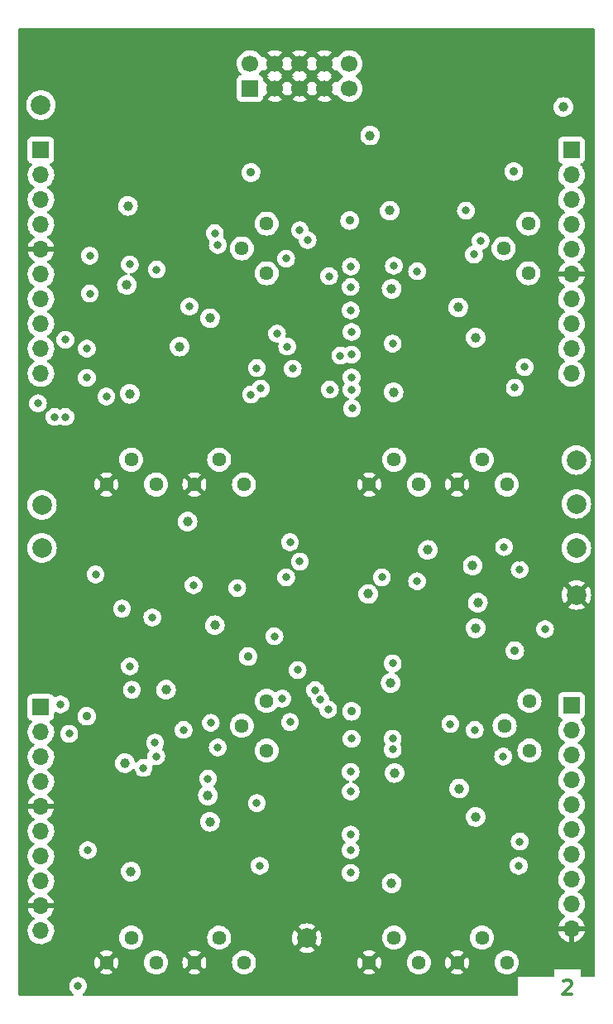
<source format=gbr>
%TF.GenerationSoftware,KiCad,Pcbnew,(6.0.11)*%
%TF.CreationDate,2023-05-28T11:22:07+01:00*%
%TF.ProjectId,Quadraphone,51756164-7261-4706-986f-6e652e6b6963,rev?*%
%TF.SameCoordinates,Original*%
%TF.FileFunction,Copper,L2,Inr*%
%TF.FilePolarity,Positive*%
%FSLAX46Y46*%
G04 Gerber Fmt 4.6, Leading zero omitted, Abs format (unit mm)*
G04 Created by KiCad (PCBNEW (6.0.11)) date 2023-05-28 11:22:07*
%MOMM*%
%LPD*%
G01*
G04 APERTURE LIST*
%ADD10C,0.300000*%
%TA.AperFunction,NonConductor*%
%ADD11C,0.300000*%
%TD*%
%TA.AperFunction,ComponentPad*%
%ADD12C,2.000000*%
%TD*%
%TA.AperFunction,ComponentPad*%
%ADD13C,1.440000*%
%TD*%
%TA.AperFunction,ComponentPad*%
%ADD14R,1.700000X1.700000*%
%TD*%
%TA.AperFunction,ComponentPad*%
%ADD15C,1.700000*%
%TD*%
%TA.AperFunction,ComponentPad*%
%ADD16O,1.700000X1.700000*%
%TD*%
%TA.AperFunction,ViaPad*%
%ADD17C,0.800000*%
%TD*%
%TA.AperFunction,ViaPad*%
%ADD18C,1.000000*%
%TD*%
%TA.AperFunction,ViaPad*%
%ADD19C,0.900000*%
%TD*%
G04 APERTURE END LIST*
D10*
%TO.C,FID1*%
D11*
X106271428Y-148021428D02*
X106342857Y-147950000D01*
X106485714Y-147878571D01*
X106842857Y-147878571D01*
X106985714Y-147950000D01*
X107057142Y-148021428D01*
X107128571Y-148164285D01*
X107128571Y-148307142D01*
X107057142Y-148521428D01*
X106200000Y-149378571D01*
X107128571Y-149378571D01*
%TD*%
D12*
%TO.N,-5V*%
%TO.C,TP6*%
X52800000Y-58400000D03*
%TD*%
D13*
%TO.N,GND*%
%TO.C,HF_Track_Trim3*%
X68500000Y-146100000D03*
%TO.N,Net-(HF_Track_Trim3-Pad2)*%
X71040000Y-143560000D03*
%TO.N,/OSCVoice3/HF_Track*%
X73580000Y-146100000D03*
%TD*%
%TO.N,GND*%
%TO.C,HF_Track_Trim1*%
X68500000Y-97200000D03*
%TO.N,Net-(HF_Track_Trim1-Pad2)*%
X71040000Y-94660000D03*
%TO.N,/OSCVoice1/HF_Track*%
X73580000Y-97200000D03*
%TD*%
%TO.N,GND*%
%TO.C,Base_Freq_Trim4*%
X86400000Y-146100000D03*
%TO.N,Net-(Base_Freq_Trim4-Pad2)*%
X88940000Y-143560000D03*
%TO.N,+5V*%
X91480000Y-146100000D03*
%TD*%
%TO.N,Net-(Expo_Trim2-Pad1)*%
%TO.C,Expo_Trim2*%
X102700000Y-75600000D03*
%TO.N,+2V5*%
X100160000Y-73060000D03*
%TO.N,N/C*%
X102700000Y-70520000D03*
%TD*%
D12*
%TO.N,-12V*%
%TO.C,TP7*%
X52900000Y-103700000D03*
%TD*%
D13*
%TO.N,GND*%
%TO.C,Base_Freq_Trim1*%
X59500000Y-97200000D03*
%TO.N,Net-(Base_Freq_Trim1-Pad2)*%
X62040000Y-94660000D03*
%TO.N,+5V*%
X64580000Y-97200000D03*
%TD*%
%TO.N,Net-(Expo_Trim3-Pad1)*%
%TO.C,Expo_Trim3*%
X75900000Y-124425000D03*
%TO.N,+2V5*%
X73360000Y-121885000D03*
%TO.N,N/C*%
X75900000Y-119345000D03*
%TD*%
D12*
%TO.N,GND*%
%TO.C,TP5*%
X107600000Y-108500000D03*
%TD*%
D13*
%TO.N,Net-(Expo_Trim4-Pad1)*%
%TO.C,Expo_Trim4*%
X102800000Y-124425000D03*
%TO.N,+2V5*%
X100260000Y-121885000D03*
%TO.N,N/C*%
X102800000Y-119345000D03*
%TD*%
D12*
%TO.N,/2.5V_Test*%
%TO.C,TP8*%
X107600000Y-103700000D03*
%TD*%
%TO.N,+5V*%
%TO.C,TP2*%
X107600000Y-94700000D03*
%TD*%
%TO.N,GND*%
%TO.C,TP4*%
X80000000Y-143600000D03*
%TD*%
D13*
%TO.N,GND*%
%TO.C,Base_Freq_Trim2*%
X86400000Y-97200000D03*
%TO.N,Net-(Base_Freq_Trim2-Pad2)*%
X88940000Y-94660000D03*
%TO.N,+5V*%
X91480000Y-97200000D03*
%TD*%
%TO.N,Net-(Expo_Trim1-Pad1)*%
%TO.C,Expo_Trim1*%
X75900000Y-75600000D03*
%TO.N,+2V5*%
X73360000Y-73060000D03*
%TO.N,N/C*%
X75900000Y-70520000D03*
%TD*%
%TO.N,GND*%
%TO.C,Base_Freq_Trim3*%
X59500000Y-146100000D03*
%TO.N,Net-(Base_Freq_Trim3-Pad2)*%
X62040000Y-143560000D03*
%TO.N,+5V*%
X64580000Y-146100000D03*
%TD*%
D12*
%TO.N,+2V5*%
%TO.C,TP3*%
X107600000Y-99200000D03*
%TD*%
D13*
%TO.N,GND*%
%TO.C,HF_Track_Trim2*%
X95400000Y-97200000D03*
%TO.N,Net-(HF_Track_Trim2-Pad2)*%
X97940000Y-94660000D03*
%TO.N,/OSCVoice2/HF_Track*%
X100480000Y-97200000D03*
%TD*%
%TO.N,GND*%
%TO.C,HF_Track_Trim4*%
X95400000Y-146100000D03*
%TO.N,Net-(HF_Track_Trim4-Pad2)*%
X97940000Y-143560000D03*
%TO.N,/OSCVoice4/HF_Track*%
X100480000Y-146100000D03*
%TD*%
D14*
%TO.N,/-12V_IN*%
%TO.C,J5*%
X74200000Y-56700000D03*
D15*
X74200000Y-54160000D03*
%TO.N,GND*%
X76740000Y-56700000D03*
X76740000Y-54160000D03*
X79280000Y-56700000D03*
X79280000Y-54160000D03*
X81820000Y-56700000D03*
X81820000Y-54160000D03*
%TO.N,/+12V_IN*%
X84360000Y-56700000D03*
X84360000Y-54160000D03*
%TD*%
D12*
%TO.N,+12V*%
%TO.C,TP1*%
X52900000Y-99300000D03*
%TD*%
D14*
%TO.N,/LIN_FREQ_IN*%
%TO.C,J4*%
X107100000Y-119800000D03*
D16*
%TO.N,/SOFT_SYNCH_SW*%
X107100000Y-122340000D03*
%TO.N,/MIX_OUT4*%
X107100000Y-124880000D03*
%TO.N,/TRIANGLE_SW*%
X107100000Y-127420000D03*
%TO.N,/SYNCH_SIGNAL4*%
X107100000Y-129960000D03*
%TO.N,/PWM_CV4*%
X107100000Y-132500000D03*
%TO.N,/V_PER_OCT4*%
X107100000Y-135040000D03*
%TO.N,/OCT_TUNE*%
X107100000Y-137580000D03*
%TO.N,/FREQ_MOD4*%
X107100000Y-140120000D03*
%TO.N,GND*%
X107100000Y-142660000D03*
%TD*%
D14*
%TO.N,/MIX_OUT3*%
%TO.C,J3*%
X52800000Y-120000000D03*
D16*
%TO.N,/PWM_CV*%
X52800000Y-122540000D03*
%TO.N,/PWM_POT*%
X52800000Y-125080000D03*
%TO.N,/PWM_CV3*%
X52800000Y-127620000D03*
%TO.N,GND*%
X52800000Y-130160000D03*
%TO.N,/V_PER_OCT3*%
X52800000Y-132700000D03*
%TO.N,/SYNCH_SIGNAL3*%
X52800000Y-135240000D03*
%TO.N,/FREQ_MOD3*%
X52800000Y-137780000D03*
%TO.N,GND*%
X52800000Y-140320000D03*
%TO.N,/FINE_TUNE*%
X52800000Y-142860000D03*
%TD*%
D14*
%TO.N,+12V*%
%TO.C,J2*%
X107100000Y-63000000D03*
D16*
%TO.N,+5V*%
X107100000Y-65540000D03*
%TO.N,+2V5*%
X107100000Y-68080000D03*
%TO.N,/MIX_OUT2*%
X107100000Y-70620000D03*
%TO.N,/PULSE_SW*%
X107100000Y-73160000D03*
%TO.N,GND*%
X107100000Y-75700000D03*
%TO.N,/SYNCH_SIGNAL2*%
X107100000Y-78240000D03*
%TO.N,/PWM_CV2*%
X107100000Y-80780000D03*
%TO.N,/V_PER_OCT2*%
X107100000Y-83320000D03*
%TO.N,/FREQ_MOD2*%
X107100000Y-85860000D03*
%TD*%
D14*
%TO.N,-5V*%
%TO.C,J1*%
X52800000Y-63000000D03*
D16*
%TO.N,-12V*%
X52800000Y-65540000D03*
%TO.N,/MIX_OUT1*%
X52800000Y-68080000D03*
%TO.N,/HARD_SYNCH_SW*%
X52800000Y-70620000D03*
%TO.N,GND*%
X52800000Y-73160000D03*
%TO.N,/SAW_SW*%
X52800000Y-75700000D03*
%TO.N,/SYNCH_SIGNAL1*%
X52800000Y-78240000D03*
%TO.N,/PWM_CV1*%
X52800000Y-80780000D03*
%TO.N,/V_PER_OCT1*%
X52800000Y-83320000D03*
%TO.N,/FREQ_MOD1*%
X52800000Y-85860000D03*
%TD*%
D17*
%TO.N,GND*%
X94900000Y-126000000D03*
X51100000Y-56000000D03*
X72000000Y-122900000D03*
X59300000Y-56600000D03*
X68000000Y-125900000D03*
X95100000Y-52900000D03*
X92000000Y-113400000D03*
X97100000Y-65400000D03*
X94000000Y-73200000D03*
X80700000Y-124800000D03*
X83700000Y-112600000D03*
X75200000Y-66800000D03*
X75800000Y-115900000D03*
D18*
X101800000Y-104600000D03*
D17*
X67400000Y-72100000D03*
X74800000Y-89900000D03*
X57500000Y-57500000D03*
X84300000Y-124800000D03*
X65400000Y-64100000D03*
X101200000Y-112800000D03*
X103600000Y-52200000D03*
X66000000Y-99800000D03*
X74100000Y-106700000D03*
X97000000Y-114300000D03*
X78840145Y-135375500D03*
X97000000Y-138200000D03*
X54800000Y-69600000D03*
X70200000Y-89700000D03*
X98300000Y-121000000D03*
X65100000Y-113000000D03*
X54900000Y-124200000D03*
X75100000Y-137800000D03*
X92349312Y-64149312D03*
X97100000Y-89500000D03*
X93000000Y-105500000D03*
X78800000Y-128900000D03*
X57500000Y-117700000D03*
X70200000Y-65400000D03*
X93400000Y-51000000D03*
X97300000Y-77700000D03*
X61100000Y-58700000D03*
D18*
X100000000Y-100900000D03*
D17*
X70100000Y-78700000D03*
X70100000Y-138100000D03*
X100300000Y-61800000D03*
X91700000Y-52900000D03*
X101212299Y-88912299D03*
X90200000Y-118300000D03*
X93100000Y-108700000D03*
X108000000Y-52900000D03*
X102600000Y-64300000D03*
X63700000Y-106800000D03*
X57500000Y-75900000D03*
X101600000Y-137800000D03*
X71300000Y-120400000D03*
X74900000Y-63700000D03*
X101700000Y-141000000D03*
X72900000Y-109400000D03*
D18*
%TO.N,+2V5*%
X67000000Y-83100000D03*
X70100000Y-131700000D03*
X97300000Y-131200000D03*
X97000000Y-105500000D03*
X67800000Y-101000000D03*
X97287500Y-82187500D03*
%TO.N,+12V*%
X65600000Y-118200000D03*
X88500000Y-69200000D03*
X61700000Y-68700000D03*
D17*
X62100000Y-118200000D03*
D18*
X88600000Y-117500000D03*
%TO.N,+5V*%
X61600000Y-76800000D03*
X86300000Y-108400000D03*
X70100000Y-80200000D03*
X69891477Y-129013471D03*
X97512500Y-109300000D03*
X89000000Y-126700000D03*
X95500000Y-79100000D03*
X95600000Y-128300000D03*
X88700000Y-77200000D03*
X106268750Y-58600000D03*
X92400000Y-103900000D03*
X61400000Y-125700000D03*
D17*
%TO.N,/Start_Pulse*%
X74300000Y-88000000D03*
X101299999Y-87299998D03*
X101700000Y-136200000D03*
X58400000Y-106400000D03*
X75200000Y-136200000D03*
D18*
%TO.N,-12V*%
X61900000Y-87924500D03*
X97300000Y-111900000D03*
X62000000Y-136800000D03*
X70600000Y-111600000D03*
X88900000Y-87775500D03*
X86500000Y-61500000D03*
X88700000Y-138000000D03*
D17*
%TO.N,/LIN_FREQ_IN*%
X78300000Y-103100000D03*
%TO.N,/Linear_Frequency*%
X74900000Y-85300000D03*
X78575500Y-85367398D03*
X101800000Y-133724500D03*
X74900000Y-129800000D03*
X102300000Y-85200000D03*
%TO.N,/OSCVoice1/PWM_Control*%
X55300000Y-90300000D03*
X57500000Y-83300000D03*
%TO.N,/OSCVoice2/PWM_Control*%
X78000000Y-83100000D03*
X88800000Y-82800000D03*
D19*
%TO.N,-5V*%
X84400000Y-70200000D03*
X74300000Y-65300000D03*
X74010756Y-114789244D03*
X101300000Y-114200000D03*
X101200000Y-65200000D03*
X57499312Y-120899312D03*
X84600000Y-120400000D03*
D17*
%TO.N,/OSCVoice4/PWM_Control*%
X76700000Y-112724500D03*
X79075500Y-116179791D03*
%TO.N,/OSCVoice3/PWM_Control*%
X61100000Y-109900000D03*
X63300000Y-126200000D03*
%TO.N,/HARD_SYNCH_SW*%
X88800000Y-124300000D03*
X91300000Y-75400000D03*
X78300000Y-121500000D03*
X64652451Y-75227852D03*
X77900000Y-74100000D03*
X64200000Y-110800000D03*
X64600000Y-125000000D03*
%TO.N,/SOFT_SYNCH_SW*%
X91300000Y-107100000D03*
%TO.N,/PULSE_SW*%
X79300000Y-71200000D03*
X94700000Y-121700000D03*
X70600000Y-71500000D03*
X70185350Y-121575500D03*
X97800000Y-72300000D03*
X79300000Y-105098062D03*
%TO.N,/TRIANGLE_SW*%
X97200000Y-122300000D03*
X67400000Y-122300000D03*
X77900000Y-106700000D03*
X97125652Y-73687174D03*
X70900000Y-72700000D03*
X80100000Y-72200000D03*
%TO.N,/SAW_SW*%
X61900000Y-74700000D03*
X88800000Y-123200000D03*
X88921767Y-74824500D03*
X80875500Y-118243082D03*
X82300000Y-75900000D03*
X64481868Y-123614805D03*
%TO.N,/PWM_POT*%
X57800000Y-77675500D03*
X84500000Y-126600000D03*
X54800000Y-119700000D03*
X84500000Y-77000000D03*
%TO.N,/FINE_TUNE*%
X57500000Y-86300000D03*
X57600000Y-134600000D03*
X84600000Y-86242898D03*
X84500000Y-134600000D03*
%TO.N,/OCT_TUNE*%
X101800000Y-105900000D03*
%TO.N,/SYNCH_SIGNAL3*%
X69900000Y-127300000D03*
X82200000Y-120200000D03*
X70900000Y-124100000D03*
%TO.N,/MIX_OUT3*%
X61900000Y-115800000D03*
%TO.N,/SYNCH_SIGNAL4*%
X100108761Y-125021904D03*
%TO.N,/V_PER_OCT4*%
X84500000Y-133000000D03*
%TO.N,/FREQ_MOD4*%
X84497515Y-136924500D03*
%TO.N,/PWM_CV4*%
X84500000Y-128600000D03*
%TO.N,/MIX_OUT4*%
X88800000Y-115500000D03*
%TO.N,/SYNCH_SIGNAL1*%
X83437500Y-84037500D03*
X68000000Y-79000000D03*
%TO.N,/SYNCH_SIGNAL2*%
X87700000Y-106700000D03*
X104400000Y-112000000D03*
%TO.N,/V_PER_OCT2*%
X84600000Y-83918398D03*
%TO.N,/FREQ_MOD2*%
X84600000Y-87500000D03*
%TO.N,/PWM_CV2*%
X84500000Y-79400000D03*
%TO.N,/MIX_OUT2*%
X96300000Y-69200000D03*
%TO.N,/PWM_CV*%
X84524500Y-74900000D03*
X55700000Y-122700000D03*
X57800000Y-73800000D03*
X84600000Y-123200000D03*
%TO.N,/OSCVoice1/Soft_Synch*%
X82374001Y-87500000D03*
X75300000Y-87400000D03*
%TO.N,/OSCVoice3/Soft_Synch*%
X77500000Y-119100000D03*
X81400000Y-119200000D03*
%TO.N,/OSCVoice1/PWM_Opamp_Mix*%
X54200000Y-90300000D03*
X55300000Y-82400000D03*
%TO.N,/OSCVoice2/PWM_Opamp_Mix*%
X76963756Y-81763756D03*
X84600000Y-81600000D03*
%TO.N,/OSCVoice4/PWM_Opamp_Mix*%
X68424500Y-107500000D03*
X72900000Y-107800000D03*
%TO.N,/2.5V_Test*%
X100200000Y-103600000D03*
%TO.N,/Oct_Buff*%
X84643082Y-89424500D03*
X59500000Y-88200000D03*
X56600000Y-148500000D03*
X52500000Y-88900000D03*
%TD*%
%TA.AperFunction,Conductor*%
%TO.N,GND*%
G36*
X109433621Y-50528502D02*
G01*
X109480114Y-50582158D01*
X109491500Y-50634500D01*
X109491500Y-147474000D01*
X109471498Y-147542121D01*
X109417842Y-147588614D01*
X109365500Y-147600000D01*
X108198786Y-147600000D01*
X108130665Y-147579998D01*
X108084172Y-147526342D01*
X108072786Y-147474000D01*
X108072786Y-146759000D01*
X105327215Y-146759000D01*
X105327215Y-147474000D01*
X105307213Y-147542121D01*
X105253557Y-147588614D01*
X105201215Y-147600000D01*
X101600000Y-147600000D01*
X101600000Y-149365500D01*
X101579998Y-149433621D01*
X101526342Y-149480114D01*
X101474000Y-149491500D01*
X57168738Y-149491500D01*
X57100617Y-149471498D01*
X57054124Y-149417842D01*
X57044020Y-149347568D01*
X57073514Y-149282988D01*
X57094677Y-149263564D01*
X57136976Y-149232832D01*
X57211253Y-149178866D01*
X57339040Y-149036944D01*
X57434527Y-148871556D01*
X57493542Y-148689928D01*
X57513504Y-148500000D01*
X57493542Y-148310072D01*
X57434527Y-148128444D01*
X57339040Y-147963056D01*
X57211253Y-147821134D01*
X57056752Y-147708882D01*
X57050724Y-147706198D01*
X57050722Y-147706197D01*
X56888319Y-147633891D01*
X56888318Y-147633891D01*
X56882288Y-147631206D01*
X56763069Y-147605865D01*
X56701944Y-147592872D01*
X56701939Y-147592872D01*
X56695487Y-147591500D01*
X56504513Y-147591500D01*
X56498061Y-147592872D01*
X56498056Y-147592872D01*
X56436931Y-147605865D01*
X56317712Y-147631206D01*
X56311682Y-147633891D01*
X56311681Y-147633891D01*
X56149278Y-147706197D01*
X56149276Y-147706198D01*
X56143248Y-147708882D01*
X55988747Y-147821134D01*
X55860960Y-147963056D01*
X55765473Y-148128444D01*
X55706458Y-148310072D01*
X55686496Y-148500000D01*
X55706458Y-148689928D01*
X55765473Y-148871556D01*
X55860960Y-149036944D01*
X55988747Y-149178866D01*
X56063024Y-149232832D01*
X56105323Y-149263564D01*
X56148677Y-149319787D01*
X56154752Y-149390523D01*
X56121620Y-149453314D01*
X56059800Y-149488226D01*
X56031262Y-149491500D01*
X50634500Y-149491500D01*
X50566379Y-149471498D01*
X50519886Y-149417842D01*
X50508500Y-149365500D01*
X50508500Y-147128621D01*
X58835933Y-147128621D01*
X58845227Y-147140635D01*
X58879146Y-147164385D01*
X58888641Y-147169868D01*
X59073413Y-147256028D01*
X59083705Y-147259774D01*
X59280632Y-147312540D01*
X59291425Y-147314443D01*
X59494525Y-147332212D01*
X59505475Y-147332212D01*
X59708575Y-147314443D01*
X59719368Y-147312540D01*
X59916295Y-147259774D01*
X59926587Y-147256028D01*
X60111359Y-147169868D01*
X60120854Y-147164385D01*
X60155607Y-147140051D01*
X60163983Y-147129572D01*
X60156916Y-147116127D01*
X59512811Y-146472021D01*
X59498868Y-146464408D01*
X59497034Y-146464539D01*
X59490420Y-146468790D01*
X58842360Y-147116851D01*
X58835933Y-147128621D01*
X50508500Y-147128621D01*
X50508500Y-146105475D01*
X58267788Y-146105475D01*
X58285557Y-146308575D01*
X58287460Y-146319368D01*
X58340226Y-146516295D01*
X58343972Y-146526587D01*
X58430135Y-146711364D01*
X58435613Y-146720850D01*
X58459949Y-146755607D01*
X58470428Y-146763983D01*
X58483872Y-146756917D01*
X59127979Y-146112811D01*
X59134356Y-146101132D01*
X59864408Y-146101132D01*
X59864539Y-146102966D01*
X59868790Y-146109580D01*
X60516851Y-146757640D01*
X60528621Y-146764067D01*
X60540635Y-146754772D01*
X60564387Y-146720850D01*
X60569865Y-146711364D01*
X60656028Y-146526587D01*
X60659774Y-146516295D01*
X60712540Y-146319368D01*
X60714443Y-146308575D01*
X60732212Y-146105475D01*
X60732212Y-146100000D01*
X63346807Y-146100000D01*
X63365542Y-146314142D01*
X63421178Y-146521777D01*
X63512024Y-146716596D01*
X63635319Y-146892681D01*
X63787319Y-147044681D01*
X63963403Y-147167976D01*
X63968381Y-147170297D01*
X63968384Y-147170299D01*
X64152231Y-147256028D01*
X64158223Y-147258822D01*
X64163531Y-147260244D01*
X64163533Y-147260245D01*
X64360543Y-147313034D01*
X64360545Y-147313034D01*
X64365858Y-147314458D01*
X64580000Y-147333193D01*
X64794142Y-147314458D01*
X64799455Y-147313034D01*
X64799457Y-147313034D01*
X64996467Y-147260245D01*
X64996469Y-147260244D01*
X65001777Y-147258822D01*
X65007769Y-147256028D01*
X65191616Y-147170299D01*
X65191619Y-147170297D01*
X65196597Y-147167976D01*
X65252802Y-147128621D01*
X67835933Y-147128621D01*
X67845227Y-147140635D01*
X67879146Y-147164385D01*
X67888641Y-147169868D01*
X68073413Y-147256028D01*
X68083705Y-147259774D01*
X68280632Y-147312540D01*
X68291425Y-147314443D01*
X68494525Y-147332212D01*
X68505475Y-147332212D01*
X68708575Y-147314443D01*
X68719368Y-147312540D01*
X68916295Y-147259774D01*
X68926587Y-147256028D01*
X69111359Y-147169868D01*
X69120854Y-147164385D01*
X69155607Y-147140051D01*
X69163983Y-147129572D01*
X69156916Y-147116127D01*
X68512811Y-146472021D01*
X68498868Y-146464408D01*
X68497034Y-146464539D01*
X68490420Y-146468790D01*
X67842360Y-147116851D01*
X67835933Y-147128621D01*
X65252802Y-147128621D01*
X65372681Y-147044681D01*
X65524681Y-146892681D01*
X65647976Y-146716596D01*
X65738822Y-146521777D01*
X65794458Y-146314142D01*
X65812714Y-146105475D01*
X67267788Y-146105475D01*
X67285557Y-146308575D01*
X67287460Y-146319368D01*
X67340226Y-146516295D01*
X67343972Y-146526587D01*
X67430135Y-146711364D01*
X67435613Y-146720850D01*
X67459949Y-146755607D01*
X67470428Y-146763983D01*
X67483872Y-146756917D01*
X68127979Y-146112811D01*
X68134356Y-146101132D01*
X68864408Y-146101132D01*
X68864539Y-146102966D01*
X68868790Y-146109580D01*
X69516851Y-146757640D01*
X69528621Y-146764067D01*
X69540635Y-146754772D01*
X69564387Y-146720850D01*
X69569865Y-146711364D01*
X69656028Y-146526587D01*
X69659774Y-146516295D01*
X69712540Y-146319368D01*
X69714443Y-146308575D01*
X69732212Y-146105475D01*
X69732212Y-146100000D01*
X72346807Y-146100000D01*
X72365542Y-146314142D01*
X72421178Y-146521777D01*
X72512024Y-146716596D01*
X72635319Y-146892681D01*
X72787319Y-147044681D01*
X72963403Y-147167976D01*
X72968381Y-147170297D01*
X72968384Y-147170299D01*
X73152231Y-147256028D01*
X73158223Y-147258822D01*
X73163531Y-147260244D01*
X73163533Y-147260245D01*
X73360543Y-147313034D01*
X73360545Y-147313034D01*
X73365858Y-147314458D01*
X73580000Y-147333193D01*
X73794142Y-147314458D01*
X73799455Y-147313034D01*
X73799457Y-147313034D01*
X73996467Y-147260245D01*
X73996469Y-147260244D01*
X74001777Y-147258822D01*
X74007769Y-147256028D01*
X74191616Y-147170299D01*
X74191619Y-147170297D01*
X74196597Y-147167976D01*
X74252802Y-147128621D01*
X85735933Y-147128621D01*
X85745227Y-147140635D01*
X85779146Y-147164385D01*
X85788641Y-147169868D01*
X85973413Y-147256028D01*
X85983705Y-147259774D01*
X86180632Y-147312540D01*
X86191425Y-147314443D01*
X86394525Y-147332212D01*
X86405475Y-147332212D01*
X86608575Y-147314443D01*
X86619368Y-147312540D01*
X86816295Y-147259774D01*
X86826587Y-147256028D01*
X87011359Y-147169868D01*
X87020854Y-147164385D01*
X87055607Y-147140051D01*
X87063983Y-147129572D01*
X87056916Y-147116127D01*
X86412811Y-146472021D01*
X86398868Y-146464408D01*
X86397034Y-146464539D01*
X86390420Y-146468790D01*
X85742360Y-147116851D01*
X85735933Y-147128621D01*
X74252802Y-147128621D01*
X74372681Y-147044681D01*
X74524681Y-146892681D01*
X74647976Y-146716596D01*
X74738822Y-146521777D01*
X74794458Y-146314142D01*
X74812714Y-146105475D01*
X85167788Y-146105475D01*
X85185557Y-146308575D01*
X85187460Y-146319368D01*
X85240226Y-146516295D01*
X85243972Y-146526587D01*
X85330135Y-146711364D01*
X85335613Y-146720850D01*
X85359949Y-146755607D01*
X85370428Y-146763983D01*
X85383872Y-146756917D01*
X86027979Y-146112811D01*
X86034356Y-146101132D01*
X86764408Y-146101132D01*
X86764539Y-146102966D01*
X86768790Y-146109580D01*
X87416851Y-146757640D01*
X87428621Y-146764067D01*
X87440635Y-146754772D01*
X87464387Y-146720850D01*
X87469865Y-146711364D01*
X87556028Y-146526587D01*
X87559774Y-146516295D01*
X87612540Y-146319368D01*
X87614443Y-146308575D01*
X87632212Y-146105475D01*
X87632212Y-146100000D01*
X90246807Y-146100000D01*
X90265542Y-146314142D01*
X90321178Y-146521777D01*
X90412024Y-146716596D01*
X90535319Y-146892681D01*
X90687319Y-147044681D01*
X90863403Y-147167976D01*
X90868381Y-147170297D01*
X90868384Y-147170299D01*
X91052231Y-147256028D01*
X91058223Y-147258822D01*
X91063531Y-147260244D01*
X91063533Y-147260245D01*
X91260543Y-147313034D01*
X91260545Y-147313034D01*
X91265858Y-147314458D01*
X91480000Y-147333193D01*
X91694142Y-147314458D01*
X91699455Y-147313034D01*
X91699457Y-147313034D01*
X91896467Y-147260245D01*
X91896469Y-147260244D01*
X91901777Y-147258822D01*
X91907769Y-147256028D01*
X92091616Y-147170299D01*
X92091619Y-147170297D01*
X92096597Y-147167976D01*
X92152802Y-147128621D01*
X94735933Y-147128621D01*
X94745227Y-147140635D01*
X94779146Y-147164385D01*
X94788641Y-147169868D01*
X94973413Y-147256028D01*
X94983705Y-147259774D01*
X95180632Y-147312540D01*
X95191425Y-147314443D01*
X95394525Y-147332212D01*
X95405475Y-147332212D01*
X95608575Y-147314443D01*
X95619368Y-147312540D01*
X95816295Y-147259774D01*
X95826587Y-147256028D01*
X96011359Y-147169868D01*
X96020854Y-147164385D01*
X96055607Y-147140051D01*
X96063983Y-147129572D01*
X96056916Y-147116127D01*
X95412811Y-146472021D01*
X95398868Y-146464408D01*
X95397034Y-146464539D01*
X95390420Y-146468790D01*
X94742360Y-147116851D01*
X94735933Y-147128621D01*
X92152802Y-147128621D01*
X92272681Y-147044681D01*
X92424681Y-146892681D01*
X92547976Y-146716596D01*
X92638822Y-146521777D01*
X92694458Y-146314142D01*
X92712714Y-146105475D01*
X94167788Y-146105475D01*
X94185557Y-146308575D01*
X94187460Y-146319368D01*
X94240226Y-146516295D01*
X94243972Y-146526587D01*
X94330135Y-146711364D01*
X94335613Y-146720850D01*
X94359949Y-146755607D01*
X94370428Y-146763983D01*
X94383872Y-146756917D01*
X95027979Y-146112811D01*
X95034356Y-146101132D01*
X95764408Y-146101132D01*
X95764539Y-146102966D01*
X95768790Y-146109580D01*
X96416851Y-146757640D01*
X96428621Y-146764067D01*
X96440635Y-146754772D01*
X96464387Y-146720850D01*
X96469865Y-146711364D01*
X96556028Y-146526587D01*
X96559774Y-146516295D01*
X96612540Y-146319368D01*
X96614443Y-146308575D01*
X96632212Y-146105475D01*
X96632212Y-146100000D01*
X99246807Y-146100000D01*
X99265542Y-146314142D01*
X99321178Y-146521777D01*
X99412024Y-146716596D01*
X99535319Y-146892681D01*
X99687319Y-147044681D01*
X99863403Y-147167976D01*
X99868381Y-147170297D01*
X99868384Y-147170299D01*
X100052231Y-147256028D01*
X100058223Y-147258822D01*
X100063531Y-147260244D01*
X100063533Y-147260245D01*
X100260543Y-147313034D01*
X100260545Y-147313034D01*
X100265858Y-147314458D01*
X100480000Y-147333193D01*
X100694142Y-147314458D01*
X100699455Y-147313034D01*
X100699457Y-147313034D01*
X100896467Y-147260245D01*
X100896469Y-147260244D01*
X100901777Y-147258822D01*
X100907769Y-147256028D01*
X101091616Y-147170299D01*
X101091619Y-147170297D01*
X101096597Y-147167976D01*
X101272681Y-147044681D01*
X101424681Y-146892681D01*
X101547976Y-146716596D01*
X101638822Y-146521777D01*
X101694458Y-146314142D01*
X101713193Y-146100000D01*
X101694458Y-145885858D01*
X101638822Y-145678223D01*
X101547976Y-145483404D01*
X101424681Y-145307319D01*
X101272681Y-145155319D01*
X101096597Y-145032024D01*
X101091619Y-145029703D01*
X101091616Y-145029701D01*
X100906759Y-144943501D01*
X100906758Y-144943500D01*
X100901777Y-144941178D01*
X100896469Y-144939756D01*
X100896467Y-144939755D01*
X100699457Y-144886966D01*
X100699455Y-144886966D01*
X100694142Y-144885542D01*
X100480000Y-144866807D01*
X100265858Y-144885542D01*
X100260545Y-144886966D01*
X100260543Y-144886966D01*
X100063533Y-144939755D01*
X100063531Y-144939756D01*
X100058223Y-144941178D01*
X100053243Y-144943500D01*
X100053241Y-144943501D01*
X99868385Y-145029701D01*
X99868382Y-145029703D01*
X99863404Y-145032024D01*
X99687319Y-145155319D01*
X99535319Y-145307319D01*
X99412024Y-145483404D01*
X99321178Y-145678223D01*
X99265542Y-145885858D01*
X99246807Y-146100000D01*
X96632212Y-146100000D01*
X96632212Y-146094525D01*
X96614443Y-145891425D01*
X96612540Y-145880632D01*
X96559774Y-145683705D01*
X96556028Y-145673413D01*
X96469865Y-145488636D01*
X96464387Y-145479150D01*
X96440051Y-145444393D01*
X96429572Y-145436017D01*
X96416128Y-145443083D01*
X95772021Y-146087189D01*
X95764408Y-146101132D01*
X95034356Y-146101132D01*
X95035592Y-146098868D01*
X95035461Y-146097034D01*
X95031210Y-146090420D01*
X94383149Y-145442360D01*
X94371379Y-145435933D01*
X94359365Y-145445228D01*
X94335613Y-145479150D01*
X94330135Y-145488636D01*
X94243972Y-145673413D01*
X94240226Y-145683705D01*
X94187460Y-145880632D01*
X94185557Y-145891425D01*
X94167788Y-146094525D01*
X94167788Y-146105475D01*
X92712714Y-146105475D01*
X92713193Y-146100000D01*
X92694458Y-145885858D01*
X92638822Y-145678223D01*
X92547976Y-145483404D01*
X92424681Y-145307319D01*
X92272681Y-145155319D01*
X92151444Y-145070428D01*
X94736017Y-145070428D01*
X94743083Y-145083872D01*
X95387189Y-145727979D01*
X95401132Y-145735592D01*
X95402966Y-145735461D01*
X95409580Y-145731210D01*
X96057640Y-145083149D01*
X96064067Y-145071379D01*
X96054773Y-145059365D01*
X96020854Y-145035615D01*
X96011359Y-145030132D01*
X95826587Y-144943972D01*
X95816295Y-144940226D01*
X95619368Y-144887460D01*
X95608575Y-144885557D01*
X95405475Y-144867788D01*
X95394525Y-144867788D01*
X95191425Y-144885557D01*
X95180632Y-144887460D01*
X94983705Y-144940226D01*
X94973413Y-144943972D01*
X94788636Y-145030135D01*
X94779150Y-145035613D01*
X94744393Y-145059949D01*
X94736017Y-145070428D01*
X92151444Y-145070428D01*
X92096597Y-145032024D01*
X92091619Y-145029703D01*
X92091616Y-145029701D01*
X91906759Y-144943501D01*
X91906758Y-144943500D01*
X91901777Y-144941178D01*
X91896469Y-144939756D01*
X91896467Y-144939755D01*
X91699457Y-144886966D01*
X91699455Y-144886966D01*
X91694142Y-144885542D01*
X91480000Y-144866807D01*
X91265858Y-144885542D01*
X91260545Y-144886966D01*
X91260543Y-144886966D01*
X91063533Y-144939755D01*
X91063531Y-144939756D01*
X91058223Y-144941178D01*
X91053243Y-144943500D01*
X91053241Y-144943501D01*
X90868385Y-145029701D01*
X90868382Y-145029703D01*
X90863404Y-145032024D01*
X90687319Y-145155319D01*
X90535319Y-145307319D01*
X90412024Y-145483404D01*
X90321178Y-145678223D01*
X90265542Y-145885858D01*
X90246807Y-146100000D01*
X87632212Y-146100000D01*
X87632212Y-146094525D01*
X87614443Y-145891425D01*
X87612540Y-145880632D01*
X87559774Y-145683705D01*
X87556028Y-145673413D01*
X87469865Y-145488636D01*
X87464387Y-145479150D01*
X87440051Y-145444393D01*
X87429572Y-145436017D01*
X87416128Y-145443083D01*
X86772021Y-146087189D01*
X86764408Y-146101132D01*
X86034356Y-146101132D01*
X86035592Y-146098868D01*
X86035461Y-146097034D01*
X86031210Y-146090420D01*
X85383149Y-145442360D01*
X85371379Y-145435933D01*
X85359365Y-145445228D01*
X85335613Y-145479150D01*
X85330135Y-145488636D01*
X85243972Y-145673413D01*
X85240226Y-145683705D01*
X85187460Y-145880632D01*
X85185557Y-145891425D01*
X85167788Y-146094525D01*
X85167788Y-146105475D01*
X74812714Y-146105475D01*
X74813193Y-146100000D01*
X74794458Y-145885858D01*
X74738822Y-145678223D01*
X74647976Y-145483404D01*
X74524681Y-145307319D01*
X74372681Y-145155319D01*
X74196597Y-145032024D01*
X74191619Y-145029703D01*
X74191616Y-145029701D01*
X74006759Y-144943501D01*
X74006758Y-144943500D01*
X74001777Y-144941178D01*
X73996469Y-144939756D01*
X73996467Y-144939755D01*
X73799457Y-144886966D01*
X73799455Y-144886966D01*
X73794142Y-144885542D01*
X73580000Y-144866807D01*
X73365858Y-144885542D01*
X73360545Y-144886966D01*
X73360543Y-144886966D01*
X73163533Y-144939755D01*
X73163531Y-144939756D01*
X73158223Y-144941178D01*
X73153243Y-144943500D01*
X73153241Y-144943501D01*
X72968385Y-145029701D01*
X72968382Y-145029703D01*
X72963404Y-145032024D01*
X72787319Y-145155319D01*
X72635319Y-145307319D01*
X72512024Y-145483404D01*
X72421178Y-145678223D01*
X72365542Y-145885858D01*
X72346807Y-146100000D01*
X69732212Y-146100000D01*
X69732212Y-146094525D01*
X69714443Y-145891425D01*
X69712540Y-145880632D01*
X69659774Y-145683705D01*
X69656028Y-145673413D01*
X69569865Y-145488636D01*
X69564387Y-145479150D01*
X69540051Y-145444393D01*
X69529572Y-145436017D01*
X69516128Y-145443083D01*
X68872021Y-146087189D01*
X68864408Y-146101132D01*
X68134356Y-146101132D01*
X68135592Y-146098868D01*
X68135461Y-146097034D01*
X68131210Y-146090420D01*
X67483149Y-145442360D01*
X67471379Y-145435933D01*
X67459365Y-145445228D01*
X67435613Y-145479150D01*
X67430135Y-145488636D01*
X67343972Y-145673413D01*
X67340226Y-145683705D01*
X67287460Y-145880632D01*
X67285557Y-145891425D01*
X67267788Y-146094525D01*
X67267788Y-146105475D01*
X65812714Y-146105475D01*
X65813193Y-146100000D01*
X65794458Y-145885858D01*
X65738822Y-145678223D01*
X65647976Y-145483404D01*
X65524681Y-145307319D01*
X65372681Y-145155319D01*
X65251444Y-145070428D01*
X67836017Y-145070428D01*
X67843083Y-145083872D01*
X68487189Y-145727979D01*
X68501132Y-145735592D01*
X68502966Y-145735461D01*
X68509580Y-145731210D01*
X69157640Y-145083149D01*
X69164067Y-145071379D01*
X69154773Y-145059365D01*
X69120854Y-145035615D01*
X69111359Y-145030132D01*
X68926587Y-144943972D01*
X68916295Y-144940226D01*
X68719368Y-144887460D01*
X68708575Y-144885557D01*
X68505475Y-144867788D01*
X68494525Y-144867788D01*
X68291425Y-144885557D01*
X68280632Y-144887460D01*
X68083705Y-144940226D01*
X68073413Y-144943972D01*
X67888636Y-145030135D01*
X67879150Y-145035613D01*
X67844393Y-145059949D01*
X67836017Y-145070428D01*
X65251444Y-145070428D01*
X65196597Y-145032024D01*
X65191619Y-145029703D01*
X65191616Y-145029701D01*
X65006759Y-144943501D01*
X65006758Y-144943500D01*
X65001777Y-144941178D01*
X64996469Y-144939756D01*
X64996467Y-144939755D01*
X64799457Y-144886966D01*
X64799455Y-144886966D01*
X64794142Y-144885542D01*
X64580000Y-144866807D01*
X64365858Y-144885542D01*
X64360545Y-144886966D01*
X64360543Y-144886966D01*
X64163533Y-144939755D01*
X64163531Y-144939756D01*
X64158223Y-144941178D01*
X64153243Y-144943500D01*
X64153241Y-144943501D01*
X63968385Y-145029701D01*
X63968382Y-145029703D01*
X63963404Y-145032024D01*
X63787319Y-145155319D01*
X63635319Y-145307319D01*
X63512024Y-145483404D01*
X63421178Y-145678223D01*
X63365542Y-145885858D01*
X63346807Y-146100000D01*
X60732212Y-146100000D01*
X60732212Y-146094525D01*
X60714443Y-145891425D01*
X60712540Y-145880632D01*
X60659774Y-145683705D01*
X60656028Y-145673413D01*
X60569865Y-145488636D01*
X60564387Y-145479150D01*
X60540051Y-145444393D01*
X60529572Y-145436017D01*
X60516128Y-145443083D01*
X59872021Y-146087189D01*
X59864408Y-146101132D01*
X59134356Y-146101132D01*
X59135592Y-146098868D01*
X59135461Y-146097034D01*
X59131210Y-146090420D01*
X58483149Y-145442360D01*
X58471379Y-145435933D01*
X58459365Y-145445228D01*
X58435613Y-145479150D01*
X58430135Y-145488636D01*
X58343972Y-145673413D01*
X58340226Y-145683705D01*
X58287460Y-145880632D01*
X58285557Y-145891425D01*
X58267788Y-146094525D01*
X58267788Y-146105475D01*
X50508500Y-146105475D01*
X50508500Y-145070428D01*
X58836017Y-145070428D01*
X58843083Y-145083872D01*
X59487189Y-145727979D01*
X59501132Y-145735592D01*
X59502966Y-145735461D01*
X59509580Y-145731210D01*
X60157640Y-145083149D01*
X60164067Y-145071379D01*
X60154773Y-145059365D01*
X60120854Y-145035615D01*
X60111359Y-145030132D01*
X59926587Y-144943972D01*
X59916295Y-144940226D01*
X59719368Y-144887460D01*
X59708575Y-144885557D01*
X59505475Y-144867788D01*
X59494525Y-144867788D01*
X59291425Y-144885557D01*
X59280632Y-144887460D01*
X59083705Y-144940226D01*
X59073413Y-144943972D01*
X58888636Y-145030135D01*
X58879150Y-145035613D01*
X58844393Y-145059949D01*
X58836017Y-145070428D01*
X50508500Y-145070428D01*
X50508500Y-144832670D01*
X79132160Y-144832670D01*
X79137887Y-144840320D01*
X79309042Y-144945205D01*
X79317837Y-144949687D01*
X79527988Y-145036734D01*
X79537373Y-145039783D01*
X79758554Y-145092885D01*
X79768301Y-145094428D01*
X79995070Y-145112275D01*
X80004930Y-145112275D01*
X80231699Y-145094428D01*
X80241446Y-145092885D01*
X80334984Y-145070428D01*
X85736017Y-145070428D01*
X85743083Y-145083872D01*
X86387189Y-145727979D01*
X86401132Y-145735592D01*
X86402966Y-145735461D01*
X86409580Y-145731210D01*
X87057640Y-145083149D01*
X87064067Y-145071379D01*
X87054773Y-145059365D01*
X87020854Y-145035615D01*
X87011359Y-145030132D01*
X86826587Y-144943972D01*
X86816295Y-144940226D01*
X86619368Y-144887460D01*
X86608575Y-144885557D01*
X86405475Y-144867788D01*
X86394525Y-144867788D01*
X86191425Y-144885557D01*
X86180632Y-144887460D01*
X85983705Y-144940226D01*
X85973413Y-144943972D01*
X85788636Y-145030135D01*
X85779150Y-145035613D01*
X85744393Y-145059949D01*
X85736017Y-145070428D01*
X80334984Y-145070428D01*
X80462627Y-145039783D01*
X80472012Y-145036734D01*
X80682163Y-144949687D01*
X80690958Y-144945205D01*
X80858445Y-144842568D01*
X80867907Y-144832110D01*
X80864124Y-144823334D01*
X80012812Y-143972022D01*
X79998868Y-143964408D01*
X79997035Y-143964539D01*
X79990420Y-143968790D01*
X79138920Y-144820290D01*
X79132160Y-144832670D01*
X50508500Y-144832670D01*
X50508500Y-142826695D01*
X51437251Y-142826695D01*
X51437548Y-142831848D01*
X51437548Y-142831851D01*
X51443980Y-142943404D01*
X51450110Y-143049715D01*
X51451247Y-143054761D01*
X51451248Y-143054767D01*
X51452979Y-143062446D01*
X51499222Y-143267639D01*
X51560673Y-143418976D01*
X51577489Y-143460388D01*
X51583266Y-143474616D01*
X51585965Y-143479020D01*
X51654231Y-143590420D01*
X51699987Y-143665088D01*
X51846250Y-143833938D01*
X52018126Y-143976632D01*
X52211000Y-144089338D01*
X52419692Y-144169030D01*
X52424760Y-144170061D01*
X52424763Y-144170062D01*
X52479022Y-144181101D01*
X52638597Y-144213567D01*
X52643772Y-144213757D01*
X52643774Y-144213757D01*
X52856673Y-144221564D01*
X52856677Y-144221564D01*
X52861837Y-144221753D01*
X52866957Y-144221097D01*
X52866959Y-144221097D01*
X53078288Y-144194025D01*
X53078289Y-144194025D01*
X53083416Y-144193368D01*
X53139320Y-144176596D01*
X53292429Y-144130661D01*
X53292434Y-144130659D01*
X53297384Y-144129174D01*
X53497994Y-144030896D01*
X53679860Y-143901173D01*
X53838096Y-143743489D01*
X53897594Y-143660689D01*
X53965435Y-143566277D01*
X53968453Y-143562077D01*
X53969480Y-143560000D01*
X60806807Y-143560000D01*
X60825542Y-143774142D01*
X60826966Y-143779455D01*
X60826966Y-143779457D01*
X60877910Y-143969579D01*
X60881178Y-143981777D01*
X60883500Y-143986757D01*
X60883501Y-143986759D01*
X60967636Y-144167185D01*
X60972024Y-144176596D01*
X61095319Y-144352681D01*
X61247319Y-144504681D01*
X61423403Y-144627976D01*
X61428381Y-144630297D01*
X61428384Y-144630299D01*
X61613241Y-144716499D01*
X61618223Y-144718822D01*
X61623531Y-144720244D01*
X61623533Y-144720245D01*
X61820543Y-144773034D01*
X61820545Y-144773034D01*
X61825858Y-144774458D01*
X62040000Y-144793193D01*
X62254142Y-144774458D01*
X62259455Y-144773034D01*
X62259457Y-144773034D01*
X62456467Y-144720245D01*
X62456469Y-144720244D01*
X62461777Y-144718822D01*
X62466759Y-144716499D01*
X62651616Y-144630299D01*
X62651619Y-144630297D01*
X62656597Y-144627976D01*
X62832681Y-144504681D01*
X62984681Y-144352681D01*
X63107976Y-144176596D01*
X63112365Y-144167185D01*
X63196499Y-143986759D01*
X63196500Y-143986757D01*
X63198822Y-143981777D01*
X63202091Y-143969579D01*
X63253034Y-143779457D01*
X63253034Y-143779455D01*
X63254458Y-143774142D01*
X63273193Y-143560000D01*
X69806807Y-143560000D01*
X69825542Y-143774142D01*
X69826966Y-143779455D01*
X69826966Y-143779457D01*
X69877910Y-143969579D01*
X69881178Y-143981777D01*
X69883500Y-143986757D01*
X69883501Y-143986759D01*
X69967636Y-144167185D01*
X69972024Y-144176596D01*
X70095319Y-144352681D01*
X70247319Y-144504681D01*
X70423403Y-144627976D01*
X70428381Y-144630297D01*
X70428384Y-144630299D01*
X70613241Y-144716499D01*
X70618223Y-144718822D01*
X70623531Y-144720244D01*
X70623533Y-144720245D01*
X70820543Y-144773034D01*
X70820545Y-144773034D01*
X70825858Y-144774458D01*
X71040000Y-144793193D01*
X71254142Y-144774458D01*
X71259455Y-144773034D01*
X71259457Y-144773034D01*
X71456467Y-144720245D01*
X71456469Y-144720244D01*
X71461777Y-144718822D01*
X71466759Y-144716499D01*
X71651616Y-144630299D01*
X71651619Y-144630297D01*
X71656597Y-144627976D01*
X71832681Y-144504681D01*
X71984681Y-144352681D01*
X72107976Y-144176596D01*
X72112365Y-144167185D01*
X72196499Y-143986759D01*
X72196500Y-143986757D01*
X72198822Y-143981777D01*
X72202091Y-143969579D01*
X72253034Y-143779457D01*
X72253034Y-143779455D01*
X72254458Y-143774142D01*
X72269262Y-143604930D01*
X78487725Y-143604930D01*
X78505572Y-143831699D01*
X78507115Y-143841446D01*
X78560217Y-144062627D01*
X78563266Y-144072012D01*
X78650313Y-144282163D01*
X78654795Y-144290958D01*
X78757432Y-144458445D01*
X78767890Y-144467907D01*
X78776666Y-144464124D01*
X79627978Y-143612812D01*
X79634356Y-143601132D01*
X80364408Y-143601132D01*
X80364539Y-143602965D01*
X80368790Y-143609580D01*
X81220290Y-144461080D01*
X81232670Y-144467840D01*
X81240320Y-144462113D01*
X81345205Y-144290958D01*
X81349687Y-144282163D01*
X81436734Y-144072012D01*
X81439783Y-144062627D01*
X81492885Y-143841446D01*
X81494428Y-143831699D01*
X81512275Y-143604930D01*
X81512275Y-143595070D01*
X81509515Y-143560000D01*
X87706807Y-143560000D01*
X87725542Y-143774142D01*
X87726966Y-143779455D01*
X87726966Y-143779457D01*
X87777910Y-143969579D01*
X87781178Y-143981777D01*
X87783500Y-143986757D01*
X87783501Y-143986759D01*
X87867636Y-144167185D01*
X87872024Y-144176596D01*
X87995319Y-144352681D01*
X88147319Y-144504681D01*
X88323403Y-144627976D01*
X88328381Y-144630297D01*
X88328384Y-144630299D01*
X88513241Y-144716499D01*
X88518223Y-144718822D01*
X88523531Y-144720244D01*
X88523533Y-144720245D01*
X88720543Y-144773034D01*
X88720545Y-144773034D01*
X88725858Y-144774458D01*
X88940000Y-144793193D01*
X89154142Y-144774458D01*
X89159455Y-144773034D01*
X89159457Y-144773034D01*
X89356467Y-144720245D01*
X89356469Y-144720244D01*
X89361777Y-144718822D01*
X89366759Y-144716499D01*
X89551616Y-144630299D01*
X89551619Y-144630297D01*
X89556597Y-144627976D01*
X89732681Y-144504681D01*
X89884681Y-144352681D01*
X90007976Y-144176596D01*
X90012365Y-144167185D01*
X90096499Y-143986759D01*
X90096500Y-143986757D01*
X90098822Y-143981777D01*
X90102091Y-143969579D01*
X90153034Y-143779457D01*
X90153034Y-143779455D01*
X90154458Y-143774142D01*
X90173193Y-143560000D01*
X96706807Y-143560000D01*
X96725542Y-143774142D01*
X96726966Y-143779455D01*
X96726966Y-143779457D01*
X96777910Y-143969579D01*
X96781178Y-143981777D01*
X96783500Y-143986757D01*
X96783501Y-143986759D01*
X96867636Y-144167185D01*
X96872024Y-144176596D01*
X96995319Y-144352681D01*
X97147319Y-144504681D01*
X97323403Y-144627976D01*
X97328381Y-144630297D01*
X97328384Y-144630299D01*
X97513241Y-144716499D01*
X97518223Y-144718822D01*
X97523531Y-144720244D01*
X97523533Y-144720245D01*
X97720543Y-144773034D01*
X97720545Y-144773034D01*
X97725858Y-144774458D01*
X97940000Y-144793193D01*
X98154142Y-144774458D01*
X98159455Y-144773034D01*
X98159457Y-144773034D01*
X98356467Y-144720245D01*
X98356469Y-144720244D01*
X98361777Y-144718822D01*
X98366759Y-144716499D01*
X98551616Y-144630299D01*
X98551619Y-144630297D01*
X98556597Y-144627976D01*
X98732681Y-144504681D01*
X98884681Y-144352681D01*
X99007976Y-144176596D01*
X99012365Y-144167185D01*
X99096499Y-143986759D01*
X99096500Y-143986757D01*
X99098822Y-143981777D01*
X99102091Y-143969579D01*
X99153034Y-143779457D01*
X99153034Y-143779455D01*
X99154458Y-143774142D01*
X99173193Y-143560000D01*
X99154458Y-143345858D01*
X99134782Y-143272425D01*
X99100245Y-143143533D01*
X99100244Y-143143531D01*
X99098822Y-143138223D01*
X99068070Y-143072275D01*
X99010299Y-142948385D01*
X99010297Y-142948382D01*
X99007976Y-142943404D01*
X98997166Y-142927966D01*
X105768257Y-142927966D01*
X105798565Y-143062446D01*
X105801645Y-143072275D01*
X105881770Y-143269603D01*
X105886413Y-143278794D01*
X105997694Y-143460388D01*
X106003777Y-143468699D01*
X106143213Y-143629667D01*
X106150580Y-143636883D01*
X106314434Y-143772916D01*
X106322881Y-143778831D01*
X106506756Y-143886279D01*
X106516042Y-143890729D01*
X106715001Y-143966703D01*
X106724899Y-143969579D01*
X106828250Y-143990606D01*
X106842299Y-143989410D01*
X106846000Y-143979065D01*
X106846000Y-143978517D01*
X107354000Y-143978517D01*
X107358064Y-143992359D01*
X107371478Y-143994393D01*
X107378184Y-143993534D01*
X107388262Y-143991392D01*
X107592255Y-143930191D01*
X107601842Y-143926433D01*
X107793095Y-143832739D01*
X107801945Y-143827464D01*
X107975328Y-143703792D01*
X107983200Y-143697139D01*
X108134052Y-143546812D01*
X108140730Y-143538965D01*
X108265003Y-143366020D01*
X108270313Y-143357183D01*
X108364670Y-143166267D01*
X108368469Y-143156672D01*
X108430377Y-142952910D01*
X108432555Y-142942837D01*
X108433986Y-142931962D01*
X108431775Y-142917778D01*
X108418617Y-142914000D01*
X107372115Y-142914000D01*
X107356876Y-142918475D01*
X107355671Y-142919865D01*
X107354000Y-142927548D01*
X107354000Y-143978517D01*
X106846000Y-143978517D01*
X106846000Y-142932115D01*
X106841525Y-142916876D01*
X106840135Y-142915671D01*
X106832452Y-142914000D01*
X105783225Y-142914000D01*
X105769694Y-142917973D01*
X105768257Y-142927966D01*
X98997166Y-142927966D01*
X98884681Y-142767319D01*
X98732681Y-142615319D01*
X98556597Y-142492024D01*
X98551619Y-142489703D01*
X98551616Y-142489701D01*
X98366759Y-142403501D01*
X98366758Y-142403500D01*
X98361777Y-142401178D01*
X98356469Y-142399756D01*
X98356467Y-142399755D01*
X98159457Y-142346966D01*
X98159455Y-142346966D01*
X98154142Y-142345542D01*
X97940000Y-142326807D01*
X97725858Y-142345542D01*
X97720545Y-142346966D01*
X97720543Y-142346966D01*
X97523533Y-142399755D01*
X97523531Y-142399756D01*
X97518223Y-142401178D01*
X97513243Y-142403500D01*
X97513241Y-142403501D01*
X97328385Y-142489701D01*
X97328382Y-142489703D01*
X97323404Y-142492024D01*
X97147319Y-142615319D01*
X96995319Y-142767319D01*
X96872024Y-142943404D01*
X96869703Y-142948382D01*
X96869701Y-142948385D01*
X96811930Y-143072275D01*
X96781178Y-143138223D01*
X96779756Y-143143531D01*
X96779755Y-143143533D01*
X96745218Y-143272425D01*
X96725542Y-143345858D01*
X96706807Y-143560000D01*
X90173193Y-143560000D01*
X90154458Y-143345858D01*
X90134782Y-143272425D01*
X90100245Y-143143533D01*
X90100244Y-143143531D01*
X90098822Y-143138223D01*
X90068070Y-143072275D01*
X90010299Y-142948385D01*
X90010297Y-142948382D01*
X90007976Y-142943404D01*
X89884681Y-142767319D01*
X89732681Y-142615319D01*
X89556597Y-142492024D01*
X89551619Y-142489703D01*
X89551616Y-142489701D01*
X89366759Y-142403501D01*
X89366758Y-142403500D01*
X89361777Y-142401178D01*
X89356469Y-142399756D01*
X89356467Y-142399755D01*
X89159457Y-142346966D01*
X89159455Y-142346966D01*
X89154142Y-142345542D01*
X88940000Y-142326807D01*
X88725858Y-142345542D01*
X88720545Y-142346966D01*
X88720543Y-142346966D01*
X88523533Y-142399755D01*
X88523531Y-142399756D01*
X88518223Y-142401178D01*
X88513243Y-142403500D01*
X88513241Y-142403501D01*
X88328385Y-142489701D01*
X88328382Y-142489703D01*
X88323404Y-142492024D01*
X88147319Y-142615319D01*
X87995319Y-142767319D01*
X87872024Y-142943404D01*
X87869703Y-142948382D01*
X87869701Y-142948385D01*
X87811930Y-143072275D01*
X87781178Y-143138223D01*
X87779756Y-143143531D01*
X87779755Y-143143533D01*
X87745218Y-143272425D01*
X87725542Y-143345858D01*
X87706807Y-143560000D01*
X81509515Y-143560000D01*
X81494428Y-143368301D01*
X81492885Y-143358554D01*
X81439783Y-143137373D01*
X81436734Y-143127988D01*
X81349687Y-142917837D01*
X81345205Y-142909042D01*
X81242568Y-142741555D01*
X81232110Y-142732093D01*
X81223334Y-142735876D01*
X80372022Y-143587188D01*
X80364408Y-143601132D01*
X79634356Y-143601132D01*
X79635592Y-143598868D01*
X79635461Y-143597035D01*
X79631210Y-143590420D01*
X78779710Y-142738920D01*
X78767330Y-142732160D01*
X78759680Y-142737887D01*
X78654795Y-142909042D01*
X78650313Y-142917837D01*
X78563266Y-143127988D01*
X78560217Y-143137373D01*
X78507115Y-143358554D01*
X78505572Y-143368301D01*
X78487725Y-143595070D01*
X78487725Y-143604930D01*
X72269262Y-143604930D01*
X72273193Y-143560000D01*
X72254458Y-143345858D01*
X72234782Y-143272425D01*
X72200245Y-143143533D01*
X72200244Y-143143531D01*
X72198822Y-143138223D01*
X72168070Y-143072275D01*
X72110299Y-142948385D01*
X72110297Y-142948382D01*
X72107976Y-142943404D01*
X71984681Y-142767319D01*
X71832681Y-142615319D01*
X71656597Y-142492024D01*
X71651619Y-142489703D01*
X71651616Y-142489701D01*
X71466759Y-142403501D01*
X71466758Y-142403500D01*
X71461777Y-142401178D01*
X71456469Y-142399756D01*
X71456467Y-142399755D01*
X71337546Y-142367890D01*
X79132093Y-142367890D01*
X79135876Y-142376666D01*
X79987188Y-143227978D01*
X80001132Y-143235592D01*
X80002965Y-143235461D01*
X80009580Y-143231210D01*
X80861080Y-142379710D01*
X80867840Y-142367330D01*
X80862113Y-142359680D01*
X80690958Y-142254795D01*
X80682163Y-142250313D01*
X80472012Y-142163266D01*
X80462627Y-142160217D01*
X80241446Y-142107115D01*
X80231699Y-142105572D01*
X80004930Y-142087725D01*
X79995070Y-142087725D01*
X79768301Y-142105572D01*
X79758554Y-142107115D01*
X79537373Y-142160217D01*
X79527988Y-142163266D01*
X79317837Y-142250313D01*
X79309042Y-142254795D01*
X79141555Y-142357432D01*
X79132093Y-142367890D01*
X71337546Y-142367890D01*
X71259457Y-142346966D01*
X71259455Y-142346966D01*
X71254142Y-142345542D01*
X71040000Y-142326807D01*
X70825858Y-142345542D01*
X70820545Y-142346966D01*
X70820543Y-142346966D01*
X70623533Y-142399755D01*
X70623531Y-142399756D01*
X70618223Y-142401178D01*
X70613243Y-142403500D01*
X70613241Y-142403501D01*
X70428385Y-142489701D01*
X70428382Y-142489703D01*
X70423404Y-142492024D01*
X70247319Y-142615319D01*
X70095319Y-142767319D01*
X69972024Y-142943404D01*
X69969703Y-142948382D01*
X69969701Y-142948385D01*
X69911930Y-143072275D01*
X69881178Y-143138223D01*
X69879756Y-143143531D01*
X69879755Y-143143533D01*
X69845218Y-143272425D01*
X69825542Y-143345858D01*
X69806807Y-143560000D01*
X63273193Y-143560000D01*
X63254458Y-143345858D01*
X63234782Y-143272425D01*
X63200245Y-143143533D01*
X63200244Y-143143531D01*
X63198822Y-143138223D01*
X63168070Y-143072275D01*
X63110299Y-142948385D01*
X63110297Y-142948382D01*
X63107976Y-142943404D01*
X62984681Y-142767319D01*
X62832681Y-142615319D01*
X62656597Y-142492024D01*
X62651619Y-142489703D01*
X62651616Y-142489701D01*
X62466759Y-142403501D01*
X62466758Y-142403500D01*
X62461777Y-142401178D01*
X62456469Y-142399756D01*
X62456467Y-142399755D01*
X62259457Y-142346966D01*
X62259455Y-142346966D01*
X62254142Y-142345542D01*
X62040000Y-142326807D01*
X61825858Y-142345542D01*
X61820545Y-142346966D01*
X61820543Y-142346966D01*
X61623533Y-142399755D01*
X61623531Y-142399756D01*
X61618223Y-142401178D01*
X61613243Y-142403500D01*
X61613241Y-142403501D01*
X61428385Y-142489701D01*
X61428382Y-142489703D01*
X61423404Y-142492024D01*
X61247319Y-142615319D01*
X61095319Y-142767319D01*
X60972024Y-142943404D01*
X60969703Y-142948382D01*
X60969701Y-142948385D01*
X60911930Y-143072275D01*
X60881178Y-143138223D01*
X60879756Y-143143531D01*
X60879755Y-143143533D01*
X60845218Y-143272425D01*
X60825542Y-143345858D01*
X60806807Y-143560000D01*
X53969480Y-143560000D01*
X53972186Y-143554525D01*
X54065136Y-143366453D01*
X54065137Y-143366451D01*
X54067430Y-143361811D01*
X54132370Y-143148069D01*
X54161529Y-142926590D01*
X54163156Y-142860000D01*
X54144852Y-142637361D01*
X54090431Y-142420702D01*
X54001354Y-142215840D01*
X53931017Y-142107115D01*
X53882822Y-142032617D01*
X53882820Y-142032614D01*
X53880014Y-142028277D01*
X53729670Y-141863051D01*
X53725619Y-141859852D01*
X53725615Y-141859848D01*
X53558414Y-141727800D01*
X53558410Y-141727798D01*
X53554359Y-141724598D01*
X53512569Y-141701529D01*
X53462598Y-141651097D01*
X53447826Y-141581654D01*
X53472942Y-141515248D01*
X53500294Y-141488641D01*
X53675328Y-141363792D01*
X53683200Y-141357139D01*
X53834052Y-141206812D01*
X53840730Y-141198965D01*
X53965003Y-141026020D01*
X53970313Y-141017183D01*
X54064670Y-140826267D01*
X54068469Y-140816672D01*
X54130377Y-140612910D01*
X54132555Y-140602837D01*
X54133986Y-140591962D01*
X54131775Y-140577778D01*
X54118617Y-140574000D01*
X51483225Y-140574000D01*
X51469694Y-140577973D01*
X51468257Y-140587966D01*
X51498565Y-140722446D01*
X51501645Y-140732275D01*
X51581770Y-140929603D01*
X51586413Y-140938794D01*
X51697694Y-141120388D01*
X51703777Y-141128699D01*
X51843213Y-141289667D01*
X51850580Y-141296883D01*
X52014434Y-141432916D01*
X52022881Y-141438831D01*
X52091969Y-141479203D01*
X52140693Y-141530842D01*
X52153764Y-141600625D01*
X52127033Y-141666396D01*
X52086584Y-141699752D01*
X52073607Y-141706507D01*
X52069474Y-141709610D01*
X52069471Y-141709612D01*
X51905232Y-141832926D01*
X51894965Y-141840635D01*
X51740629Y-142002138D01*
X51737715Y-142006410D01*
X51737714Y-142006411D01*
X51670071Y-142105572D01*
X51614743Y-142186680D01*
X51585206Y-142250313D01*
X51526555Y-142376666D01*
X51520688Y-142389305D01*
X51460989Y-142604570D01*
X51437251Y-142826695D01*
X50508500Y-142826695D01*
X50508500Y-140086695D01*
X105737251Y-140086695D01*
X105737548Y-140091848D01*
X105737548Y-140091851D01*
X105743011Y-140186590D01*
X105750110Y-140309715D01*
X105751247Y-140314761D01*
X105751248Y-140314767D01*
X105771119Y-140402939D01*
X105799222Y-140527639D01*
X105883266Y-140734616D01*
X105999987Y-140925088D01*
X106146250Y-141093938D01*
X106318126Y-141236632D01*
X106391955Y-141279774D01*
X106440679Y-141331412D01*
X106453750Y-141401195D01*
X106427019Y-141466967D01*
X106386562Y-141500327D01*
X106378457Y-141504546D01*
X106369738Y-141510036D01*
X106199433Y-141637905D01*
X106191726Y-141644748D01*
X106044590Y-141798717D01*
X106038104Y-141806727D01*
X105918098Y-141982649D01*
X105913000Y-141991623D01*
X105823338Y-142184783D01*
X105819775Y-142194470D01*
X105764389Y-142394183D01*
X105765912Y-142402607D01*
X105778292Y-142406000D01*
X108418344Y-142406000D01*
X108431875Y-142402027D01*
X108433180Y-142392947D01*
X108391214Y-142225875D01*
X108387894Y-142216124D01*
X108302972Y-142020814D01*
X108298105Y-142011739D01*
X108182426Y-141832926D01*
X108176136Y-141824757D01*
X108032806Y-141667240D01*
X108025273Y-141660215D01*
X107858139Y-141528222D01*
X107849556Y-141522520D01*
X107812602Y-141502120D01*
X107762631Y-141451687D01*
X107747859Y-141382245D01*
X107772975Y-141315839D01*
X107800327Y-141289232D01*
X107823797Y-141272491D01*
X107979860Y-141161173D01*
X108138096Y-141003489D01*
X108197594Y-140920689D01*
X108265435Y-140826277D01*
X108268453Y-140822077D01*
X108271125Y-140816672D01*
X108365136Y-140626453D01*
X108365137Y-140626451D01*
X108367430Y-140621811D01*
X108432370Y-140408069D01*
X108461529Y-140186590D01*
X108463156Y-140120000D01*
X108444852Y-139897361D01*
X108390431Y-139680702D01*
X108301354Y-139475840D01*
X108261906Y-139414862D01*
X108182822Y-139292617D01*
X108182820Y-139292614D01*
X108180014Y-139288277D01*
X108029670Y-139123051D01*
X108025619Y-139119852D01*
X108025615Y-139119848D01*
X107858414Y-138987800D01*
X107858410Y-138987798D01*
X107854359Y-138984598D01*
X107813053Y-138961796D01*
X107763084Y-138911364D01*
X107748312Y-138841921D01*
X107773428Y-138775516D01*
X107800780Y-138748909D01*
X107863806Y-138703953D01*
X107979860Y-138621173D01*
X108022398Y-138578784D01*
X108134435Y-138467137D01*
X108138096Y-138463489D01*
X108184422Y-138399020D01*
X108265435Y-138286277D01*
X108268453Y-138282077D01*
X108299928Y-138218393D01*
X108365136Y-138086453D01*
X108365137Y-138086451D01*
X108367430Y-138081811D01*
X108432370Y-137868069D01*
X108461529Y-137646590D01*
X108462185Y-137619731D01*
X108463074Y-137583365D01*
X108463074Y-137583361D01*
X108463156Y-137580000D01*
X108444852Y-137357361D01*
X108390431Y-137140702D01*
X108301354Y-136935840D01*
X108211208Y-136796495D01*
X108182822Y-136752617D01*
X108182820Y-136752614D01*
X108180014Y-136748277D01*
X108029670Y-136583051D01*
X108025619Y-136579852D01*
X108025615Y-136579848D01*
X107858414Y-136447800D01*
X107858410Y-136447798D01*
X107854359Y-136444598D01*
X107813053Y-136421796D01*
X107763084Y-136371364D01*
X107748312Y-136301921D01*
X107773428Y-136235516D01*
X107800780Y-136208909D01*
X107844603Y-136177650D01*
X107979860Y-136081173D01*
X108138096Y-135923489D01*
X108184422Y-135859020D01*
X108265435Y-135746277D01*
X108268453Y-135742077D01*
X108304682Y-135668774D01*
X108365136Y-135546453D01*
X108365137Y-135546451D01*
X108367430Y-135541811D01*
X108432370Y-135328069D01*
X108461529Y-135106590D01*
X108463156Y-135040000D01*
X108444852Y-134817361D01*
X108390431Y-134600702D01*
X108301354Y-134395840D01*
X108261906Y-134334862D01*
X108182822Y-134212617D01*
X108182820Y-134212614D01*
X108180014Y-134208277D01*
X108029670Y-134043051D01*
X108025619Y-134039852D01*
X108025615Y-134039848D01*
X107858414Y-133907800D01*
X107858410Y-133907798D01*
X107854359Y-133904598D01*
X107813053Y-133881796D01*
X107763084Y-133831364D01*
X107748312Y-133761921D01*
X107773428Y-133695516D01*
X107800780Y-133668909D01*
X107844603Y-133637650D01*
X107979860Y-133541173D01*
X108138096Y-133383489D01*
X108155529Y-133359229D01*
X108265435Y-133206277D01*
X108268453Y-133202077D01*
X108274458Y-133189928D01*
X108365136Y-133006453D01*
X108365137Y-133006451D01*
X108367430Y-133001811D01*
X108403058Y-132884547D01*
X108430865Y-132793023D01*
X108430865Y-132793021D01*
X108432370Y-132788069D01*
X108461529Y-132566590D01*
X108461890Y-132551829D01*
X108463074Y-132503365D01*
X108463074Y-132503361D01*
X108463156Y-132500000D01*
X108444852Y-132277361D01*
X108390431Y-132060702D01*
X108301354Y-131855840D01*
X108221108Y-131731799D01*
X108182822Y-131672617D01*
X108182820Y-131672614D01*
X108180014Y-131668277D01*
X108029670Y-131503051D01*
X108025619Y-131499852D01*
X108025615Y-131499848D01*
X107858414Y-131367800D01*
X107858410Y-131367798D01*
X107854359Y-131364598D01*
X107813053Y-131341796D01*
X107763084Y-131291364D01*
X107748312Y-131221921D01*
X107773428Y-131155516D01*
X107800780Y-131128909D01*
X107844603Y-131097650D01*
X107979860Y-131001173D01*
X107995149Y-130985938D01*
X108117715Y-130863799D01*
X108138096Y-130843489D01*
X108193920Y-130765802D01*
X108265435Y-130666277D01*
X108268453Y-130662077D01*
X108271125Y-130656672D01*
X108365136Y-130466453D01*
X108365137Y-130466451D01*
X108367430Y-130461811D01*
X108432370Y-130248069D01*
X108461529Y-130026590D01*
X108461939Y-130009797D01*
X108463074Y-129963365D01*
X108463074Y-129963361D01*
X108463156Y-129960000D01*
X108444852Y-129737361D01*
X108390431Y-129520702D01*
X108301354Y-129315840D01*
X108250987Y-129237984D01*
X108182822Y-129132617D01*
X108182820Y-129132614D01*
X108180014Y-129128277D01*
X108029670Y-128963051D01*
X108025619Y-128959852D01*
X108025615Y-128959848D01*
X107858414Y-128827800D01*
X107858410Y-128827798D01*
X107854359Y-128824598D01*
X107813053Y-128801796D01*
X107763084Y-128751364D01*
X107748312Y-128681921D01*
X107773428Y-128615516D01*
X107800780Y-128588909D01*
X107844603Y-128557650D01*
X107979860Y-128461173D01*
X107993181Y-128447899D01*
X108134435Y-128307137D01*
X108138096Y-128303489D01*
X108144798Y-128294163D01*
X108265435Y-128126277D01*
X108268453Y-128122077D01*
X108274768Y-128109301D01*
X108365136Y-127926453D01*
X108365137Y-127926451D01*
X108367430Y-127921811D01*
X108421257Y-127744645D01*
X108430865Y-127713023D01*
X108430865Y-127713021D01*
X108432370Y-127708069D01*
X108461529Y-127486590D01*
X108461611Y-127483240D01*
X108463074Y-127423365D01*
X108463074Y-127423361D01*
X108463156Y-127420000D01*
X108444852Y-127197361D01*
X108390431Y-126980702D01*
X108301354Y-126775840D01*
X108244422Y-126687836D01*
X108182822Y-126592617D01*
X108182820Y-126592614D01*
X108180014Y-126588277D01*
X108029670Y-126423051D01*
X108025619Y-126419852D01*
X108025615Y-126419848D01*
X107858414Y-126287800D01*
X107858410Y-126287798D01*
X107854359Y-126284598D01*
X107813053Y-126261796D01*
X107763084Y-126211364D01*
X107748312Y-126141921D01*
X107773428Y-126075516D01*
X107800780Y-126048909D01*
X107855227Y-126010072D01*
X107979860Y-125921173D01*
X107992578Y-125908500D01*
X108088390Y-125813022D01*
X108138096Y-125763489D01*
X108162280Y-125729834D01*
X108265435Y-125586277D01*
X108268453Y-125582077D01*
X108279934Y-125558848D01*
X108365136Y-125386453D01*
X108365137Y-125386451D01*
X108367430Y-125381811D01*
X108432370Y-125168069D01*
X108461529Y-124946590D01*
X108462819Y-124893803D01*
X108463074Y-124883365D01*
X108463074Y-124883361D01*
X108463156Y-124880000D01*
X108444852Y-124657361D01*
X108390431Y-124440702D01*
X108301354Y-124235840D01*
X108218974Y-124108500D01*
X108182822Y-124052617D01*
X108182820Y-124052614D01*
X108180014Y-124048277D01*
X108029670Y-123883051D01*
X108025619Y-123879852D01*
X108025615Y-123879848D01*
X107858414Y-123747800D01*
X107858410Y-123747798D01*
X107854359Y-123744598D01*
X107813053Y-123721796D01*
X107763084Y-123671364D01*
X107748312Y-123601921D01*
X107773428Y-123535516D01*
X107800780Y-123508909D01*
X107845290Y-123477160D01*
X107979860Y-123381173D01*
X107987104Y-123373955D01*
X108092926Y-123268501D01*
X108138096Y-123223489D01*
X108154975Y-123200000D01*
X108265435Y-123046277D01*
X108268453Y-123042077D01*
X108312762Y-122952425D01*
X108365136Y-122846453D01*
X108365137Y-122846451D01*
X108367430Y-122841811D01*
X108432370Y-122628069D01*
X108461529Y-122406590D01*
X108462112Y-122382749D01*
X108463074Y-122343365D01*
X108463074Y-122343361D01*
X108463156Y-122340000D01*
X108444852Y-122117361D01*
X108390431Y-121900702D01*
X108301354Y-121695840D01*
X108256202Y-121626045D01*
X108182822Y-121512617D01*
X108182820Y-121512614D01*
X108180014Y-121508277D01*
X108166509Y-121493435D01*
X108032798Y-121346488D01*
X108001746Y-121282642D01*
X108010141Y-121212143D01*
X108055317Y-121157375D01*
X108081761Y-121143706D01*
X108188297Y-121103767D01*
X108196705Y-121100615D01*
X108313261Y-121013261D01*
X108400615Y-120896705D01*
X108451745Y-120760316D01*
X108458500Y-120698134D01*
X108458500Y-118901866D01*
X108451745Y-118839684D01*
X108400615Y-118703295D01*
X108313261Y-118586739D01*
X108196705Y-118499385D01*
X108060316Y-118448255D01*
X107998134Y-118441500D01*
X106201866Y-118441500D01*
X106139684Y-118448255D01*
X106003295Y-118499385D01*
X105886739Y-118586739D01*
X105799385Y-118703295D01*
X105748255Y-118839684D01*
X105741500Y-118901866D01*
X105741500Y-120698134D01*
X105748255Y-120760316D01*
X105799385Y-120896705D01*
X105886739Y-121013261D01*
X106003295Y-121100615D01*
X106011704Y-121103767D01*
X106011705Y-121103768D01*
X106120451Y-121144535D01*
X106177216Y-121187176D01*
X106201916Y-121253738D01*
X106186709Y-121323087D01*
X106167316Y-121349568D01*
X106058705Y-121463223D01*
X106040629Y-121482138D01*
X105914743Y-121666680D01*
X105895229Y-121708720D01*
X105823893Y-121862401D01*
X105820688Y-121869305D01*
X105760989Y-122084570D01*
X105737251Y-122306695D01*
X105737548Y-122311848D01*
X105737548Y-122311851D01*
X105748487Y-122501562D01*
X105750110Y-122529715D01*
X105751247Y-122534761D01*
X105751248Y-122534767D01*
X105771119Y-122622939D01*
X105799222Y-122747639D01*
X105883266Y-122954616D01*
X105900506Y-122982749D01*
X105972319Y-123099937D01*
X105999987Y-123145088D01*
X106146250Y-123313938D01*
X106318126Y-123456632D01*
X106377142Y-123491118D01*
X106391445Y-123499476D01*
X106440169Y-123551114D01*
X106453240Y-123620897D01*
X106426509Y-123686669D01*
X106386055Y-123720027D01*
X106373607Y-123726507D01*
X106369474Y-123729610D01*
X106369471Y-123729612D01*
X106226926Y-123836638D01*
X106194965Y-123860635D01*
X106191393Y-123864373D01*
X106058705Y-124003223D01*
X106040629Y-124022138D01*
X106037715Y-124026410D01*
X106037714Y-124026411D01*
X105956115Y-124146031D01*
X105914743Y-124206680D01*
X105868378Y-124306565D01*
X105823893Y-124402401D01*
X105820688Y-124409305D01*
X105760989Y-124624570D01*
X105737251Y-124846695D01*
X105737548Y-124851848D01*
X105737548Y-124851851D01*
X105748487Y-125041562D01*
X105750110Y-125069715D01*
X105751247Y-125074761D01*
X105751248Y-125074767D01*
X105771119Y-125162939D01*
X105799222Y-125287639D01*
X105883266Y-125494616D01*
X105885965Y-125499020D01*
X105993165Y-125673955D01*
X105999987Y-125685088D01*
X106146250Y-125853938D01*
X106238354Y-125930404D01*
X106310997Y-125990713D01*
X106318126Y-125996632D01*
X106341126Y-126010072D01*
X106391445Y-126039476D01*
X106440169Y-126091114D01*
X106453240Y-126160897D01*
X106426509Y-126226669D01*
X106386055Y-126260027D01*
X106373607Y-126266507D01*
X106369474Y-126269610D01*
X106369471Y-126269612D01*
X106199100Y-126397530D01*
X106194965Y-126400635D01*
X106163185Y-126433891D01*
X106050481Y-126551829D01*
X106040629Y-126562138D01*
X106037715Y-126566410D01*
X106037714Y-126566411D01*
X105986139Y-126642017D01*
X105914743Y-126746680D01*
X105894668Y-126789928D01*
X105823893Y-126942401D01*
X105820688Y-126949305D01*
X105760989Y-127164570D01*
X105737251Y-127386695D01*
X105737548Y-127391848D01*
X105737548Y-127391851D01*
X105748739Y-127585938D01*
X105750110Y-127609715D01*
X105751247Y-127614761D01*
X105751248Y-127614767D01*
X105770109Y-127698457D01*
X105799222Y-127827639D01*
X105883266Y-128034616D01*
X105900694Y-128063056D01*
X105980865Y-128193883D01*
X105999987Y-128225088D01*
X106146250Y-128393938D01*
X106318126Y-128536632D01*
X106388595Y-128577811D01*
X106391445Y-128579476D01*
X106440169Y-128631114D01*
X106453240Y-128700897D01*
X106426509Y-128766669D01*
X106386055Y-128800027D01*
X106373607Y-128806507D01*
X106369474Y-128809610D01*
X106369471Y-128809612D01*
X106207523Y-128931206D01*
X106194965Y-128940635D01*
X106040629Y-129102138D01*
X106037715Y-129106410D01*
X106037714Y-129106411D01*
X105976324Y-129196405D01*
X105914743Y-129286680D01*
X105871150Y-129380594D01*
X105823778Y-129482649D01*
X105820688Y-129489305D01*
X105760989Y-129704570D01*
X105737251Y-129926695D01*
X105737548Y-129931848D01*
X105737548Y-129931851D01*
X105742971Y-130025900D01*
X105750110Y-130149715D01*
X105751247Y-130154761D01*
X105751248Y-130154767D01*
X105763502Y-130209140D01*
X105799222Y-130367639D01*
X105883266Y-130574616D01*
X105926180Y-130644645D01*
X105964586Y-130707318D01*
X105999987Y-130765088D01*
X106146250Y-130933938D01*
X106318126Y-131076632D01*
X106388595Y-131117811D01*
X106391445Y-131119476D01*
X106440169Y-131171114D01*
X106453240Y-131240897D01*
X106426509Y-131306669D01*
X106386055Y-131340027D01*
X106373607Y-131346507D01*
X106369474Y-131349610D01*
X106369471Y-131349612D01*
X106226926Y-131456638D01*
X106194965Y-131480635D01*
X106191393Y-131484373D01*
X106064134Y-131617542D01*
X106040629Y-131642138D01*
X105914743Y-131826680D01*
X105888631Y-131882934D01*
X105823893Y-132022401D01*
X105820688Y-132029305D01*
X105760989Y-132244570D01*
X105737251Y-132466695D01*
X105737548Y-132471848D01*
X105737548Y-132471851D01*
X105746697Y-132630528D01*
X105750110Y-132689715D01*
X105751247Y-132694761D01*
X105751248Y-132694767D01*
X105771119Y-132782939D01*
X105799222Y-132907639D01*
X105883266Y-133114616D01*
X105999987Y-133305088D01*
X106146250Y-133473938D01*
X106318126Y-133616632D01*
X106388595Y-133657811D01*
X106391445Y-133659476D01*
X106440169Y-133711114D01*
X106453240Y-133780897D01*
X106426509Y-133846669D01*
X106386055Y-133880027D01*
X106373607Y-133886507D01*
X106369474Y-133889610D01*
X106369471Y-133889612D01*
X106226926Y-133996638D01*
X106194965Y-134020635D01*
X106040629Y-134182138D01*
X105914743Y-134366680D01*
X105894601Y-134410072D01*
X105823893Y-134562401D01*
X105820688Y-134569305D01*
X105760989Y-134784570D01*
X105737251Y-135006695D01*
X105737548Y-135011848D01*
X105737548Y-135011851D01*
X105743011Y-135106590D01*
X105750110Y-135229715D01*
X105751247Y-135234761D01*
X105751248Y-135234767D01*
X105771119Y-135322939D01*
X105799222Y-135447639D01*
X105883266Y-135654616D01*
X105885965Y-135659020D01*
X105989788Y-135828444D01*
X105999987Y-135845088D01*
X106146250Y-136013938D01*
X106318126Y-136156632D01*
X106381107Y-136193435D01*
X106391445Y-136199476D01*
X106440169Y-136251114D01*
X106453240Y-136320897D01*
X106426509Y-136386669D01*
X106386055Y-136420027D01*
X106373607Y-136426507D01*
X106369474Y-136429610D01*
X106369471Y-136429612D01*
X106205208Y-136552944D01*
X106194965Y-136560635D01*
X106040629Y-136722138D01*
X106037715Y-136726410D01*
X106037714Y-136726411D01*
X105968214Y-136828295D01*
X105914743Y-136906680D01*
X105893420Y-136952617D01*
X105823893Y-137102401D01*
X105820688Y-137109305D01*
X105760989Y-137324570D01*
X105737251Y-137546695D01*
X105737548Y-137551848D01*
X105737548Y-137551851D01*
X105748487Y-137741562D01*
X105750110Y-137769715D01*
X105751247Y-137774761D01*
X105751248Y-137774767D01*
X105771119Y-137862939D01*
X105799222Y-137987639D01*
X105883266Y-138194616D01*
X105999987Y-138385088D01*
X106146250Y-138553938D01*
X106318126Y-138696632D01*
X106337491Y-138707948D01*
X106391445Y-138739476D01*
X106440169Y-138791114D01*
X106453240Y-138860897D01*
X106426509Y-138926669D01*
X106386055Y-138960027D01*
X106373607Y-138966507D01*
X106369474Y-138969610D01*
X106369471Y-138969612D01*
X106247494Y-139061195D01*
X106194965Y-139100635D01*
X106040629Y-139262138D01*
X106037715Y-139266410D01*
X106037714Y-139266411D01*
X105996219Y-139327240D01*
X105914743Y-139446680D01*
X105867716Y-139547992D01*
X105823778Y-139642649D01*
X105820688Y-139649305D01*
X105760989Y-139864570D01*
X105737251Y-140086695D01*
X50508500Y-140086695D01*
X50508500Y-137746695D01*
X51437251Y-137746695D01*
X51437548Y-137751848D01*
X51437548Y-137751851D01*
X51443011Y-137846590D01*
X51450110Y-137969715D01*
X51451247Y-137974761D01*
X51451248Y-137974767D01*
X51464101Y-138031799D01*
X51499222Y-138187639D01*
X51539346Y-138286453D01*
X51580982Y-138388990D01*
X51583266Y-138394616D01*
X51699987Y-138585088D01*
X51846250Y-138753938D01*
X52018126Y-138896632D01*
X52072874Y-138928624D01*
X52091955Y-138939774D01*
X52140679Y-138991412D01*
X52153750Y-139061195D01*
X52127019Y-139126967D01*
X52086562Y-139160327D01*
X52078457Y-139164546D01*
X52069738Y-139170036D01*
X51899433Y-139297905D01*
X51891726Y-139304748D01*
X51744590Y-139458717D01*
X51738104Y-139466727D01*
X51618098Y-139642649D01*
X51613000Y-139651623D01*
X51523338Y-139844783D01*
X51519775Y-139854470D01*
X51464389Y-140054183D01*
X51465912Y-140062607D01*
X51478292Y-140066000D01*
X54118344Y-140066000D01*
X54131875Y-140062027D01*
X54133180Y-140052947D01*
X54091214Y-139885875D01*
X54087894Y-139876124D01*
X54002972Y-139680814D01*
X53998105Y-139671739D01*
X53882426Y-139492926D01*
X53876136Y-139484757D01*
X53732806Y-139327240D01*
X53725273Y-139320215D01*
X53558139Y-139188222D01*
X53549556Y-139182520D01*
X53512602Y-139162120D01*
X53462631Y-139111687D01*
X53447859Y-139042245D01*
X53472975Y-138975839D01*
X53500327Y-138949232D01*
X53553416Y-138911364D01*
X53679860Y-138821173D01*
X53691737Y-138809338D01*
X53804837Y-138696632D01*
X53838096Y-138663489D01*
X53871122Y-138617529D01*
X53965435Y-138486277D01*
X53968453Y-138482077D01*
X54019627Y-138378535D01*
X54065136Y-138286453D01*
X54065137Y-138286451D01*
X54067430Y-138281811D01*
X54099900Y-138174940D01*
X54130865Y-138073023D01*
X54130865Y-138073021D01*
X54132370Y-138068069D01*
X54143194Y-137985851D01*
X87686719Y-137985851D01*
X87687235Y-137991995D01*
X87695167Y-138086453D01*
X87703268Y-138182934D01*
X87704967Y-138188858D01*
X87731621Y-138281811D01*
X87757783Y-138373050D01*
X87848187Y-138548956D01*
X87971035Y-138703953D01*
X87975728Y-138707947D01*
X87975729Y-138707948D01*
X88055122Y-138775516D01*
X88121650Y-138832136D01*
X88294294Y-138928624D01*
X88482392Y-138989740D01*
X88678777Y-139013158D01*
X88684912Y-139012686D01*
X88684914Y-139012686D01*
X88869830Y-138998457D01*
X88869834Y-138998456D01*
X88875972Y-138997984D01*
X89066463Y-138944798D01*
X89071967Y-138942018D01*
X89071969Y-138942017D01*
X89237495Y-138858404D01*
X89237497Y-138858403D01*
X89242996Y-138855625D01*
X89398847Y-138733861D01*
X89528078Y-138584145D01*
X89625769Y-138412179D01*
X89688197Y-138224513D01*
X89712985Y-138028295D01*
X89713380Y-138000000D01*
X89694080Y-137803167D01*
X89691514Y-137794666D01*
X89647808Y-137649908D01*
X89636916Y-137613831D01*
X89544066Y-137439204D01*
X89450573Y-137324570D01*
X89422960Y-137290713D01*
X89422957Y-137290710D01*
X89419065Y-137285938D01*
X89412724Y-137280692D01*
X89271425Y-137163799D01*
X89271421Y-137163797D01*
X89266675Y-137159870D01*
X89092701Y-137065802D01*
X88903768Y-137007318D01*
X88897643Y-137006674D01*
X88897642Y-137006674D01*
X88713204Y-136987289D01*
X88713202Y-136987289D01*
X88707075Y-136986645D01*
X88628422Y-136993803D01*
X88516251Y-137004011D01*
X88516248Y-137004012D01*
X88510112Y-137004570D01*
X88504206Y-137006308D01*
X88504202Y-137006309D01*
X88399076Y-137037249D01*
X88320381Y-137060410D01*
X88314923Y-137063263D01*
X88314919Y-137063265D01*
X88240060Y-137102401D01*
X88145110Y-137152040D01*
X87990975Y-137275968D01*
X87863846Y-137427474D01*
X87860879Y-137432872D01*
X87860875Y-137432877D01*
X87795200Y-137552342D01*
X87768567Y-137600787D01*
X87766706Y-137606654D01*
X87766705Y-137606656D01*
X87722282Y-137746695D01*
X87708765Y-137789306D01*
X87686719Y-137985851D01*
X54143194Y-137985851D01*
X54161529Y-137846590D01*
X54162346Y-137813158D01*
X54163074Y-137783365D01*
X54163074Y-137783361D01*
X54163156Y-137780000D01*
X54144852Y-137557361D01*
X54090431Y-137340702D01*
X54001354Y-137135840D01*
X53952556Y-137060410D01*
X53882822Y-136952617D01*
X53882820Y-136952614D01*
X53880014Y-136948277D01*
X53732218Y-136785851D01*
X60986719Y-136785851D01*
X60987235Y-136791995D01*
X60999314Y-136935840D01*
X61003268Y-136982934D01*
X61013436Y-137018393D01*
X61054004Y-137159870D01*
X61057783Y-137173050D01*
X61060602Y-137178535D01*
X61130375Y-137314297D01*
X61148187Y-137348956D01*
X61271035Y-137503953D01*
X61275728Y-137507947D01*
X61275729Y-137507948D01*
X61400142Y-137613831D01*
X61421650Y-137632136D01*
X61594294Y-137728624D01*
X61782392Y-137789740D01*
X61978777Y-137813158D01*
X61984912Y-137812686D01*
X61984914Y-137812686D01*
X62169830Y-137798457D01*
X62169834Y-137798456D01*
X62175972Y-137797984D01*
X62366463Y-137744798D01*
X62371967Y-137742018D01*
X62371969Y-137742017D01*
X62537495Y-137658404D01*
X62537497Y-137658403D01*
X62542996Y-137655625D01*
X62698847Y-137533861D01*
X62828078Y-137384145D01*
X62925769Y-137212179D01*
X62988197Y-137024513D01*
X63012985Y-136828295D01*
X63013380Y-136800000D01*
X62994080Y-136603167D01*
X62982368Y-136564373D01*
X62963512Y-136501921D01*
X62936916Y-136413831D01*
X62844066Y-136239204D01*
X62812092Y-136200000D01*
X74286496Y-136200000D01*
X74287186Y-136206565D01*
X74297971Y-136309174D01*
X74306458Y-136389928D01*
X74365473Y-136571556D01*
X74368776Y-136577278D01*
X74368777Y-136577279D01*
X74383724Y-136603167D01*
X74460960Y-136736944D01*
X74465378Y-136741851D01*
X74465379Y-136741852D01*
X74510528Y-136791995D01*
X74588747Y-136878866D01*
X74679025Y-136944457D01*
X74731984Y-136982934D01*
X74743248Y-136991118D01*
X74749276Y-136993802D01*
X74749278Y-136993803D01*
X74911681Y-137066109D01*
X74917712Y-137068794D01*
X75011113Y-137088647D01*
X75098056Y-137107128D01*
X75098061Y-137107128D01*
X75104513Y-137108500D01*
X75295487Y-137108500D01*
X75301939Y-137107128D01*
X75301944Y-137107128D01*
X75388887Y-137088647D01*
X75482288Y-137068794D01*
X75488319Y-137066109D01*
X75650722Y-136993803D01*
X75650724Y-136993802D01*
X75656752Y-136991118D01*
X75668017Y-136982934D01*
X75720975Y-136944457D01*
X75748443Y-136924500D01*
X83584011Y-136924500D01*
X83584701Y-136931065D01*
X83603159Y-137106680D01*
X83603973Y-137114428D01*
X83662988Y-137296056D01*
X83666291Y-137301778D01*
X83666292Y-137301779D01*
X83682416Y-137329707D01*
X83758475Y-137461444D01*
X83762893Y-137466351D01*
X83762894Y-137466352D01*
X83830613Y-137541562D01*
X83886262Y-137603366D01*
X84040763Y-137715618D01*
X84046791Y-137718302D01*
X84046793Y-137718303D01*
X84208882Y-137790469D01*
X84215227Y-137793294D01*
X84290534Y-137809301D01*
X84395571Y-137831628D01*
X84395576Y-137831628D01*
X84402028Y-137833000D01*
X84593002Y-137833000D01*
X84599454Y-137831628D01*
X84599459Y-137831628D01*
X84704496Y-137809301D01*
X84779803Y-137793294D01*
X84786148Y-137790469D01*
X84948237Y-137718303D01*
X84948239Y-137718302D01*
X84954267Y-137715618D01*
X85108768Y-137603366D01*
X85164417Y-137541562D01*
X85232136Y-137466352D01*
X85232137Y-137466351D01*
X85236555Y-137461444D01*
X85312614Y-137329707D01*
X85328738Y-137301779D01*
X85328739Y-137301778D01*
X85332042Y-137296056D01*
X85391057Y-137114428D01*
X85391872Y-137106680D01*
X85410329Y-136931065D01*
X85411019Y-136924500D01*
X85392954Y-136752617D01*
X85391747Y-136741135D01*
X85391747Y-136741133D01*
X85391057Y-136734572D01*
X85332042Y-136552944D01*
X85236555Y-136387556D01*
X85168342Y-136311797D01*
X85113190Y-136250545D01*
X85113189Y-136250544D01*
X85108768Y-136245634D01*
X85045958Y-136200000D01*
X100786496Y-136200000D01*
X100787186Y-136206565D01*
X100797971Y-136309174D01*
X100806458Y-136389928D01*
X100865473Y-136571556D01*
X100868776Y-136577278D01*
X100868777Y-136577279D01*
X100883724Y-136603167D01*
X100960960Y-136736944D01*
X100965378Y-136741851D01*
X100965379Y-136741852D01*
X101010528Y-136791995D01*
X101088747Y-136878866D01*
X101179025Y-136944457D01*
X101231984Y-136982934D01*
X101243248Y-136991118D01*
X101249276Y-136993802D01*
X101249278Y-136993803D01*
X101411681Y-137066109D01*
X101417712Y-137068794D01*
X101511113Y-137088647D01*
X101598056Y-137107128D01*
X101598061Y-137107128D01*
X101604513Y-137108500D01*
X101795487Y-137108500D01*
X101801939Y-137107128D01*
X101801944Y-137107128D01*
X101888887Y-137088647D01*
X101982288Y-137068794D01*
X101988319Y-137066109D01*
X102150722Y-136993803D01*
X102150724Y-136993802D01*
X102156752Y-136991118D01*
X102168017Y-136982934D01*
X102220975Y-136944457D01*
X102311253Y-136878866D01*
X102389472Y-136791995D01*
X102434621Y-136741852D01*
X102434622Y-136741851D01*
X102439040Y-136736944D01*
X102516276Y-136603167D01*
X102531223Y-136577279D01*
X102531224Y-136577278D01*
X102534527Y-136571556D01*
X102593542Y-136389928D01*
X102602030Y-136309174D01*
X102612814Y-136206565D01*
X102613504Y-136200000D01*
X102605846Y-136127137D01*
X102594232Y-136016635D01*
X102594232Y-136016633D01*
X102593542Y-136010072D01*
X102534527Y-135828444D01*
X102439040Y-135663056D01*
X102427131Y-135649829D01*
X102315675Y-135526045D01*
X102315674Y-135526044D01*
X102311253Y-135521134D01*
X102156752Y-135408882D01*
X102150724Y-135406198D01*
X102150722Y-135406197D01*
X101988319Y-135333891D01*
X101988318Y-135333891D01*
X101982288Y-135331206D01*
X101888888Y-135311353D01*
X101801944Y-135292872D01*
X101801939Y-135292872D01*
X101795487Y-135291500D01*
X101604513Y-135291500D01*
X101598061Y-135292872D01*
X101598056Y-135292872D01*
X101511112Y-135311353D01*
X101417712Y-135331206D01*
X101411682Y-135333891D01*
X101411681Y-135333891D01*
X101249278Y-135406197D01*
X101249276Y-135406198D01*
X101243248Y-135408882D01*
X101088747Y-135521134D01*
X101084326Y-135526044D01*
X101084325Y-135526045D01*
X100972870Y-135649829D01*
X100960960Y-135663056D01*
X100865473Y-135828444D01*
X100806458Y-136010072D01*
X100805768Y-136016633D01*
X100805768Y-136016635D01*
X100794154Y-136127137D01*
X100786496Y-136200000D01*
X85045958Y-136200000D01*
X84954267Y-136133382D01*
X84948239Y-136130698D01*
X84948237Y-136130697D01*
X84785834Y-136058391D01*
X84785833Y-136058391D01*
X84779803Y-136055706D01*
X84686402Y-136035853D01*
X84599459Y-136017372D01*
X84599454Y-136017372D01*
X84593002Y-136016000D01*
X84402028Y-136016000D01*
X84395576Y-136017372D01*
X84395571Y-136017372D01*
X84308628Y-136035853D01*
X84215227Y-136055706D01*
X84209197Y-136058391D01*
X84209196Y-136058391D01*
X84046793Y-136130697D01*
X84046791Y-136130698D01*
X84040763Y-136133382D01*
X83886262Y-136245634D01*
X83881841Y-136250544D01*
X83881840Y-136250545D01*
X83826689Y-136311797D01*
X83758475Y-136387556D01*
X83662988Y-136552944D01*
X83603973Y-136734572D01*
X83603283Y-136741133D01*
X83603283Y-136741135D01*
X83602076Y-136752617D01*
X83584011Y-136924500D01*
X75748443Y-136924500D01*
X75811253Y-136878866D01*
X75889472Y-136791995D01*
X75934621Y-136741852D01*
X75934622Y-136741851D01*
X75939040Y-136736944D01*
X76016276Y-136603167D01*
X76031223Y-136577279D01*
X76031224Y-136577278D01*
X76034527Y-136571556D01*
X76093542Y-136389928D01*
X76102030Y-136309174D01*
X76112814Y-136206565D01*
X76113504Y-136200000D01*
X76105846Y-136127137D01*
X76094232Y-136016635D01*
X76094232Y-136016633D01*
X76093542Y-136010072D01*
X76034527Y-135828444D01*
X75939040Y-135663056D01*
X75927131Y-135649829D01*
X75815675Y-135526045D01*
X75815674Y-135526044D01*
X75811253Y-135521134D01*
X75656752Y-135408882D01*
X75650724Y-135406198D01*
X75650722Y-135406197D01*
X75488319Y-135333891D01*
X75488318Y-135333891D01*
X75482288Y-135331206D01*
X75388888Y-135311353D01*
X75301944Y-135292872D01*
X75301939Y-135292872D01*
X75295487Y-135291500D01*
X75104513Y-135291500D01*
X75098061Y-135292872D01*
X75098056Y-135292872D01*
X75011112Y-135311353D01*
X74917712Y-135331206D01*
X74911682Y-135333891D01*
X74911681Y-135333891D01*
X74749278Y-135406197D01*
X74749276Y-135406198D01*
X74743248Y-135408882D01*
X74588747Y-135521134D01*
X74584326Y-135526044D01*
X74584325Y-135526045D01*
X74472870Y-135649829D01*
X74460960Y-135663056D01*
X74365473Y-135828444D01*
X74306458Y-136010072D01*
X74305768Y-136016633D01*
X74305768Y-136016635D01*
X74294154Y-136127137D01*
X74286496Y-136200000D01*
X62812092Y-136200000D01*
X62760925Y-136137263D01*
X62722960Y-136090713D01*
X62722957Y-136090710D01*
X62719065Y-136085938D01*
X62712724Y-136080692D01*
X62571425Y-135963799D01*
X62571421Y-135963797D01*
X62566675Y-135959870D01*
X62392701Y-135865802D01*
X62203768Y-135807318D01*
X62197643Y-135806674D01*
X62197642Y-135806674D01*
X62013204Y-135787289D01*
X62013202Y-135787289D01*
X62007075Y-135786645D01*
X61924576Y-135794153D01*
X61816251Y-135804011D01*
X61816248Y-135804012D01*
X61810112Y-135804570D01*
X61804206Y-135806308D01*
X61804202Y-135806309D01*
X61707639Y-135834729D01*
X61620381Y-135860410D01*
X61614923Y-135863263D01*
X61614919Y-135863265D01*
X61524147Y-135910720D01*
X61445110Y-135952040D01*
X61290975Y-136075968D01*
X61163846Y-136227474D01*
X61160879Y-136232872D01*
X61160875Y-136232877D01*
X61111134Y-136323357D01*
X61068567Y-136400787D01*
X61066706Y-136406654D01*
X61066705Y-136406656D01*
X61014396Y-136571556D01*
X61008765Y-136589306D01*
X60986719Y-136785851D01*
X53732218Y-136785851D01*
X53729670Y-136783051D01*
X53725619Y-136779852D01*
X53725615Y-136779848D01*
X53558414Y-136647800D01*
X53558410Y-136647798D01*
X53554359Y-136644598D01*
X53513053Y-136621796D01*
X53463084Y-136571364D01*
X53448312Y-136501921D01*
X53473428Y-136435516D01*
X53500780Y-136408909D01*
X53553416Y-136371364D01*
X53679860Y-136281173D01*
X53691737Y-136269338D01*
X53804837Y-136156632D01*
X53838096Y-136123489D01*
X53871122Y-136077529D01*
X53965435Y-135946277D01*
X53968453Y-135942077D01*
X54021508Y-135834729D01*
X54065136Y-135746453D01*
X54065137Y-135746451D01*
X54067430Y-135741811D01*
X54099900Y-135634940D01*
X54130865Y-135533023D01*
X54130865Y-135533021D01*
X54132370Y-135528069D01*
X54161529Y-135306590D01*
X54162112Y-135282749D01*
X54163074Y-135243365D01*
X54163074Y-135243361D01*
X54163156Y-135240000D01*
X54144852Y-135017361D01*
X54090431Y-134800702D01*
X54003163Y-134600000D01*
X56686496Y-134600000D01*
X56706458Y-134789928D01*
X56765473Y-134971556D01*
X56768776Y-134977278D01*
X56768777Y-134977279D01*
X56788737Y-135011851D01*
X56860960Y-135136944D01*
X56988747Y-135278866D01*
X57143248Y-135391118D01*
X57149276Y-135393802D01*
X57149278Y-135393803D01*
X57280946Y-135452425D01*
X57317712Y-135468794D01*
X57411113Y-135488647D01*
X57498056Y-135507128D01*
X57498061Y-135507128D01*
X57504513Y-135508500D01*
X57695487Y-135508500D01*
X57701939Y-135507128D01*
X57701944Y-135507128D01*
X57788887Y-135488647D01*
X57882288Y-135468794D01*
X57919054Y-135452425D01*
X58050722Y-135393803D01*
X58050724Y-135393802D01*
X58056752Y-135391118D01*
X58211253Y-135278866D01*
X58339040Y-135136944D01*
X58411263Y-135011851D01*
X58431223Y-134977279D01*
X58431224Y-134977278D01*
X58434527Y-134971556D01*
X58493542Y-134789928D01*
X58513504Y-134600000D01*
X83586496Y-134600000D01*
X83606458Y-134789928D01*
X83665473Y-134971556D01*
X83668776Y-134977278D01*
X83668777Y-134977279D01*
X83688737Y-135011851D01*
X83760960Y-135136944D01*
X83888747Y-135278866D01*
X84043248Y-135391118D01*
X84049276Y-135393802D01*
X84049278Y-135393803D01*
X84180946Y-135452425D01*
X84217712Y-135468794D01*
X84311113Y-135488647D01*
X84398056Y-135507128D01*
X84398061Y-135507128D01*
X84404513Y-135508500D01*
X84595487Y-135508500D01*
X84601939Y-135507128D01*
X84601944Y-135507128D01*
X84688887Y-135488647D01*
X84782288Y-135468794D01*
X84819054Y-135452425D01*
X84950722Y-135393803D01*
X84950724Y-135393802D01*
X84956752Y-135391118D01*
X85111253Y-135278866D01*
X85239040Y-135136944D01*
X85311263Y-135011851D01*
X85331223Y-134977279D01*
X85331224Y-134977278D01*
X85334527Y-134971556D01*
X85393542Y-134789928D01*
X85413504Y-134600000D01*
X85393542Y-134410072D01*
X85334527Y-134228444D01*
X85330019Y-134220635D01*
X85261397Y-134101779D01*
X85239040Y-134063056D01*
X85221028Y-134043051D01*
X85115675Y-133926045D01*
X85115674Y-133926044D01*
X85111253Y-133921134D01*
X85084829Y-133901935D01*
X85041475Y-133845714D01*
X85035399Y-133774978D01*
X85062034Y-133724500D01*
X100886496Y-133724500D01*
X100887186Y-133731065D01*
X100901883Y-133870896D01*
X100906458Y-133914428D01*
X100965473Y-134096056D01*
X101060960Y-134261444D01*
X101065378Y-134266351D01*
X101065379Y-134266352D01*
X101184325Y-134398455D01*
X101188747Y-134403366D01*
X101343248Y-134515618D01*
X101349276Y-134518302D01*
X101349278Y-134518303D01*
X101511681Y-134590609D01*
X101517712Y-134593294D01*
X101611112Y-134613147D01*
X101698056Y-134631628D01*
X101698061Y-134631628D01*
X101704513Y-134633000D01*
X101895487Y-134633000D01*
X101901939Y-134631628D01*
X101901944Y-134631628D01*
X101988888Y-134613147D01*
X102082288Y-134593294D01*
X102088319Y-134590609D01*
X102250722Y-134518303D01*
X102250724Y-134518302D01*
X102256752Y-134515618D01*
X102411253Y-134403366D01*
X102415675Y-134398455D01*
X102534621Y-134266352D01*
X102534622Y-134266351D01*
X102539040Y-134261444D01*
X102634527Y-134096056D01*
X102693542Y-133914428D01*
X102698118Y-133870896D01*
X102712814Y-133731065D01*
X102713504Y-133724500D01*
X102712097Y-133711114D01*
X102694232Y-133541135D01*
X102694232Y-133541133D01*
X102693542Y-133534572D01*
X102634527Y-133352944D01*
X102609635Y-133309829D01*
X102549950Y-133206453D01*
X102539040Y-133187556D01*
X102469055Y-133109829D01*
X102415675Y-133050545D01*
X102415674Y-133050544D01*
X102411253Y-133045634D01*
X102256752Y-132933382D01*
X102250724Y-132930698D01*
X102250722Y-132930697D01*
X102088319Y-132858391D01*
X102088318Y-132858391D01*
X102082288Y-132855706D01*
X101988887Y-132835853D01*
X101901944Y-132817372D01*
X101901939Y-132817372D01*
X101895487Y-132816000D01*
X101704513Y-132816000D01*
X101698061Y-132817372D01*
X101698056Y-132817372D01*
X101611113Y-132835853D01*
X101517712Y-132855706D01*
X101511682Y-132858391D01*
X101511681Y-132858391D01*
X101349278Y-132930697D01*
X101349276Y-132930698D01*
X101343248Y-132933382D01*
X101188747Y-133045634D01*
X101184326Y-133050544D01*
X101184325Y-133050545D01*
X101130946Y-133109829D01*
X101060960Y-133187556D01*
X101050050Y-133206453D01*
X100990366Y-133309829D01*
X100965473Y-133352944D01*
X100906458Y-133534572D01*
X100905768Y-133541133D01*
X100905768Y-133541135D01*
X100887903Y-133711114D01*
X100886496Y-133724500D01*
X85062034Y-133724500D01*
X85068531Y-133712186D01*
X85084829Y-133698064D01*
X85105909Y-133682749D01*
X85105911Y-133682747D01*
X85111253Y-133678866D01*
X85239040Y-133536944D01*
X85325531Y-133387137D01*
X85331223Y-133377279D01*
X85331224Y-133377278D01*
X85334527Y-133371556D01*
X85393542Y-133189928D01*
X85413504Y-133000000D01*
X85401370Y-132884547D01*
X85394232Y-132816635D01*
X85394232Y-132816633D01*
X85393542Y-132810072D01*
X85334527Y-132628444D01*
X85239040Y-132463056D01*
X85217910Y-132439588D01*
X85115675Y-132326045D01*
X85115674Y-132326044D01*
X85111253Y-132321134D01*
X84978400Y-132224610D01*
X84962094Y-132212763D01*
X84962093Y-132212762D01*
X84956752Y-132208882D01*
X84950724Y-132206198D01*
X84950722Y-132206197D01*
X84788319Y-132133891D01*
X84788318Y-132133891D01*
X84782288Y-132131206D01*
X84688887Y-132111353D01*
X84601944Y-132092872D01*
X84601939Y-132092872D01*
X84595487Y-132091500D01*
X84404513Y-132091500D01*
X84398061Y-132092872D01*
X84398056Y-132092872D01*
X84311113Y-132111353D01*
X84217712Y-132131206D01*
X84211682Y-132133891D01*
X84211681Y-132133891D01*
X84049278Y-132206197D01*
X84049276Y-132206198D01*
X84043248Y-132208882D01*
X84037907Y-132212762D01*
X84037906Y-132212763D01*
X84021600Y-132224610D01*
X83888747Y-132321134D01*
X83884326Y-132326044D01*
X83884325Y-132326045D01*
X83782091Y-132439588D01*
X83760960Y-132463056D01*
X83665473Y-132628444D01*
X83606458Y-132810072D01*
X83605768Y-132816633D01*
X83605768Y-132816635D01*
X83598630Y-132884547D01*
X83586496Y-133000000D01*
X83606458Y-133189928D01*
X83665473Y-133371556D01*
X83668776Y-133377278D01*
X83668777Y-133377279D01*
X83674469Y-133387137D01*
X83760960Y-133536944D01*
X83888747Y-133678866D01*
X83894089Y-133682747D01*
X83894091Y-133682749D01*
X83915171Y-133698064D01*
X83958525Y-133754286D01*
X83964601Y-133825022D01*
X83931469Y-133887814D01*
X83915173Y-133901935D01*
X83888747Y-133921134D01*
X83884326Y-133926044D01*
X83884325Y-133926045D01*
X83778973Y-134043051D01*
X83760960Y-134063056D01*
X83738603Y-134101779D01*
X83669982Y-134220635D01*
X83665473Y-134228444D01*
X83606458Y-134410072D01*
X83586496Y-134600000D01*
X58513504Y-134600000D01*
X58493542Y-134410072D01*
X58434527Y-134228444D01*
X58430019Y-134220635D01*
X58361397Y-134101779D01*
X58339040Y-134063056D01*
X58321028Y-134043051D01*
X58215675Y-133926045D01*
X58215674Y-133926044D01*
X58211253Y-133921134D01*
X58056752Y-133808882D01*
X58050724Y-133806198D01*
X58050722Y-133806197D01*
X57888319Y-133733891D01*
X57888318Y-133733891D01*
X57882288Y-133731206D01*
X57787763Y-133711114D01*
X57701944Y-133692872D01*
X57701939Y-133692872D01*
X57695487Y-133691500D01*
X57504513Y-133691500D01*
X57498061Y-133692872D01*
X57498056Y-133692872D01*
X57412237Y-133711114D01*
X57317712Y-133731206D01*
X57311682Y-133733891D01*
X57311681Y-133733891D01*
X57149278Y-133806197D01*
X57149276Y-133806198D01*
X57143248Y-133808882D01*
X56988747Y-133921134D01*
X56984326Y-133926044D01*
X56984325Y-133926045D01*
X56878973Y-134043051D01*
X56860960Y-134063056D01*
X56838603Y-134101779D01*
X56769982Y-134220635D01*
X56765473Y-134228444D01*
X56706458Y-134410072D01*
X56686496Y-134600000D01*
X54003163Y-134600000D01*
X54001354Y-134595840D01*
X53880014Y-134408277D01*
X53729670Y-134243051D01*
X53725619Y-134239852D01*
X53725615Y-134239848D01*
X53558414Y-134107800D01*
X53558410Y-134107798D01*
X53554359Y-134104598D01*
X53513053Y-134081796D01*
X53463084Y-134031364D01*
X53448312Y-133961921D01*
X53473428Y-133895516D01*
X53500780Y-133868909D01*
X53562307Y-133825022D01*
X53679860Y-133741173D01*
X53687168Y-133733891D01*
X53804837Y-133616632D01*
X53838096Y-133583489D01*
X53871122Y-133537529D01*
X53965435Y-133406277D01*
X53968453Y-133402077D01*
X53983538Y-133371556D01*
X54065136Y-133206453D01*
X54065137Y-133206451D01*
X54067430Y-133201811D01*
X54116060Y-133041751D01*
X54130865Y-132993023D01*
X54130865Y-132993021D01*
X54132370Y-132988069D01*
X54161529Y-132766590D01*
X54162846Y-132712686D01*
X54163074Y-132703365D01*
X54163074Y-132703361D01*
X54163156Y-132700000D01*
X54144852Y-132477361D01*
X54090431Y-132260702D01*
X54001354Y-132055840D01*
X53912436Y-131918393D01*
X53882822Y-131872617D01*
X53882820Y-131872614D01*
X53880014Y-131868277D01*
X53729670Y-131703051D01*
X53725619Y-131699852D01*
X53725615Y-131699848D01*
X53707892Y-131685851D01*
X69086719Y-131685851D01*
X69087235Y-131691995D01*
X69102402Y-131872617D01*
X69103268Y-131882934D01*
X69104967Y-131888858D01*
X69152881Y-132055954D01*
X69157783Y-132073050D01*
X69160602Y-132078535D01*
X69229415Y-132212429D01*
X69248187Y-132248956D01*
X69371035Y-132403953D01*
X69375728Y-132407947D01*
X69375729Y-132407948D01*
X69463354Y-132482522D01*
X69521650Y-132532136D01*
X69694294Y-132628624D01*
X69882392Y-132689740D01*
X70078777Y-132713158D01*
X70084912Y-132712686D01*
X70084914Y-132712686D01*
X70269830Y-132698457D01*
X70269834Y-132698456D01*
X70275972Y-132697984D01*
X70466463Y-132644798D01*
X70471967Y-132642018D01*
X70471969Y-132642017D01*
X70637495Y-132558404D01*
X70637497Y-132558403D01*
X70642996Y-132555625D01*
X70798847Y-132433861D01*
X70928078Y-132284145D01*
X71025769Y-132112179D01*
X71088197Y-131924513D01*
X71112985Y-131728295D01*
X71113380Y-131700000D01*
X71094080Y-131503167D01*
X71036916Y-131313831D01*
X70968868Y-131185851D01*
X96286719Y-131185851D01*
X96287235Y-131191995D01*
X96302253Y-131370842D01*
X96303268Y-131382934D01*
X96304967Y-131388858D01*
X96349489Y-131544124D01*
X96357783Y-131573050D01*
X96360602Y-131578535D01*
X96437569Y-131728295D01*
X96448187Y-131748956D01*
X96571035Y-131903953D01*
X96721650Y-132032136D01*
X96894294Y-132128624D01*
X97082392Y-132189740D01*
X97278777Y-132213158D01*
X97284912Y-132212686D01*
X97284914Y-132212686D01*
X97469830Y-132198457D01*
X97469834Y-132198456D01*
X97475972Y-132197984D01*
X97666463Y-132144798D01*
X97671967Y-132142018D01*
X97671969Y-132142017D01*
X97837495Y-132058404D01*
X97837497Y-132058403D01*
X97842996Y-132055625D01*
X97998847Y-131933861D01*
X98128078Y-131784145D01*
X98225769Y-131612179D01*
X98288197Y-131424513D01*
X98312985Y-131228295D01*
X98313380Y-131200000D01*
X98294080Y-131003167D01*
X98287295Y-130980692D01*
X98248452Y-130852040D01*
X98236916Y-130813831D01*
X98144066Y-130639204D01*
X98073709Y-130552938D01*
X98022960Y-130490713D01*
X98022957Y-130490710D01*
X98019065Y-130485938D01*
X98012724Y-130480692D01*
X97871425Y-130363799D01*
X97871421Y-130363797D01*
X97866675Y-130359870D01*
X97692701Y-130265802D01*
X97503768Y-130207318D01*
X97497643Y-130206674D01*
X97497642Y-130206674D01*
X97313204Y-130187289D01*
X97313202Y-130187289D01*
X97307075Y-130186645D01*
X97224576Y-130194153D01*
X97116251Y-130204011D01*
X97116248Y-130204012D01*
X97110112Y-130204570D01*
X97104206Y-130206308D01*
X97104202Y-130206309D01*
X96999076Y-130237249D01*
X96920381Y-130260410D01*
X96914923Y-130263263D01*
X96914919Y-130263265D01*
X96824147Y-130310720D01*
X96745110Y-130352040D01*
X96590975Y-130475968D01*
X96463846Y-130627474D01*
X96460879Y-130632872D01*
X96460875Y-130632877D01*
X96419302Y-130708500D01*
X96368567Y-130800787D01*
X96366706Y-130806654D01*
X96366705Y-130806656D01*
X96311080Y-130982009D01*
X96308765Y-130989306D01*
X96286719Y-131185851D01*
X70968868Y-131185851D01*
X70944066Y-131139204D01*
X70862313Y-131038965D01*
X70822960Y-130990713D01*
X70822957Y-130990710D01*
X70819065Y-130985938D01*
X70812724Y-130980692D01*
X70671425Y-130863799D01*
X70671421Y-130863797D01*
X70666675Y-130859870D01*
X70492701Y-130765802D01*
X70303768Y-130707318D01*
X70297643Y-130706674D01*
X70297642Y-130706674D01*
X70113204Y-130687289D01*
X70113202Y-130687289D01*
X70107075Y-130686645D01*
X70024576Y-130694153D01*
X69916251Y-130704011D01*
X69916248Y-130704012D01*
X69910112Y-130704570D01*
X69904206Y-130706308D01*
X69904202Y-130706309D01*
X69799076Y-130737249D01*
X69720381Y-130760410D01*
X69714923Y-130763263D01*
X69714919Y-130763265D01*
X69653467Y-130795392D01*
X69545110Y-130852040D01*
X69390975Y-130975968D01*
X69263846Y-131127474D01*
X69260879Y-131132872D01*
X69260875Y-131132877D01*
X69200139Y-131243357D01*
X69168567Y-131300787D01*
X69166706Y-131306654D01*
X69166705Y-131306656D01*
X69111516Y-131480635D01*
X69108765Y-131489306D01*
X69086719Y-131685851D01*
X53707892Y-131685851D01*
X53558414Y-131567800D01*
X53558410Y-131567798D01*
X53554359Y-131564598D01*
X53512569Y-131541529D01*
X53462598Y-131491097D01*
X53447826Y-131421654D01*
X53472942Y-131355248D01*
X53500294Y-131328641D01*
X53675328Y-131203792D01*
X53683200Y-131197139D01*
X53834052Y-131046812D01*
X53840730Y-131038965D01*
X53965003Y-130866020D01*
X53970313Y-130857183D01*
X54064670Y-130666267D01*
X54068469Y-130656672D01*
X54130377Y-130452910D01*
X54132555Y-130442837D01*
X54133986Y-130431962D01*
X54131775Y-130417778D01*
X54118617Y-130414000D01*
X51483225Y-130414000D01*
X51469694Y-130417973D01*
X51468257Y-130427966D01*
X51498565Y-130562446D01*
X51501645Y-130572275D01*
X51581770Y-130769603D01*
X51586413Y-130778794D01*
X51697694Y-130960388D01*
X51703777Y-130968699D01*
X51843213Y-131129667D01*
X51850580Y-131136883D01*
X52014434Y-131272916D01*
X52022881Y-131278831D01*
X52091969Y-131319203D01*
X52140693Y-131370842D01*
X52153764Y-131440625D01*
X52127033Y-131506396D01*
X52086584Y-131539752D01*
X52073607Y-131546507D01*
X52069474Y-131549610D01*
X52069471Y-131549612D01*
X51978997Y-131617542D01*
X51894965Y-131680635D01*
X51834912Y-131743477D01*
X51801172Y-131778784D01*
X51740629Y-131842138D01*
X51614743Y-132026680D01*
X51595970Y-132067123D01*
X51528367Y-132212763D01*
X51520688Y-132229305D01*
X51460989Y-132444570D01*
X51437251Y-132666695D01*
X51437548Y-132671848D01*
X51437548Y-132671851D01*
X51443011Y-132766590D01*
X51450110Y-132889715D01*
X51451247Y-132894761D01*
X51451248Y-132894767D01*
X51471119Y-132982939D01*
X51499222Y-133107639D01*
X51539346Y-133206453D01*
X51580982Y-133308990D01*
X51583266Y-133314616D01*
X51699987Y-133505088D01*
X51846250Y-133673938D01*
X52018126Y-133816632D01*
X52088595Y-133857811D01*
X52091445Y-133859476D01*
X52140169Y-133911114D01*
X52153240Y-133980897D01*
X52126509Y-134046669D01*
X52086055Y-134080027D01*
X52073607Y-134086507D01*
X52069474Y-134089610D01*
X52069471Y-134089612D01*
X52045247Y-134107800D01*
X51894965Y-134220635D01*
X51740629Y-134382138D01*
X51614743Y-134566680D01*
X51520688Y-134769305D01*
X51460989Y-134984570D01*
X51437251Y-135206695D01*
X51437548Y-135211848D01*
X51437548Y-135211851D01*
X51448039Y-135393803D01*
X51450110Y-135429715D01*
X51451247Y-135434761D01*
X51451248Y-135434767D01*
X51458917Y-135468794D01*
X51499222Y-135647639D01*
X51539346Y-135746453D01*
X51580982Y-135848990D01*
X51583266Y-135854616D01*
X51585965Y-135859020D01*
X51683003Y-136017372D01*
X51699987Y-136045088D01*
X51846250Y-136213938D01*
X52018126Y-136356632D01*
X52071046Y-136387556D01*
X52091445Y-136399476D01*
X52140169Y-136451114D01*
X52153240Y-136520897D01*
X52126509Y-136586669D01*
X52086055Y-136620027D01*
X52073607Y-136626507D01*
X52069474Y-136629610D01*
X52069471Y-136629612D01*
X51916512Y-136744457D01*
X51894965Y-136760635D01*
X51740629Y-136922138D01*
X51737715Y-136926410D01*
X51737714Y-136926411D01*
X51666802Y-137030365D01*
X51614743Y-137106680D01*
X51583935Y-137173050D01*
X51531535Y-137285938D01*
X51520688Y-137309305D01*
X51460989Y-137524570D01*
X51437251Y-137746695D01*
X50508500Y-137746695D01*
X50508500Y-127586695D01*
X51437251Y-127586695D01*
X51437548Y-127591848D01*
X51437548Y-127591851D01*
X51445124Y-127723247D01*
X51450110Y-127809715D01*
X51451247Y-127814761D01*
X51451248Y-127814767D01*
X51455228Y-127832425D01*
X51499222Y-128027639D01*
X51555206Y-128165511D01*
X51580982Y-128228990D01*
X51583266Y-128234616D01*
X51699987Y-128425088D01*
X51846250Y-128593938D01*
X52018126Y-128736632D01*
X52091955Y-128779774D01*
X52140679Y-128831412D01*
X52153750Y-128901195D01*
X52127019Y-128966967D01*
X52086562Y-129000327D01*
X52078457Y-129004546D01*
X52069738Y-129010036D01*
X51899433Y-129137905D01*
X51891726Y-129144748D01*
X51744590Y-129298717D01*
X51738104Y-129306727D01*
X51618098Y-129482649D01*
X51613000Y-129491623D01*
X51523338Y-129684783D01*
X51519775Y-129694470D01*
X51464389Y-129894183D01*
X51465912Y-129902607D01*
X51478292Y-129906000D01*
X54118344Y-129906000D01*
X54131875Y-129902027D01*
X54133180Y-129892947D01*
X54091214Y-129725875D01*
X54087894Y-129716124D01*
X54002972Y-129520814D01*
X53998105Y-129511739D01*
X53882426Y-129332926D01*
X53876136Y-129324757D01*
X53732806Y-129167240D01*
X53725273Y-129160215D01*
X53558139Y-129028222D01*
X53549556Y-129022520D01*
X53512602Y-129002120D01*
X53509830Y-128999322D01*
X68878196Y-128999322D01*
X68878712Y-129005466D01*
X68891321Y-129155625D01*
X68894745Y-129196405D01*
X68909097Y-129246457D01*
X68930355Y-129320590D01*
X68949260Y-129386521D01*
X69039664Y-129562427D01*
X69162512Y-129717424D01*
X69167205Y-129721418D01*
X69167206Y-129721419D01*
X69267253Y-129806565D01*
X69313127Y-129845607D01*
X69485771Y-129942095D01*
X69673869Y-130003211D01*
X69870254Y-130026629D01*
X69876389Y-130026157D01*
X69876391Y-130026157D01*
X70061307Y-130011928D01*
X70061311Y-130011927D01*
X70067449Y-130011455D01*
X70257940Y-129958269D01*
X70263444Y-129955489D01*
X70263446Y-129955488D01*
X70428972Y-129871875D01*
X70428974Y-129871874D01*
X70434473Y-129869096D01*
X70522912Y-129800000D01*
X73986496Y-129800000D01*
X73987186Y-129806565D01*
X74003131Y-129958269D01*
X74006458Y-129989928D01*
X74065473Y-130171556D01*
X74160960Y-130336944D01*
X74165378Y-130341851D01*
X74165379Y-130341852D01*
X74184057Y-130362596D01*
X74288747Y-130478866D01*
X74298481Y-130485938D01*
X74426597Y-130579020D01*
X74443248Y-130591118D01*
X74449276Y-130593802D01*
X74449278Y-130593803D01*
X74602625Y-130662077D01*
X74617712Y-130668794D01*
X74701694Y-130686645D01*
X74798056Y-130707128D01*
X74798061Y-130707128D01*
X74804513Y-130708500D01*
X74995487Y-130708500D01*
X75001939Y-130707128D01*
X75001944Y-130707128D01*
X75098306Y-130686645D01*
X75182288Y-130668794D01*
X75197375Y-130662077D01*
X75350722Y-130593803D01*
X75350724Y-130593802D01*
X75356752Y-130591118D01*
X75373404Y-130579020D01*
X75501519Y-130485938D01*
X75511253Y-130478866D01*
X75615943Y-130362596D01*
X75634621Y-130341852D01*
X75634622Y-130341851D01*
X75639040Y-130336944D01*
X75734527Y-130171556D01*
X75793542Y-129989928D01*
X75796870Y-129958269D01*
X75812814Y-129806565D01*
X75813504Y-129800000D01*
X75807463Y-129742522D01*
X75794232Y-129616635D01*
X75794232Y-129616633D01*
X75793542Y-129610072D01*
X75734527Y-129428444D01*
X75713490Y-129392006D01*
X75697314Y-129363990D01*
X75639040Y-129263056D01*
X75622601Y-129244798D01*
X75515675Y-129126045D01*
X75515674Y-129126044D01*
X75511253Y-129121134D01*
X75397162Y-129038242D01*
X75362094Y-129012763D01*
X75362093Y-129012762D01*
X75356752Y-129008882D01*
X75350724Y-129006198D01*
X75350722Y-129006197D01*
X75188319Y-128933891D01*
X75188318Y-128933891D01*
X75182288Y-128931206D01*
X75088888Y-128911353D01*
X75001944Y-128892872D01*
X75001939Y-128892872D01*
X74995487Y-128891500D01*
X74804513Y-128891500D01*
X74798061Y-128892872D01*
X74798056Y-128892872D01*
X74711112Y-128911353D01*
X74617712Y-128931206D01*
X74611682Y-128933891D01*
X74611681Y-128933891D01*
X74449278Y-129006197D01*
X74449276Y-129006198D01*
X74443248Y-129008882D01*
X74437907Y-129012762D01*
X74437906Y-129012763D01*
X74402838Y-129038242D01*
X74288747Y-129121134D01*
X74284326Y-129126044D01*
X74284325Y-129126045D01*
X74177400Y-129244798D01*
X74160960Y-129263056D01*
X74102686Y-129363990D01*
X74086511Y-129392006D01*
X74065473Y-129428444D01*
X74006458Y-129610072D01*
X74005768Y-129616633D01*
X74005768Y-129616635D01*
X73992537Y-129742522D01*
X73986496Y-129800000D01*
X70522912Y-129800000D01*
X70590324Y-129747332D01*
X70703138Y-129616635D01*
X70715526Y-129602284D01*
X70715527Y-129602282D01*
X70719555Y-129597616D01*
X70817246Y-129425650D01*
X70879674Y-129237984D01*
X70904462Y-129041766D01*
X70904857Y-129013471D01*
X70885557Y-128816638D01*
X70870471Y-128766669D01*
X70842205Y-128673050D01*
X70828393Y-128627302D01*
X70813876Y-128600000D01*
X83586496Y-128600000D01*
X83587186Y-128606565D01*
X83597101Y-128700897D01*
X83606458Y-128789928D01*
X83665473Y-128971556D01*
X83760960Y-129136944D01*
X83765378Y-129141851D01*
X83765379Y-129141852D01*
X83808969Y-129190264D01*
X83888747Y-129278866D01*
X84043248Y-129391118D01*
X84049276Y-129393802D01*
X84049278Y-129393803D01*
X84132854Y-129431013D01*
X84217712Y-129468794D01*
X84311112Y-129488647D01*
X84398056Y-129507128D01*
X84398061Y-129507128D01*
X84404513Y-129508500D01*
X84595487Y-129508500D01*
X84601939Y-129507128D01*
X84601944Y-129507128D01*
X84688888Y-129488647D01*
X84782288Y-129468794D01*
X84867146Y-129431013D01*
X84950722Y-129393803D01*
X84950724Y-129393802D01*
X84956752Y-129391118D01*
X85111253Y-129278866D01*
X85191031Y-129190264D01*
X85234621Y-129141852D01*
X85234622Y-129141851D01*
X85239040Y-129136944D01*
X85334527Y-128971556D01*
X85393542Y-128789928D01*
X85402900Y-128700897D01*
X85412814Y-128606565D01*
X85413504Y-128600000D01*
X85406844Y-128536632D01*
X85394232Y-128416635D01*
X85394232Y-128416633D01*
X85393542Y-128410072D01*
X85353180Y-128285851D01*
X94586719Y-128285851D01*
X94587907Y-128300000D01*
X94601441Y-128461173D01*
X94603268Y-128482934D01*
X94604967Y-128488858D01*
X94650984Y-128649338D01*
X94657783Y-128673050D01*
X94660602Y-128678535D01*
X94739171Y-128831412D01*
X94748187Y-128848956D01*
X94871035Y-129003953D01*
X94875728Y-129007947D01*
X94875729Y-129007948D01*
X95008723Y-129121134D01*
X95021650Y-129132136D01*
X95194294Y-129228624D01*
X95382392Y-129289740D01*
X95578777Y-129313158D01*
X95584912Y-129312686D01*
X95584914Y-129312686D01*
X95769830Y-129298457D01*
X95769834Y-129298456D01*
X95775972Y-129297984D01*
X95966463Y-129244798D01*
X95971967Y-129242018D01*
X95971969Y-129242017D01*
X96137495Y-129158404D01*
X96137497Y-129158403D01*
X96142996Y-129155625D01*
X96298847Y-129033861D01*
X96420545Y-128892872D01*
X96424049Y-128888813D01*
X96424050Y-128888811D01*
X96428078Y-128884145D01*
X96525769Y-128712179D01*
X96588197Y-128524513D01*
X96612985Y-128328295D01*
X96613380Y-128300000D01*
X96594080Y-128103167D01*
X96536916Y-127913831D01*
X96444066Y-127739204D01*
X96353879Y-127628624D01*
X96322960Y-127590713D01*
X96322957Y-127590710D01*
X96319065Y-127585938D01*
X96314316Y-127582009D01*
X96171425Y-127463799D01*
X96171421Y-127463797D01*
X96166675Y-127459870D01*
X95992701Y-127365802D01*
X95803768Y-127307318D01*
X95797643Y-127306674D01*
X95797642Y-127306674D01*
X95613204Y-127287289D01*
X95613202Y-127287289D01*
X95607075Y-127286645D01*
X95524576Y-127294153D01*
X95416251Y-127304011D01*
X95416248Y-127304012D01*
X95410112Y-127304570D01*
X95404206Y-127306308D01*
X95404202Y-127306309D01*
X95299076Y-127337249D01*
X95220381Y-127360410D01*
X95214923Y-127363263D01*
X95214919Y-127363265D01*
X95137091Y-127403953D01*
X95045110Y-127452040D01*
X94890975Y-127575968D01*
X94763846Y-127727474D01*
X94760879Y-127732872D01*
X94760875Y-127732877D01*
X94682095Y-127876180D01*
X94668567Y-127900787D01*
X94666706Y-127906654D01*
X94666705Y-127906656D01*
X94643799Y-127978866D01*
X94608765Y-128089306D01*
X94586719Y-128285851D01*
X85353180Y-128285851D01*
X85334527Y-128228444D01*
X85239040Y-128063056D01*
X85207151Y-128027639D01*
X85115675Y-127926045D01*
X85115674Y-127926044D01*
X85111253Y-127921134D01*
X84956752Y-127808882D01*
X84950724Y-127806198D01*
X84950722Y-127806197D01*
X84788319Y-127733891D01*
X84788318Y-127733891D01*
X84782288Y-127731206D01*
X84744844Y-127723247D01*
X84682371Y-127689518D01*
X84648049Y-127627369D01*
X84652777Y-127556530D01*
X84695053Y-127499492D01*
X84744844Y-127476753D01*
X84782288Y-127468794D01*
X84811242Y-127455903D01*
X84950722Y-127393803D01*
X84950724Y-127393802D01*
X84956752Y-127391118D01*
X85111253Y-127278866D01*
X85143117Y-127243477D01*
X85234621Y-127141852D01*
X85234622Y-127141851D01*
X85239040Y-127136944D01*
X85325474Y-126987237D01*
X85331223Y-126977279D01*
X85331224Y-126977278D01*
X85334527Y-126971556D01*
X85393542Y-126789928D01*
X85394524Y-126780590D01*
X85404481Y-126685851D01*
X87986719Y-126685851D01*
X88003268Y-126882934D01*
X88004967Y-126888858D01*
X88055793Y-127066109D01*
X88057783Y-127073050D01*
X88148187Y-127248956D01*
X88271035Y-127403953D01*
X88275728Y-127407947D01*
X88275729Y-127407948D01*
X88396207Y-127510482D01*
X88421650Y-127532136D01*
X88594294Y-127628624D01*
X88782392Y-127689740D01*
X88978777Y-127713158D01*
X88984912Y-127712686D01*
X88984914Y-127712686D01*
X89169830Y-127698457D01*
X89169834Y-127698456D01*
X89175972Y-127697984D01*
X89366463Y-127644798D01*
X89371967Y-127642018D01*
X89371969Y-127642017D01*
X89537495Y-127558404D01*
X89537497Y-127558403D01*
X89542996Y-127555625D01*
X89698847Y-127433861D01*
X89810930Y-127304011D01*
X89824049Y-127288813D01*
X89824050Y-127288811D01*
X89828078Y-127284145D01*
X89925769Y-127112179D01*
X89988197Y-126924513D01*
X90012985Y-126728295D01*
X90013203Y-126712686D01*
X90013331Y-126703523D01*
X90013331Y-126703520D01*
X90013380Y-126700000D01*
X89994080Y-126503167D01*
X89989441Y-126487800D01*
X89961787Y-126396209D01*
X89936916Y-126313831D01*
X89844066Y-126139204D01*
X89762730Y-126039476D01*
X89722960Y-125990713D01*
X89722957Y-125990710D01*
X89719065Y-125985938D01*
X89712724Y-125980692D01*
X89571425Y-125863799D01*
X89571421Y-125863797D01*
X89566675Y-125859870D01*
X89392701Y-125765802D01*
X89203768Y-125707318D01*
X89197643Y-125706674D01*
X89197642Y-125706674D01*
X89013204Y-125687289D01*
X89013202Y-125687289D01*
X89007075Y-125686645D01*
X88938652Y-125692872D01*
X88816251Y-125704011D01*
X88816248Y-125704012D01*
X88810112Y-125704570D01*
X88804206Y-125706308D01*
X88804202Y-125706309D01*
X88729500Y-125728295D01*
X88620381Y-125760410D01*
X88614923Y-125763263D01*
X88614919Y-125763265D01*
X88578936Y-125782077D01*
X88445110Y-125852040D01*
X88290975Y-125975968D01*
X88163846Y-126127474D01*
X88160879Y-126132872D01*
X88160875Y-126132877D01*
X88104882Y-126234729D01*
X88068567Y-126300787D01*
X88066706Y-126306654D01*
X88066705Y-126306656D01*
X88033490Y-126411364D01*
X88008765Y-126489306D01*
X87986719Y-126685851D01*
X85404481Y-126685851D01*
X85412814Y-126606565D01*
X85413504Y-126600000D01*
X85401870Y-126489306D01*
X85394232Y-126416635D01*
X85394232Y-126416633D01*
X85393542Y-126410072D01*
X85334527Y-126228444D01*
X85239040Y-126063056D01*
X85217809Y-126039476D01*
X85115675Y-125926045D01*
X85115674Y-125926044D01*
X85111253Y-125921134D01*
X84956752Y-125808882D01*
X84950724Y-125806198D01*
X84950722Y-125806197D01*
X84788319Y-125733891D01*
X84788318Y-125733891D01*
X84782288Y-125731206D01*
X84678476Y-125709140D01*
X84601944Y-125692872D01*
X84601939Y-125692872D01*
X84595487Y-125691500D01*
X84404513Y-125691500D01*
X84398061Y-125692872D01*
X84398056Y-125692872D01*
X84321524Y-125709140D01*
X84217712Y-125731206D01*
X84211682Y-125733891D01*
X84211681Y-125733891D01*
X84049278Y-125806197D01*
X84049276Y-125806198D01*
X84043248Y-125808882D01*
X83888747Y-125921134D01*
X83884326Y-125926044D01*
X83884325Y-125926045D01*
X83782192Y-126039476D01*
X83760960Y-126063056D01*
X83665473Y-126228444D01*
X83606458Y-126410072D01*
X83605768Y-126416633D01*
X83605768Y-126416635D01*
X83598130Y-126489306D01*
X83586496Y-126600000D01*
X83587186Y-126606565D01*
X83605477Y-126780590D01*
X83606458Y-126789928D01*
X83665473Y-126971556D01*
X83668776Y-126977278D01*
X83668777Y-126977279D01*
X83674526Y-126987237D01*
X83760960Y-127136944D01*
X83765378Y-127141851D01*
X83765379Y-127141852D01*
X83856883Y-127243477D01*
X83888747Y-127278866D01*
X84043248Y-127391118D01*
X84049276Y-127393802D01*
X84049278Y-127393803D01*
X84188758Y-127455903D01*
X84217712Y-127468794D01*
X84255156Y-127476753D01*
X84317629Y-127510482D01*
X84351951Y-127572631D01*
X84347223Y-127643470D01*
X84304947Y-127700508D01*
X84255156Y-127723247D01*
X84217712Y-127731206D01*
X84211682Y-127733891D01*
X84211681Y-127733891D01*
X84049278Y-127806197D01*
X84049276Y-127806198D01*
X84043248Y-127808882D01*
X83888747Y-127921134D01*
X83884326Y-127926044D01*
X83884325Y-127926045D01*
X83792850Y-128027639D01*
X83760960Y-128063056D01*
X83665473Y-128228444D01*
X83606458Y-128410072D01*
X83605768Y-128416633D01*
X83605768Y-128416635D01*
X83593156Y-128536632D01*
X83586496Y-128600000D01*
X70813876Y-128600000D01*
X70735543Y-128452675D01*
X70629030Y-128322077D01*
X70614437Y-128304184D01*
X70614434Y-128304181D01*
X70610542Y-128299409D01*
X70598491Y-128289439D01*
X70482983Y-128193883D01*
X70443244Y-128135049D01*
X70441622Y-128064071D01*
X70478632Y-128003483D01*
X70489236Y-127994863D01*
X70505906Y-127982751D01*
X70505907Y-127982750D01*
X70511253Y-127978866D01*
X70558813Y-127926045D01*
X70634621Y-127841852D01*
X70634622Y-127841851D01*
X70639040Y-127836944D01*
X70723608Y-127690469D01*
X70731223Y-127677279D01*
X70731224Y-127677278D01*
X70734527Y-127671556D01*
X70793542Y-127489928D01*
X70796046Y-127466109D01*
X70812814Y-127306565D01*
X70813504Y-127300000D01*
X70810767Y-127273955D01*
X70794232Y-127116635D01*
X70794232Y-127116633D01*
X70793542Y-127110072D01*
X70734527Y-126928444D01*
X70639040Y-126763056D01*
X70628523Y-126751375D01*
X70515675Y-126626045D01*
X70515674Y-126626044D01*
X70511253Y-126621134D01*
X70388758Y-126532136D01*
X70362094Y-126512763D01*
X70362093Y-126512762D01*
X70356752Y-126508882D01*
X70350724Y-126506198D01*
X70350722Y-126506197D01*
X70188319Y-126433891D01*
X70188318Y-126433891D01*
X70182288Y-126431206D01*
X70082861Y-126410072D01*
X70001944Y-126392872D01*
X70001939Y-126392872D01*
X69995487Y-126391500D01*
X69804513Y-126391500D01*
X69798061Y-126392872D01*
X69798056Y-126392872D01*
X69717139Y-126410072D01*
X69617712Y-126431206D01*
X69611682Y-126433891D01*
X69611681Y-126433891D01*
X69449278Y-126506197D01*
X69449276Y-126506198D01*
X69443248Y-126508882D01*
X69437907Y-126512762D01*
X69437906Y-126512763D01*
X69411242Y-126532136D01*
X69288747Y-126621134D01*
X69284326Y-126626044D01*
X69284325Y-126626045D01*
X69171478Y-126751375D01*
X69160960Y-126763056D01*
X69065473Y-126928444D01*
X69006458Y-127110072D01*
X69005768Y-127116633D01*
X69005768Y-127116635D01*
X68989233Y-127273955D01*
X68986496Y-127300000D01*
X68987186Y-127306565D01*
X69003955Y-127466109D01*
X69006458Y-127489928D01*
X69065473Y-127671556D01*
X69068776Y-127677278D01*
X69068777Y-127677279D01*
X69076392Y-127690469D01*
X69160960Y-127836944D01*
X69165378Y-127841851D01*
X69165379Y-127841852D01*
X69241187Y-127926045D01*
X69288747Y-127978866D01*
X69302497Y-127988856D01*
X69345851Y-128045078D01*
X69351926Y-128115815D01*
X69318794Y-128178606D01*
X69307401Y-128188977D01*
X69182452Y-128289439D01*
X69055323Y-128440945D01*
X69052356Y-128446343D01*
X69052352Y-128446348D01*
X69012746Y-128518393D01*
X68960044Y-128614258D01*
X68958183Y-128620125D01*
X68958182Y-128620127D01*
X68916551Y-128751364D01*
X68900242Y-128802777D01*
X68878196Y-128999322D01*
X53509830Y-128999322D01*
X53462631Y-128951687D01*
X53447859Y-128882245D01*
X53472975Y-128815839D01*
X53500327Y-128789232D01*
X53553416Y-128751364D01*
X53679860Y-128661173D01*
X53691737Y-128649338D01*
X53804837Y-128536632D01*
X53838096Y-128503489D01*
X53848610Y-128488858D01*
X53965435Y-128326277D01*
X53968453Y-128322077D01*
X53981097Y-128296495D01*
X54065136Y-128126453D01*
X54065137Y-128126451D01*
X54067430Y-128121811D01*
X54112352Y-127973955D01*
X54130865Y-127913023D01*
X54130865Y-127913021D01*
X54132370Y-127908069D01*
X54161529Y-127686590D01*
X54161611Y-127683240D01*
X54163074Y-127623365D01*
X54163074Y-127623361D01*
X54163156Y-127620000D01*
X54144852Y-127397361D01*
X54090431Y-127180702D01*
X54001354Y-126975840D01*
X53880014Y-126788277D01*
X53729670Y-126623051D01*
X53725619Y-126619852D01*
X53725615Y-126619848D01*
X53558414Y-126487800D01*
X53558410Y-126487798D01*
X53554359Y-126484598D01*
X53513053Y-126461796D01*
X53463084Y-126411364D01*
X53448312Y-126341921D01*
X53473428Y-126275516D01*
X53500780Y-126248909D01*
X53569348Y-126200000D01*
X53679860Y-126121173D01*
X53688886Y-126112179D01*
X53761843Y-126039476D01*
X53838096Y-125963489D01*
X53871122Y-125917529D01*
X53965435Y-125786277D01*
X53968453Y-125782077D01*
X53975049Y-125768732D01*
X54016011Y-125685851D01*
X60386719Y-125685851D01*
X60387235Y-125691995D01*
X60402081Y-125868794D01*
X60403268Y-125882934D01*
X60416880Y-125930404D01*
X60453510Y-126058148D01*
X60457783Y-126073050D01*
X60460602Y-126078535D01*
X60502931Y-126160897D01*
X60548187Y-126248956D01*
X60671035Y-126403953D01*
X60675728Y-126407947D01*
X60675729Y-126407948D01*
X60794327Y-126508882D01*
X60821650Y-126532136D01*
X60994294Y-126628624D01*
X61182392Y-126689740D01*
X61378777Y-126713158D01*
X61384912Y-126712686D01*
X61384914Y-126712686D01*
X61569830Y-126698457D01*
X61569834Y-126698456D01*
X61575972Y-126697984D01*
X61766463Y-126644798D01*
X61771967Y-126642018D01*
X61771969Y-126642017D01*
X61937495Y-126558404D01*
X61937500Y-126558401D01*
X61942996Y-126555625D01*
X62098847Y-126433861D01*
X62187882Y-126330713D01*
X62247533Y-126292216D01*
X62318529Y-126292080D01*
X62378329Y-126330350D01*
X62406034Y-126385894D01*
X62406458Y-126389928D01*
X62465473Y-126571556D01*
X62468776Y-126577278D01*
X62468777Y-126577279D01*
X62478105Y-126593435D01*
X62560960Y-126736944D01*
X62565378Y-126741851D01*
X62565379Y-126741852D01*
X62603741Y-126784457D01*
X62688747Y-126878866D01*
X62782085Y-126946680D01*
X62828912Y-126980702D01*
X62843248Y-126991118D01*
X62849276Y-126993802D01*
X62849278Y-126993803D01*
X63011681Y-127066109D01*
X63017712Y-127068794D01*
X63111112Y-127088647D01*
X63198056Y-127107128D01*
X63198061Y-127107128D01*
X63204513Y-127108500D01*
X63395487Y-127108500D01*
X63401939Y-127107128D01*
X63401944Y-127107128D01*
X63488888Y-127088647D01*
X63582288Y-127068794D01*
X63588319Y-127066109D01*
X63750722Y-126993803D01*
X63750724Y-126993802D01*
X63756752Y-126991118D01*
X63771089Y-126980702D01*
X63817915Y-126946680D01*
X63911253Y-126878866D01*
X63996259Y-126784457D01*
X64034621Y-126741852D01*
X64034622Y-126741851D01*
X64039040Y-126736944D01*
X64121895Y-126593435D01*
X64131223Y-126577279D01*
X64131224Y-126577278D01*
X64134527Y-126571556D01*
X64193542Y-126389928D01*
X64197826Y-126349174D01*
X64212814Y-126206565D01*
X64213504Y-126200000D01*
X64193644Y-126011043D01*
X64206416Y-125941205D01*
X64254918Y-125889358D01*
X64323751Y-125871964D01*
X64345147Y-125874625D01*
X64394369Y-125885088D01*
X64498056Y-125907128D01*
X64498061Y-125907128D01*
X64504513Y-125908500D01*
X64695487Y-125908500D01*
X64701939Y-125907128D01*
X64701944Y-125907128D01*
X64805631Y-125885088D01*
X64882288Y-125868794D01*
X64911242Y-125855903D01*
X65050722Y-125793803D01*
X65050724Y-125793802D01*
X65056752Y-125791118D01*
X65211253Y-125678866D01*
X65246736Y-125639458D01*
X65334621Y-125541852D01*
X65334622Y-125541851D01*
X65339040Y-125536944D01*
X65434527Y-125371556D01*
X65493542Y-125189928D01*
X65495840Y-125168069D01*
X65512814Y-125006565D01*
X65513504Y-125000000D01*
X65508239Y-124949908D01*
X65494232Y-124816635D01*
X65494232Y-124816633D01*
X65493542Y-124810072D01*
X65434527Y-124628444D01*
X65420767Y-124604610D01*
X65358179Y-124496206D01*
X65339040Y-124463056D01*
X65332301Y-124455571D01*
X65215736Y-124326113D01*
X65185018Y-124262106D01*
X65193783Y-124191652D01*
X65212767Y-124162112D01*
X65212609Y-124161997D01*
X65214617Y-124159234D01*
X65215734Y-124157496D01*
X65220908Y-124151749D01*
X65250785Y-124100000D01*
X69986496Y-124100000D01*
X69987186Y-124106565D01*
X70002537Y-124252617D01*
X70006458Y-124289928D01*
X70065473Y-124471556D01*
X70160960Y-124636944D01*
X70165378Y-124641851D01*
X70165379Y-124641852D01*
X70276984Y-124765802D01*
X70288747Y-124778866D01*
X70443248Y-124891118D01*
X70449276Y-124893802D01*
X70449278Y-124893803D01*
X70575293Y-124949908D01*
X70617712Y-124968794D01*
X70683365Y-124982749D01*
X70798056Y-125007128D01*
X70798061Y-125007128D01*
X70804513Y-125008500D01*
X70995487Y-125008500D01*
X71001939Y-125007128D01*
X71001944Y-125007128D01*
X71116635Y-124982749D01*
X71182288Y-124968794D01*
X71224707Y-124949908D01*
X71350722Y-124893803D01*
X71350724Y-124893802D01*
X71356752Y-124891118D01*
X71511253Y-124778866D01*
X71523016Y-124765802D01*
X71634621Y-124641852D01*
X71634622Y-124641851D01*
X71639040Y-124636944D01*
X71734527Y-124471556D01*
X71749654Y-124425000D01*
X74666807Y-124425000D01*
X74685542Y-124639142D01*
X74686966Y-124644455D01*
X74686966Y-124644457D01*
X74738971Y-124838539D01*
X74741178Y-124846777D01*
X74743500Y-124851757D01*
X74743501Y-124851759D01*
X74825903Y-125028469D01*
X74832024Y-125041596D01*
X74955319Y-125217681D01*
X75107319Y-125369681D01*
X75283403Y-125492976D01*
X75288381Y-125495297D01*
X75288384Y-125495299D01*
X75424666Y-125558848D01*
X75478223Y-125583822D01*
X75483531Y-125585244D01*
X75483533Y-125585245D01*
X75680543Y-125638034D01*
X75680545Y-125638034D01*
X75685858Y-125639458D01*
X75900000Y-125658193D01*
X76114142Y-125639458D01*
X76119455Y-125638034D01*
X76119457Y-125638034D01*
X76316467Y-125585245D01*
X76316469Y-125585244D01*
X76321777Y-125583822D01*
X76375334Y-125558848D01*
X76511616Y-125495299D01*
X76511619Y-125495297D01*
X76516597Y-125492976D01*
X76692681Y-125369681D01*
X76844681Y-125217681D01*
X76967976Y-125041596D01*
X76974098Y-125028469D01*
X77056499Y-124851759D01*
X77056500Y-124851757D01*
X77058822Y-124846777D01*
X77061030Y-124838539D01*
X77113034Y-124644457D01*
X77113034Y-124644455D01*
X77114458Y-124639142D01*
X77133193Y-124425000D01*
X77122257Y-124300000D01*
X87886496Y-124300000D01*
X87887186Y-124306565D01*
X87905129Y-124477279D01*
X87906458Y-124489928D01*
X87965473Y-124671556D01*
X88060960Y-124836944D01*
X88065378Y-124841851D01*
X88065379Y-124841852D01*
X88179678Y-124968794D01*
X88188747Y-124978866D01*
X88343248Y-125091118D01*
X88349276Y-125093802D01*
X88349278Y-125093803D01*
X88475293Y-125149908D01*
X88517712Y-125168794D01*
X88586263Y-125183365D01*
X88698056Y-125207128D01*
X88698061Y-125207128D01*
X88704513Y-125208500D01*
X88895487Y-125208500D01*
X88901939Y-125207128D01*
X88901944Y-125207128D01*
X89013737Y-125183365D01*
X89082288Y-125168794D01*
X89124707Y-125149908D01*
X89250722Y-125093803D01*
X89250724Y-125093802D01*
X89256752Y-125091118D01*
X89352017Y-125021904D01*
X99195257Y-125021904D01*
X99195947Y-125028469D01*
X99213577Y-125196206D01*
X99215219Y-125211832D01*
X99274234Y-125393460D01*
X99277537Y-125399182D01*
X99277538Y-125399183D01*
X99305011Y-125446767D01*
X99369721Y-125558848D01*
X99374139Y-125563755D01*
X99374140Y-125563756D01*
X99491967Y-125694616D01*
X99497508Y-125700770D01*
X99652009Y-125813022D01*
X99658037Y-125815706D01*
X99658039Y-125815707D01*
X99820442Y-125888013D01*
X99826473Y-125890698D01*
X99919873Y-125910551D01*
X100006817Y-125929032D01*
X100006822Y-125929032D01*
X100013274Y-125930404D01*
X100204248Y-125930404D01*
X100210700Y-125929032D01*
X100210705Y-125929032D01*
X100297649Y-125910551D01*
X100391049Y-125890698D01*
X100397080Y-125888013D01*
X100559483Y-125815707D01*
X100559485Y-125815706D01*
X100565513Y-125813022D01*
X100720014Y-125700770D01*
X100725555Y-125694616D01*
X100843382Y-125563756D01*
X100843383Y-125563755D01*
X100847801Y-125558848D01*
X100912511Y-125446767D01*
X100939984Y-125399183D01*
X100939985Y-125399182D01*
X100943288Y-125393460D01*
X101002303Y-125211832D01*
X101003946Y-125196206D01*
X101021575Y-125028469D01*
X101022265Y-125021904D01*
X101018072Y-124982009D01*
X101002993Y-124838539D01*
X101002993Y-124838537D01*
X101002303Y-124831976D01*
X100943288Y-124650348D01*
X100847801Y-124484960D01*
X100823660Y-124458148D01*
X100793813Y-124425000D01*
X101566807Y-124425000D01*
X101585542Y-124639142D01*
X101586966Y-124644455D01*
X101586966Y-124644457D01*
X101638971Y-124838539D01*
X101641178Y-124846777D01*
X101643500Y-124851757D01*
X101643501Y-124851759D01*
X101725903Y-125028469D01*
X101732024Y-125041596D01*
X101855319Y-125217681D01*
X102007319Y-125369681D01*
X102183403Y-125492976D01*
X102188381Y-125495297D01*
X102188384Y-125495299D01*
X102324666Y-125558848D01*
X102378223Y-125583822D01*
X102383531Y-125585244D01*
X102383533Y-125585245D01*
X102580543Y-125638034D01*
X102580545Y-125638034D01*
X102585858Y-125639458D01*
X102800000Y-125658193D01*
X103014142Y-125639458D01*
X103019455Y-125638034D01*
X103019457Y-125638034D01*
X103216467Y-125585245D01*
X103216469Y-125585244D01*
X103221777Y-125583822D01*
X103275334Y-125558848D01*
X103411616Y-125495299D01*
X103411619Y-125495297D01*
X103416597Y-125492976D01*
X103592681Y-125369681D01*
X103744681Y-125217681D01*
X103867976Y-125041596D01*
X103874098Y-125028469D01*
X103956499Y-124851759D01*
X103956500Y-124851757D01*
X103958822Y-124846777D01*
X103961030Y-124838539D01*
X104013034Y-124644457D01*
X104013034Y-124644455D01*
X104014458Y-124639142D01*
X104033193Y-124425000D01*
X104014458Y-124210858D01*
X104009312Y-124191652D01*
X103960245Y-124008533D01*
X103960244Y-124008531D01*
X103958822Y-124003223D01*
X103956499Y-123998241D01*
X103870299Y-123813385D01*
X103870297Y-123813382D01*
X103867976Y-123808404D01*
X103744681Y-123632319D01*
X103592681Y-123480319D01*
X103416597Y-123357024D01*
X103411619Y-123354703D01*
X103411616Y-123354701D01*
X103226759Y-123268501D01*
X103226758Y-123268500D01*
X103221777Y-123266178D01*
X103216469Y-123264756D01*
X103216467Y-123264755D01*
X103019457Y-123211966D01*
X103019455Y-123211966D01*
X103014142Y-123210542D01*
X102800000Y-123191807D01*
X102585858Y-123210542D01*
X102580545Y-123211966D01*
X102580543Y-123211966D01*
X102383533Y-123264755D01*
X102383531Y-123264756D01*
X102378223Y-123266178D01*
X102373243Y-123268500D01*
X102373241Y-123268501D01*
X102188385Y-123354701D01*
X102188382Y-123354703D01*
X102183404Y-123357024D01*
X102007319Y-123480319D01*
X101855319Y-123632319D01*
X101732024Y-123808404D01*
X101729703Y-123813382D01*
X101729701Y-123813385D01*
X101643501Y-123998241D01*
X101641178Y-124003223D01*
X101639756Y-124008531D01*
X101639755Y-124008533D01*
X101590688Y-124191652D01*
X101585542Y-124210858D01*
X101566807Y-124425000D01*
X100793813Y-124425000D01*
X100724436Y-124347949D01*
X100724435Y-124347948D01*
X100720014Y-124343038D01*
X100589587Y-124248277D01*
X100570855Y-124234667D01*
X100570854Y-124234666D01*
X100565513Y-124230786D01*
X100559485Y-124228102D01*
X100559483Y-124228101D01*
X100397080Y-124155795D01*
X100397079Y-124155795D01*
X100391049Y-124153110D01*
X100297648Y-124133257D01*
X100210705Y-124114776D01*
X100210700Y-124114776D01*
X100204248Y-124113404D01*
X100013274Y-124113404D01*
X100006822Y-124114776D01*
X100006817Y-124114776D01*
X99919874Y-124133257D01*
X99826473Y-124153110D01*
X99820443Y-124155795D01*
X99820442Y-124155795D01*
X99658039Y-124228101D01*
X99658037Y-124228102D01*
X99652009Y-124230786D01*
X99646668Y-124234666D01*
X99646667Y-124234667D01*
X99627935Y-124248277D01*
X99497508Y-124343038D01*
X99493087Y-124347948D01*
X99493086Y-124347949D01*
X99393863Y-124458148D01*
X99369721Y-124484960D01*
X99274234Y-124650348D01*
X99215219Y-124831976D01*
X99214529Y-124838537D01*
X99214529Y-124838539D01*
X99199450Y-124982009D01*
X99195257Y-125021904D01*
X89352017Y-125021904D01*
X89411253Y-124978866D01*
X89420322Y-124968794D01*
X89534621Y-124841852D01*
X89534622Y-124841851D01*
X89539040Y-124836944D01*
X89634527Y-124671556D01*
X89693542Y-124489928D01*
X89694872Y-124477279D01*
X89712814Y-124306565D01*
X89713504Y-124300000D01*
X89712445Y-124289928D01*
X89694232Y-124116635D01*
X89694232Y-124116633D01*
X89693542Y-124110072D01*
X89634527Y-123928444D01*
X89630690Y-123921797D01*
X89601572Y-123871364D01*
X89567875Y-123812999D01*
X89551137Y-123744005D01*
X89567875Y-123687000D01*
X89631223Y-123577279D01*
X89631224Y-123577278D01*
X89634527Y-123571556D01*
X89693542Y-123389928D01*
X89697245Y-123354701D01*
X89712814Y-123206565D01*
X89713504Y-123200000D01*
X89704906Y-123118193D01*
X89694232Y-123016635D01*
X89694232Y-123016633D01*
X89693542Y-123010072D01*
X89634527Y-122828444D01*
X89630231Y-122821002D01*
X89586142Y-122744639D01*
X89539040Y-122663056D01*
X89491186Y-122609908D01*
X89415675Y-122526045D01*
X89415674Y-122526044D01*
X89411253Y-122521134D01*
X89256752Y-122408882D01*
X89250724Y-122406198D01*
X89250722Y-122406197D01*
X89088319Y-122333891D01*
X89088318Y-122333891D01*
X89082288Y-122331206D01*
X88988888Y-122311353D01*
X88901944Y-122292872D01*
X88901939Y-122292872D01*
X88895487Y-122291500D01*
X88704513Y-122291500D01*
X88698061Y-122292872D01*
X88698056Y-122292872D01*
X88611112Y-122311353D01*
X88517712Y-122331206D01*
X88511682Y-122333891D01*
X88511681Y-122333891D01*
X88349278Y-122406197D01*
X88349276Y-122406198D01*
X88343248Y-122408882D01*
X88188747Y-122521134D01*
X88184326Y-122526044D01*
X88184325Y-122526045D01*
X88108815Y-122609908D01*
X88060960Y-122663056D01*
X88013858Y-122744639D01*
X87969770Y-122821002D01*
X87965473Y-122828444D01*
X87906458Y-123010072D01*
X87905768Y-123016633D01*
X87905768Y-123016635D01*
X87895094Y-123118193D01*
X87886496Y-123200000D01*
X87887186Y-123206565D01*
X87902756Y-123354701D01*
X87906458Y-123389928D01*
X87965473Y-123571556D01*
X87968776Y-123577278D01*
X87968777Y-123577279D01*
X88032125Y-123687000D01*
X88048863Y-123755995D01*
X88032125Y-123812999D01*
X87998428Y-123871364D01*
X87969311Y-123921797D01*
X87965473Y-123928444D01*
X87906458Y-124110072D01*
X87905768Y-124116633D01*
X87905768Y-124116635D01*
X87887555Y-124289928D01*
X87886496Y-124300000D01*
X77122257Y-124300000D01*
X77114458Y-124210858D01*
X77109312Y-124191652D01*
X77060245Y-124008533D01*
X77060244Y-124008531D01*
X77058822Y-124003223D01*
X77056499Y-123998241D01*
X76970299Y-123813385D01*
X76970297Y-123813382D01*
X76967976Y-123808404D01*
X76844681Y-123632319D01*
X76692681Y-123480319D01*
X76516597Y-123357024D01*
X76511619Y-123354703D01*
X76511616Y-123354701D01*
X76326759Y-123268501D01*
X76326758Y-123268500D01*
X76321777Y-123266178D01*
X76316469Y-123264756D01*
X76316467Y-123264755D01*
X76119457Y-123211966D01*
X76119455Y-123211966D01*
X76114142Y-123210542D01*
X75993646Y-123200000D01*
X83686496Y-123200000D01*
X83687186Y-123206565D01*
X83702756Y-123354701D01*
X83706458Y-123389928D01*
X83765473Y-123571556D01*
X83768776Y-123577278D01*
X83768777Y-123577279D01*
X83786803Y-123608500D01*
X83860960Y-123736944D01*
X83865378Y-123741851D01*
X83865379Y-123741852D01*
X83950725Y-123836638D01*
X83988747Y-123878866D01*
X84045400Y-123920027D01*
X84136701Y-123986361D01*
X84143248Y-123991118D01*
X84149276Y-123993802D01*
X84149278Y-123993803D01*
X84299386Y-124060635D01*
X84317712Y-124068794D01*
X84411112Y-124088647D01*
X84498056Y-124107128D01*
X84498061Y-124107128D01*
X84504513Y-124108500D01*
X84695487Y-124108500D01*
X84701939Y-124107128D01*
X84701944Y-124107128D01*
X84788888Y-124088647D01*
X84882288Y-124068794D01*
X84900614Y-124060635D01*
X85050722Y-123993803D01*
X85050724Y-123993802D01*
X85056752Y-123991118D01*
X85063300Y-123986361D01*
X85154600Y-123920027D01*
X85211253Y-123878866D01*
X85249275Y-123836638D01*
X85334621Y-123741852D01*
X85334622Y-123741851D01*
X85339040Y-123736944D01*
X85413197Y-123608500D01*
X85431223Y-123577279D01*
X85431224Y-123577278D01*
X85434527Y-123571556D01*
X85493542Y-123389928D01*
X85497245Y-123354701D01*
X85512814Y-123206565D01*
X85513504Y-123200000D01*
X85504906Y-123118193D01*
X85494232Y-123016635D01*
X85494232Y-123016633D01*
X85493542Y-123010072D01*
X85434527Y-122828444D01*
X85430231Y-122821002D01*
X85386142Y-122744639D01*
X85339040Y-122663056D01*
X85291186Y-122609908D01*
X85215675Y-122526045D01*
X85215674Y-122526044D01*
X85211253Y-122521134D01*
X85056752Y-122408882D01*
X85050724Y-122406198D01*
X85050722Y-122406197D01*
X84888319Y-122333891D01*
X84888318Y-122333891D01*
X84882288Y-122331206D01*
X84788888Y-122311353D01*
X84701944Y-122292872D01*
X84701939Y-122292872D01*
X84695487Y-122291500D01*
X84504513Y-122291500D01*
X84498061Y-122292872D01*
X84498056Y-122292872D01*
X84411112Y-122311353D01*
X84317712Y-122331206D01*
X84311682Y-122333891D01*
X84311681Y-122333891D01*
X84149278Y-122406197D01*
X84149276Y-122406198D01*
X84143248Y-122408882D01*
X83988747Y-122521134D01*
X83984326Y-122526044D01*
X83984325Y-122526045D01*
X83908815Y-122609908D01*
X83860960Y-122663056D01*
X83813858Y-122744639D01*
X83769770Y-122821002D01*
X83765473Y-122828444D01*
X83706458Y-123010072D01*
X83705768Y-123016633D01*
X83705768Y-123016635D01*
X83695094Y-123118193D01*
X83686496Y-123200000D01*
X75993646Y-123200000D01*
X75900000Y-123191807D01*
X75685858Y-123210542D01*
X75680545Y-123211966D01*
X75680543Y-123211966D01*
X75483533Y-123264755D01*
X75483531Y-123264756D01*
X75478223Y-123266178D01*
X75473243Y-123268500D01*
X75473241Y-123268501D01*
X75288385Y-123354701D01*
X75288382Y-123354703D01*
X75283404Y-123357024D01*
X75107319Y-123480319D01*
X74955319Y-123632319D01*
X74832024Y-123808404D01*
X74829703Y-123813382D01*
X74829701Y-123813385D01*
X74743501Y-123998241D01*
X74741178Y-124003223D01*
X74739756Y-124008531D01*
X74739755Y-124008533D01*
X74690688Y-124191652D01*
X74685542Y-124210858D01*
X74666807Y-124425000D01*
X71749654Y-124425000D01*
X71793542Y-124289928D01*
X71797464Y-124252617D01*
X71812814Y-124106565D01*
X71813504Y-124100000D01*
X71809942Y-124066109D01*
X71794232Y-123916635D01*
X71794232Y-123916633D01*
X71793542Y-123910072D01*
X71734527Y-123728444D01*
X71730690Y-123721797D01*
X71672708Y-123621370D01*
X71639040Y-123563056D01*
X71628288Y-123551114D01*
X71515675Y-123426045D01*
X71515674Y-123426044D01*
X71511253Y-123421134D01*
X71356752Y-123308882D01*
X71350724Y-123306198D01*
X71350722Y-123306197D01*
X71188319Y-123233891D01*
X71188318Y-123233891D01*
X71182288Y-123231206D01*
X71082819Y-123210063D01*
X71001944Y-123192872D01*
X71001939Y-123192872D01*
X70995487Y-123191500D01*
X70804513Y-123191500D01*
X70798061Y-123192872D01*
X70798056Y-123192872D01*
X70717181Y-123210063D01*
X70617712Y-123231206D01*
X70611682Y-123233891D01*
X70611681Y-123233891D01*
X70449278Y-123306197D01*
X70449276Y-123306198D01*
X70443248Y-123308882D01*
X70288747Y-123421134D01*
X70284326Y-123426044D01*
X70284325Y-123426045D01*
X70171713Y-123551114D01*
X70160960Y-123563056D01*
X70127292Y-123621370D01*
X70069311Y-123721797D01*
X70065473Y-123728444D01*
X70006458Y-123910072D01*
X70005768Y-123916633D01*
X70005768Y-123916635D01*
X69990058Y-124066109D01*
X69986496Y-124100000D01*
X65250785Y-124100000D01*
X65309536Y-123998241D01*
X65313091Y-123992084D01*
X65313092Y-123992083D01*
X65316395Y-123986361D01*
X65375410Y-123804733D01*
X65379791Y-123763056D01*
X65394682Y-123621370D01*
X65395372Y-123614805D01*
X65388678Y-123551114D01*
X65376100Y-123431440D01*
X65376100Y-123431438D01*
X65375410Y-123424877D01*
X65316395Y-123243249D01*
X65302564Y-123219292D01*
X65243917Y-123117714D01*
X65220908Y-123077861D01*
X65191541Y-123045245D01*
X65097543Y-122940850D01*
X65097542Y-122940849D01*
X65093121Y-122935939D01*
X64963622Y-122841852D01*
X64943962Y-122827568D01*
X64943961Y-122827567D01*
X64938620Y-122823687D01*
X64932592Y-122821003D01*
X64932590Y-122821002D01*
X64770187Y-122748696D01*
X64770186Y-122748696D01*
X64764156Y-122746011D01*
X64670755Y-122726158D01*
X64583812Y-122707677D01*
X64583807Y-122707677D01*
X64577355Y-122706305D01*
X64386381Y-122706305D01*
X64379929Y-122707677D01*
X64379924Y-122707677D01*
X64292981Y-122726158D01*
X64199580Y-122746011D01*
X64193550Y-122748696D01*
X64193549Y-122748696D01*
X64031146Y-122821002D01*
X64031144Y-122821003D01*
X64025116Y-122823687D01*
X64019775Y-122827567D01*
X64019774Y-122827568D01*
X64000114Y-122841852D01*
X63870615Y-122935939D01*
X63866194Y-122940849D01*
X63866193Y-122940850D01*
X63772196Y-123045245D01*
X63742828Y-123077861D01*
X63719819Y-123117714D01*
X63661173Y-123219292D01*
X63647341Y-123243249D01*
X63588326Y-123424877D01*
X63587636Y-123431438D01*
X63587636Y-123431440D01*
X63575058Y-123551114D01*
X63568364Y-123614805D01*
X63569054Y-123621370D01*
X63583946Y-123763056D01*
X63588326Y-123804733D01*
X63647341Y-123986361D01*
X63650644Y-123992083D01*
X63650645Y-123992084D01*
X63654200Y-123998241D01*
X63742828Y-124151749D01*
X63747246Y-124156656D01*
X63747247Y-124156657D01*
X63752055Y-124161997D01*
X63861336Y-124283365D01*
X63866132Y-124288692D01*
X63896850Y-124352699D01*
X63888085Y-124423153D01*
X63869101Y-124452693D01*
X63869259Y-124452808D01*
X63867251Y-124455571D01*
X63866134Y-124457309D01*
X63860960Y-124463056D01*
X63841821Y-124496206D01*
X63779234Y-124604610D01*
X63765473Y-124628444D01*
X63706458Y-124810072D01*
X63705768Y-124816633D01*
X63705768Y-124816635D01*
X63691761Y-124949908D01*
X63686496Y-125000000D01*
X63687186Y-125006565D01*
X63706356Y-125188957D01*
X63693584Y-125258795D01*
X63645082Y-125310642D01*
X63576249Y-125328036D01*
X63554853Y-125325375D01*
X63485543Y-125310642D01*
X63401944Y-125292872D01*
X63401939Y-125292872D01*
X63395487Y-125291500D01*
X63204513Y-125291500D01*
X63198061Y-125292872D01*
X63198056Y-125292872D01*
X63114457Y-125310642D01*
X63017712Y-125331206D01*
X63011682Y-125333891D01*
X63011681Y-125333891D01*
X62849278Y-125406197D01*
X62849276Y-125406198D01*
X62843248Y-125408882D01*
X62688747Y-125521134D01*
X62684326Y-125526044D01*
X62684325Y-125526045D01*
X62615763Y-125602191D01*
X62555317Y-125639431D01*
X62484333Y-125638079D01*
X62425349Y-125598566D01*
X62396728Y-125530175D01*
X62394682Y-125509302D01*
X62394681Y-125509298D01*
X62394080Y-125503167D01*
X62391499Y-125494616D01*
X62352602Y-125365786D01*
X62336916Y-125313831D01*
X62244066Y-125139204D01*
X62153753Y-125028469D01*
X62122960Y-124990713D01*
X62122957Y-124990710D01*
X62119065Y-124985938D01*
X62112724Y-124980692D01*
X61971425Y-124863799D01*
X61971421Y-124863797D01*
X61966675Y-124859870D01*
X61792701Y-124765802D01*
X61603768Y-124707318D01*
X61597643Y-124706674D01*
X61597642Y-124706674D01*
X61413204Y-124687289D01*
X61413202Y-124687289D01*
X61407075Y-124686645D01*
X61324576Y-124694153D01*
X61216251Y-124704011D01*
X61216248Y-124704012D01*
X61210112Y-124704570D01*
X61204206Y-124706308D01*
X61204202Y-124706309D01*
X61099076Y-124737249D01*
X61020381Y-124760410D01*
X61014923Y-124763263D01*
X61014919Y-124763265D01*
X60925387Y-124810072D01*
X60845110Y-124852040D01*
X60690975Y-124975968D01*
X60563846Y-125127474D01*
X60560879Y-125132872D01*
X60560875Y-125132877D01*
X60512113Y-125221576D01*
X60468567Y-125300787D01*
X60466706Y-125306654D01*
X60466705Y-125306656D01*
X60410627Y-125483436D01*
X60408765Y-125489306D01*
X60386719Y-125685851D01*
X54016011Y-125685851D01*
X54065136Y-125586453D01*
X54065137Y-125586451D01*
X54067430Y-125581811D01*
X54126565Y-125387175D01*
X54130865Y-125373023D01*
X54130865Y-125373021D01*
X54132370Y-125368069D01*
X54161529Y-125146590D01*
X54161611Y-125143240D01*
X54163074Y-125083365D01*
X54163074Y-125083361D01*
X54163156Y-125080000D01*
X54144852Y-124857361D01*
X54090431Y-124640702D01*
X54001354Y-124435840D01*
X53938806Y-124339155D01*
X53882822Y-124252617D01*
X53882820Y-124252614D01*
X53880014Y-124248277D01*
X53729670Y-124083051D01*
X53725619Y-124079852D01*
X53725615Y-124079848D01*
X53558414Y-123947800D01*
X53558410Y-123947798D01*
X53554359Y-123944598D01*
X53513053Y-123921796D01*
X53463084Y-123871364D01*
X53448312Y-123801921D01*
X53473428Y-123735516D01*
X53500780Y-123708909D01*
X53553416Y-123671364D01*
X53679860Y-123581173D01*
X53691737Y-123569338D01*
X53804837Y-123456632D01*
X53838096Y-123423489D01*
X53842579Y-123417251D01*
X53965435Y-123246277D01*
X53968453Y-123242077D01*
X53984039Y-123210542D01*
X54065136Y-123046453D01*
X54065137Y-123046451D01*
X54067430Y-123041811D01*
X54115570Y-122883365D01*
X54130865Y-122833023D01*
X54130865Y-122833021D01*
X54132370Y-122828069D01*
X54149231Y-122700000D01*
X54786496Y-122700000D01*
X54787186Y-122706565D01*
X54801889Y-122846453D01*
X54806458Y-122889928D01*
X54865473Y-123071556D01*
X54960960Y-123236944D01*
X54965378Y-123241851D01*
X54965379Y-123241852D01*
X55066989Y-123354701D01*
X55088747Y-123378866D01*
X55153683Y-123426045D01*
X55228385Y-123480319D01*
X55243248Y-123491118D01*
X55249276Y-123493802D01*
X55249278Y-123493803D01*
X55404824Y-123563056D01*
X55417712Y-123568794D01*
X55490055Y-123584171D01*
X55598056Y-123607128D01*
X55598061Y-123607128D01*
X55604513Y-123608500D01*
X55795487Y-123608500D01*
X55801939Y-123607128D01*
X55801944Y-123607128D01*
X55909945Y-123584171D01*
X55982288Y-123568794D01*
X55995176Y-123563056D01*
X56150722Y-123493803D01*
X56150724Y-123493802D01*
X56156752Y-123491118D01*
X56171616Y-123480319D01*
X56246317Y-123426045D01*
X56311253Y-123378866D01*
X56333011Y-123354701D01*
X56434621Y-123241852D01*
X56434622Y-123241851D01*
X56439040Y-123236944D01*
X56534527Y-123071556D01*
X56593542Y-122889928D01*
X56598112Y-122846453D01*
X56612814Y-122706565D01*
X56613504Y-122700000D01*
X56595221Y-122526045D01*
X56594232Y-122516635D01*
X56594232Y-122516633D01*
X56593542Y-122510072D01*
X56534527Y-122328444D01*
X56525231Y-122312342D01*
X56518105Y-122300000D01*
X66486496Y-122300000D01*
X66487186Y-122306565D01*
X66501380Y-122441609D01*
X66506458Y-122489928D01*
X66565473Y-122671556D01*
X66568776Y-122677278D01*
X66568777Y-122677279D01*
X66596067Y-122724547D01*
X66660960Y-122836944D01*
X66665378Y-122841851D01*
X66665379Y-122841852D01*
X66784325Y-122973955D01*
X66788747Y-122978866D01*
X66943248Y-123091118D01*
X66949276Y-123093802D01*
X66949278Y-123093803D01*
X67095759Y-123159020D01*
X67117712Y-123168794D01*
X67211112Y-123188647D01*
X67298056Y-123207128D01*
X67298061Y-123207128D01*
X67304513Y-123208500D01*
X67495487Y-123208500D01*
X67501939Y-123207128D01*
X67501944Y-123207128D01*
X67588888Y-123188647D01*
X67682288Y-123168794D01*
X67704241Y-123159020D01*
X67850722Y-123093803D01*
X67850724Y-123093802D01*
X67856752Y-123091118D01*
X68011253Y-122978866D01*
X68015675Y-122973955D01*
X68134621Y-122841852D01*
X68134622Y-122841851D01*
X68139040Y-122836944D01*
X68203933Y-122724547D01*
X68231223Y-122677279D01*
X68231224Y-122677278D01*
X68234527Y-122671556D01*
X68293542Y-122489928D01*
X68298621Y-122441609D01*
X68312814Y-122306565D01*
X68313504Y-122300000D01*
X68308192Y-122249455D01*
X68294232Y-122116635D01*
X68294232Y-122116633D01*
X68293542Y-122110072D01*
X68234527Y-121928444D01*
X68218446Y-121900590D01*
X68179937Y-121833891D01*
X68139040Y-121763056D01*
X68082796Y-121700590D01*
X68015675Y-121626045D01*
X68015674Y-121626044D01*
X68011253Y-121621134D01*
X67948443Y-121575500D01*
X69271846Y-121575500D01*
X69272536Y-121582065D01*
X69284533Y-121696206D01*
X69291808Y-121765428D01*
X69350823Y-121947056D01*
X69446310Y-122112444D01*
X69450728Y-122117351D01*
X69450729Y-122117352D01*
X69509613Y-122182749D01*
X69574097Y-122254366D01*
X69728598Y-122366618D01*
X69734626Y-122369302D01*
X69734628Y-122369303D01*
X69897031Y-122441609D01*
X69903062Y-122444294D01*
X69996463Y-122464147D01*
X70083406Y-122482628D01*
X70083411Y-122482628D01*
X70089863Y-122484000D01*
X70280837Y-122484000D01*
X70287289Y-122482628D01*
X70287294Y-122482628D01*
X70374237Y-122464147D01*
X70467638Y-122444294D01*
X70473669Y-122441609D01*
X70636072Y-122369303D01*
X70636074Y-122369302D01*
X70642102Y-122366618D01*
X70796603Y-122254366D01*
X70861087Y-122182749D01*
X70919971Y-122117352D01*
X70919972Y-122117351D01*
X70924390Y-122112444D01*
X71019877Y-121947056D01*
X71040040Y-121885000D01*
X72126807Y-121885000D01*
X72145542Y-122099142D01*
X72146966Y-122104455D01*
X72146966Y-122104457D01*
X72197702Y-122293803D01*
X72201178Y-122306777D01*
X72203500Y-122311757D01*
X72203501Y-122311759D01*
X72289511Y-122496206D01*
X72292024Y-122501596D01*
X72415319Y-122677681D01*
X72567319Y-122829681D01*
X72743403Y-122952976D01*
X72748381Y-122955297D01*
X72748384Y-122955299D01*
X72879920Y-123016635D01*
X72938223Y-123043822D01*
X72943531Y-123045244D01*
X72943533Y-123045245D01*
X73140543Y-123098034D01*
X73140545Y-123098034D01*
X73145858Y-123099458D01*
X73360000Y-123118193D01*
X73574142Y-123099458D01*
X73579455Y-123098034D01*
X73579457Y-123098034D01*
X73776467Y-123045245D01*
X73776469Y-123045244D01*
X73781777Y-123043822D01*
X73840080Y-123016635D01*
X73971616Y-122955299D01*
X73971619Y-122955297D01*
X73976597Y-122952976D01*
X74152681Y-122829681D01*
X74304681Y-122677681D01*
X74427976Y-122501596D01*
X74430490Y-122496206D01*
X74516499Y-122311759D01*
X74516500Y-122311757D01*
X74518822Y-122306777D01*
X74522299Y-122293803D01*
X74573034Y-122104457D01*
X74573034Y-122104455D01*
X74574458Y-122099142D01*
X74593193Y-121885000D01*
X74574458Y-121670858D01*
X74562450Y-121626045D01*
X74528677Y-121500000D01*
X77386496Y-121500000D01*
X77387186Y-121506565D01*
X77405030Y-121676338D01*
X77406458Y-121689928D01*
X77465473Y-121871556D01*
X77560960Y-122036944D01*
X77565378Y-122041851D01*
X77565379Y-122041852D01*
X77633368Y-122117361D01*
X77688747Y-122178866D01*
X77843248Y-122291118D01*
X77849276Y-122293802D01*
X77849278Y-122293803D01*
X78011681Y-122366109D01*
X78017712Y-122368794D01*
X78083365Y-122382749D01*
X78198056Y-122407128D01*
X78198061Y-122407128D01*
X78204513Y-122408500D01*
X78395487Y-122408500D01*
X78401939Y-122407128D01*
X78401944Y-122407128D01*
X78516635Y-122382749D01*
X78582288Y-122368794D01*
X78588319Y-122366109D01*
X78750722Y-122293803D01*
X78750724Y-122293802D01*
X78756752Y-122291118D01*
X78911253Y-122178866D01*
X78966632Y-122117361D01*
X79034621Y-122041852D01*
X79034622Y-122041851D01*
X79039040Y-122036944D01*
X79134527Y-121871556D01*
X79190269Y-121700000D01*
X93786496Y-121700000D01*
X93787186Y-121706565D01*
X93805365Y-121879525D01*
X93806458Y-121889928D01*
X93865473Y-122071556D01*
X93868776Y-122077278D01*
X93868777Y-122077279D01*
X93878236Y-122093662D01*
X93960960Y-122236944D01*
X93965378Y-122241851D01*
X93965379Y-122241852D01*
X94077719Y-122366618D01*
X94088747Y-122378866D01*
X94135402Y-122412763D01*
X94231563Y-122482628D01*
X94243248Y-122491118D01*
X94249276Y-122493802D01*
X94249278Y-122493803D01*
X94345506Y-122536646D01*
X94417712Y-122568794D01*
X94511113Y-122588647D01*
X94598056Y-122607128D01*
X94598061Y-122607128D01*
X94604513Y-122608500D01*
X94795487Y-122608500D01*
X94801939Y-122607128D01*
X94801944Y-122607128D01*
X94888887Y-122588647D01*
X94982288Y-122568794D01*
X95054494Y-122536646D01*
X95150722Y-122493803D01*
X95150724Y-122493802D01*
X95156752Y-122491118D01*
X95168438Y-122482628D01*
X95264598Y-122412763D01*
X95311253Y-122378866D01*
X95322281Y-122366618D01*
X95382264Y-122300000D01*
X96286496Y-122300000D01*
X96287186Y-122306565D01*
X96301380Y-122441609D01*
X96306458Y-122489928D01*
X96365473Y-122671556D01*
X96368776Y-122677278D01*
X96368777Y-122677279D01*
X96396067Y-122724547D01*
X96460960Y-122836944D01*
X96465378Y-122841851D01*
X96465379Y-122841852D01*
X96584325Y-122973955D01*
X96588747Y-122978866D01*
X96743248Y-123091118D01*
X96749276Y-123093802D01*
X96749278Y-123093803D01*
X96895759Y-123159020D01*
X96917712Y-123168794D01*
X97011112Y-123188647D01*
X97098056Y-123207128D01*
X97098061Y-123207128D01*
X97104513Y-123208500D01*
X97295487Y-123208500D01*
X97301939Y-123207128D01*
X97301944Y-123207128D01*
X97388888Y-123188647D01*
X97482288Y-123168794D01*
X97504241Y-123159020D01*
X97650722Y-123093803D01*
X97650724Y-123093802D01*
X97656752Y-123091118D01*
X97811253Y-122978866D01*
X97815675Y-122973955D01*
X97934621Y-122841852D01*
X97934622Y-122841851D01*
X97939040Y-122836944D01*
X98003933Y-122724547D01*
X98031223Y-122677279D01*
X98031224Y-122677278D01*
X98034527Y-122671556D01*
X98093542Y-122489928D01*
X98098621Y-122441609D01*
X98112814Y-122306565D01*
X98113504Y-122300000D01*
X98108192Y-122249455D01*
X98094232Y-122116635D01*
X98094232Y-122116633D01*
X98093542Y-122110072D01*
X98034527Y-121928444D01*
X98018446Y-121900590D01*
X98009445Y-121885000D01*
X99026807Y-121885000D01*
X99045542Y-122099142D01*
X99046966Y-122104455D01*
X99046966Y-122104457D01*
X99097702Y-122293803D01*
X99101178Y-122306777D01*
X99103500Y-122311757D01*
X99103501Y-122311759D01*
X99189511Y-122496206D01*
X99192024Y-122501596D01*
X99315319Y-122677681D01*
X99467319Y-122829681D01*
X99643403Y-122952976D01*
X99648381Y-122955297D01*
X99648384Y-122955299D01*
X99779920Y-123016635D01*
X99838223Y-123043822D01*
X99843531Y-123045244D01*
X99843533Y-123045245D01*
X100040543Y-123098034D01*
X100040545Y-123098034D01*
X100045858Y-123099458D01*
X100260000Y-123118193D01*
X100474142Y-123099458D01*
X100479455Y-123098034D01*
X100479457Y-123098034D01*
X100676467Y-123045245D01*
X100676469Y-123045244D01*
X100681777Y-123043822D01*
X100740080Y-123016635D01*
X100871616Y-122955299D01*
X100871619Y-122955297D01*
X100876597Y-122952976D01*
X101052681Y-122829681D01*
X101204681Y-122677681D01*
X101327976Y-122501596D01*
X101330490Y-122496206D01*
X101416499Y-122311759D01*
X101416500Y-122311757D01*
X101418822Y-122306777D01*
X101422299Y-122293803D01*
X101473034Y-122104457D01*
X101473034Y-122104455D01*
X101474458Y-122099142D01*
X101493193Y-121885000D01*
X101474458Y-121670858D01*
X101462450Y-121626045D01*
X101420245Y-121468533D01*
X101420244Y-121468531D01*
X101418822Y-121463223D01*
X101403892Y-121431206D01*
X101330299Y-121273385D01*
X101330297Y-121273382D01*
X101327976Y-121268404D01*
X101204681Y-121092319D01*
X101052681Y-120940319D01*
X100876597Y-120817024D01*
X100871619Y-120814703D01*
X100871616Y-120814701D01*
X100686759Y-120728501D01*
X100686758Y-120728500D01*
X100681777Y-120726178D01*
X100676469Y-120724756D01*
X100676467Y-120724755D01*
X100479457Y-120671966D01*
X100479455Y-120671966D01*
X100474142Y-120670542D01*
X100260000Y-120651807D01*
X100045858Y-120670542D01*
X100040545Y-120671966D01*
X100040543Y-120671966D01*
X99843533Y-120724755D01*
X99843531Y-120724756D01*
X99838223Y-120726178D01*
X99833243Y-120728500D01*
X99833241Y-120728501D01*
X99648385Y-120814701D01*
X99648382Y-120814703D01*
X99643404Y-120817024D01*
X99467319Y-120940319D01*
X99315319Y-121092319D01*
X99192024Y-121268404D01*
X99189703Y-121273382D01*
X99189701Y-121273385D01*
X99116108Y-121431206D01*
X99101178Y-121463223D01*
X99099756Y-121468531D01*
X99099755Y-121468533D01*
X99057550Y-121626045D01*
X99045542Y-121670858D01*
X99026807Y-121885000D01*
X98009445Y-121885000D01*
X97979937Y-121833891D01*
X97939040Y-121763056D01*
X97882796Y-121700590D01*
X97815675Y-121626045D01*
X97815674Y-121626044D01*
X97811253Y-121621134D01*
X97703781Y-121543051D01*
X97662094Y-121512763D01*
X97662093Y-121512762D01*
X97656752Y-121508882D01*
X97650724Y-121506198D01*
X97650722Y-121506197D01*
X97488319Y-121433891D01*
X97488318Y-121433891D01*
X97482288Y-121431206D01*
X97388887Y-121411353D01*
X97301944Y-121392872D01*
X97301939Y-121392872D01*
X97295487Y-121391500D01*
X97104513Y-121391500D01*
X97098061Y-121392872D01*
X97098056Y-121392872D01*
X97011113Y-121411353D01*
X96917712Y-121431206D01*
X96911682Y-121433891D01*
X96911681Y-121433891D01*
X96749278Y-121506197D01*
X96749276Y-121506198D01*
X96743248Y-121508882D01*
X96737907Y-121512762D01*
X96737906Y-121512763D01*
X96696219Y-121543051D01*
X96588747Y-121621134D01*
X96584326Y-121626044D01*
X96584325Y-121626045D01*
X96517205Y-121700590D01*
X96460960Y-121763056D01*
X96420063Y-121833891D01*
X96381555Y-121900590D01*
X96365473Y-121928444D01*
X96306458Y-122110072D01*
X96305768Y-122116633D01*
X96305768Y-122116635D01*
X96291808Y-122249455D01*
X96286496Y-122300000D01*
X95382264Y-122300000D01*
X95434621Y-122241852D01*
X95434622Y-122241851D01*
X95439040Y-122236944D01*
X95521764Y-122093662D01*
X95531223Y-122077279D01*
X95531224Y-122077278D01*
X95534527Y-122071556D01*
X95593542Y-121889928D01*
X95594636Y-121879525D01*
X95612814Y-121706565D01*
X95613504Y-121700000D01*
X95610002Y-121666680D01*
X95594232Y-121516635D01*
X95594232Y-121516633D01*
X95593542Y-121510072D01*
X95534527Y-121328444D01*
X95530019Y-121320635D01*
X95465801Y-121209408D01*
X95439040Y-121163056D01*
X95379993Y-121097477D01*
X95315675Y-121026045D01*
X95315674Y-121026044D01*
X95311253Y-121021134D01*
X95175765Y-120922696D01*
X95162094Y-120912763D01*
X95162093Y-120912762D01*
X95156752Y-120908882D01*
X95150724Y-120906198D01*
X95150722Y-120906197D01*
X94988319Y-120833891D01*
X94988318Y-120833891D01*
X94982288Y-120831206D01*
X94888887Y-120811353D01*
X94801944Y-120792872D01*
X94801939Y-120792872D01*
X94795487Y-120791500D01*
X94604513Y-120791500D01*
X94598061Y-120792872D01*
X94598056Y-120792872D01*
X94511113Y-120811353D01*
X94417712Y-120831206D01*
X94411682Y-120833891D01*
X94411681Y-120833891D01*
X94249278Y-120906197D01*
X94249276Y-120906198D01*
X94243248Y-120908882D01*
X94237907Y-120912762D01*
X94237906Y-120912763D01*
X94224235Y-120922696D01*
X94088747Y-121021134D01*
X94084326Y-121026044D01*
X94084325Y-121026045D01*
X94020008Y-121097477D01*
X93960960Y-121163056D01*
X93934199Y-121209408D01*
X93869982Y-121320635D01*
X93865473Y-121328444D01*
X93806458Y-121510072D01*
X93805768Y-121516633D01*
X93805768Y-121516635D01*
X93789998Y-121666680D01*
X93786496Y-121700000D01*
X79190269Y-121700000D01*
X79193542Y-121689928D01*
X79194971Y-121676338D01*
X79212814Y-121506565D01*
X79213504Y-121500000D01*
X79201477Y-121385572D01*
X79194232Y-121316635D01*
X79194232Y-121316633D01*
X79193542Y-121310072D01*
X79134527Y-121128444D01*
X79128813Y-121118546D01*
X79071133Y-121018642D01*
X79039040Y-120963056D01*
X79029500Y-120952460D01*
X78915675Y-120826045D01*
X78915674Y-120826044D01*
X78911253Y-120821134D01*
X78756752Y-120708882D01*
X78750724Y-120706198D01*
X78750722Y-120706197D01*
X78588319Y-120633891D01*
X78588318Y-120633891D01*
X78582288Y-120631206D01*
X78488887Y-120611353D01*
X78401944Y-120592872D01*
X78401939Y-120592872D01*
X78395487Y-120591500D01*
X78204513Y-120591500D01*
X78198061Y-120592872D01*
X78198056Y-120592872D01*
X78111113Y-120611353D01*
X78017712Y-120631206D01*
X78011682Y-120633891D01*
X78011681Y-120633891D01*
X77849278Y-120706197D01*
X77849276Y-120706198D01*
X77843248Y-120708882D01*
X77688747Y-120821134D01*
X77684326Y-120826044D01*
X77684325Y-120826045D01*
X77570501Y-120952460D01*
X77560960Y-120963056D01*
X77528867Y-121018642D01*
X77471188Y-121118546D01*
X77465473Y-121128444D01*
X77406458Y-121310072D01*
X77405768Y-121316633D01*
X77405768Y-121316635D01*
X77398523Y-121385572D01*
X77386496Y-121500000D01*
X74528677Y-121500000D01*
X74520245Y-121468533D01*
X74520244Y-121468531D01*
X74518822Y-121463223D01*
X74503892Y-121431206D01*
X74430299Y-121273385D01*
X74430297Y-121273382D01*
X74427976Y-121268404D01*
X74304681Y-121092319D01*
X74152681Y-120940319D01*
X73976597Y-120817024D01*
X73971619Y-120814703D01*
X73971616Y-120814701D01*
X73786759Y-120728501D01*
X73786758Y-120728500D01*
X73781777Y-120726178D01*
X73776469Y-120724756D01*
X73776467Y-120724755D01*
X73579457Y-120671966D01*
X73579455Y-120671966D01*
X73574142Y-120670542D01*
X73360000Y-120651807D01*
X73145858Y-120670542D01*
X73140545Y-120671966D01*
X73140543Y-120671966D01*
X72943533Y-120724755D01*
X72943531Y-120724756D01*
X72938223Y-120726178D01*
X72933243Y-120728500D01*
X72933241Y-120728501D01*
X72748385Y-120814701D01*
X72748382Y-120814703D01*
X72743404Y-120817024D01*
X72567319Y-120940319D01*
X72415319Y-121092319D01*
X72292024Y-121268404D01*
X72289703Y-121273382D01*
X72289701Y-121273385D01*
X72216108Y-121431206D01*
X72201178Y-121463223D01*
X72199756Y-121468531D01*
X72199755Y-121468533D01*
X72157550Y-121626045D01*
X72145542Y-121670858D01*
X72126807Y-121885000D01*
X71040040Y-121885000D01*
X71078892Y-121765428D01*
X71086168Y-121696206D01*
X71098164Y-121582065D01*
X71098854Y-121575500D01*
X71091570Y-121506197D01*
X71079582Y-121392135D01*
X71079582Y-121392133D01*
X71078892Y-121385572D01*
X71019877Y-121203944D01*
X71012335Y-121190880D01*
X70962040Y-121103767D01*
X70924390Y-121038556D01*
X70906460Y-121018642D01*
X70801025Y-120901545D01*
X70801024Y-120901544D01*
X70796603Y-120896634D01*
X70683832Y-120814701D01*
X70647444Y-120788263D01*
X70647443Y-120788262D01*
X70642102Y-120784382D01*
X70636074Y-120781698D01*
X70636072Y-120781697D01*
X70473669Y-120709391D01*
X70473668Y-120709391D01*
X70467638Y-120706706D01*
X70374238Y-120686853D01*
X70287294Y-120668372D01*
X70287289Y-120668372D01*
X70280837Y-120667000D01*
X70089863Y-120667000D01*
X70083411Y-120668372D01*
X70083406Y-120668372D01*
X69996462Y-120686853D01*
X69903062Y-120706706D01*
X69897032Y-120709391D01*
X69897031Y-120709391D01*
X69734628Y-120781697D01*
X69734626Y-120781698D01*
X69728598Y-120784382D01*
X69723257Y-120788262D01*
X69723256Y-120788263D01*
X69686868Y-120814701D01*
X69574097Y-120896634D01*
X69569676Y-120901544D01*
X69569675Y-120901545D01*
X69464241Y-121018642D01*
X69446310Y-121038556D01*
X69408660Y-121103767D01*
X69358366Y-121190880D01*
X69350823Y-121203944D01*
X69291808Y-121385572D01*
X69291118Y-121392133D01*
X69291118Y-121392135D01*
X69279130Y-121506197D01*
X69271846Y-121575500D01*
X67948443Y-121575500D01*
X67903781Y-121543051D01*
X67862094Y-121512763D01*
X67862093Y-121512762D01*
X67856752Y-121508882D01*
X67850724Y-121506198D01*
X67850722Y-121506197D01*
X67688319Y-121433891D01*
X67688318Y-121433891D01*
X67682288Y-121431206D01*
X67588887Y-121411353D01*
X67501944Y-121392872D01*
X67501939Y-121392872D01*
X67495487Y-121391500D01*
X67304513Y-121391500D01*
X67298061Y-121392872D01*
X67298056Y-121392872D01*
X67211113Y-121411353D01*
X67117712Y-121431206D01*
X67111682Y-121433891D01*
X67111681Y-121433891D01*
X66949278Y-121506197D01*
X66949276Y-121506198D01*
X66943248Y-121508882D01*
X66937907Y-121512762D01*
X66937906Y-121512763D01*
X66896219Y-121543051D01*
X66788747Y-121621134D01*
X66784326Y-121626044D01*
X66784325Y-121626045D01*
X66717205Y-121700590D01*
X66660960Y-121763056D01*
X66620063Y-121833891D01*
X66581555Y-121900590D01*
X66565473Y-121928444D01*
X66506458Y-122110072D01*
X66505768Y-122116633D01*
X66505768Y-122116635D01*
X66491808Y-122249455D01*
X66486496Y-122300000D01*
X56518105Y-122300000D01*
X56448168Y-122178866D01*
X56439040Y-122163056D01*
X56397243Y-122116635D01*
X56315675Y-122026045D01*
X56315674Y-122026044D01*
X56311253Y-122021134D01*
X56156752Y-121908882D01*
X56150724Y-121906198D01*
X56150722Y-121906197D01*
X55988319Y-121833891D01*
X55988318Y-121833891D01*
X55982288Y-121831206D01*
X55888888Y-121811353D01*
X55801944Y-121792872D01*
X55801939Y-121792872D01*
X55795487Y-121791500D01*
X55604513Y-121791500D01*
X55598061Y-121792872D01*
X55598056Y-121792872D01*
X55511112Y-121811353D01*
X55417712Y-121831206D01*
X55411682Y-121833891D01*
X55411681Y-121833891D01*
X55249278Y-121906197D01*
X55249276Y-121906198D01*
X55243248Y-121908882D01*
X55088747Y-122021134D01*
X55084326Y-122026044D01*
X55084325Y-122026045D01*
X55002758Y-122116635D01*
X54960960Y-122163056D01*
X54951832Y-122178866D01*
X54874770Y-122312342D01*
X54865473Y-122328444D01*
X54806458Y-122510072D01*
X54805768Y-122516633D01*
X54805768Y-122516635D01*
X54804779Y-122526045D01*
X54786496Y-122700000D01*
X54149231Y-122700000D01*
X54161529Y-122606590D01*
X54162419Y-122570166D01*
X54163074Y-122543365D01*
X54163074Y-122543361D01*
X54163156Y-122540000D01*
X54144852Y-122317361D01*
X54090431Y-122100702D01*
X54001354Y-121895840D01*
X53934741Y-121792872D01*
X53882822Y-121712617D01*
X53882820Y-121712614D01*
X53880014Y-121708277D01*
X53876532Y-121704450D01*
X53732798Y-121546488D01*
X53701746Y-121482642D01*
X53710141Y-121412143D01*
X53755317Y-121357375D01*
X53781761Y-121343706D01*
X53888297Y-121303767D01*
X53896705Y-121300615D01*
X54013261Y-121213261D01*
X54100615Y-121096705D01*
X54151745Y-120960316D01*
X54158500Y-120898134D01*
X54158500Y-120885864D01*
X56536268Y-120885864D01*
X56536784Y-120892008D01*
X56548678Y-121033648D01*
X56551997Y-121073177D01*
X56566204Y-121122721D01*
X56591061Y-121209408D01*
X56603809Y-121253867D01*
X56606624Y-121259344D01*
X56606625Y-121259347D01*
X56681274Y-121404598D01*
X56689730Y-121421052D01*
X56693553Y-121425876D01*
X56693556Y-121425880D01*
X56786426Y-121543051D01*
X56806489Y-121568364D01*
X56811183Y-121572359D01*
X56940173Y-121682138D01*
X56949636Y-121690192D01*
X56955014Y-121693198D01*
X56955016Y-121693199D01*
X57031678Y-121736044D01*
X57113721Y-121781896D01*
X57292492Y-121839982D01*
X57479142Y-121862239D01*
X57485277Y-121861767D01*
X57485279Y-121861767D01*
X57660417Y-121848291D01*
X57660421Y-121848290D01*
X57666559Y-121847818D01*
X57751690Y-121824049D01*
X57841662Y-121798928D01*
X57841665Y-121798927D01*
X57847606Y-121797268D01*
X57853110Y-121794488D01*
X57853112Y-121794487D01*
X58009886Y-121715295D01*
X58009888Y-121715294D01*
X58015387Y-121712516D01*
X58163511Y-121596789D01*
X58167537Y-121592125D01*
X58282306Y-121459164D01*
X58282307Y-121459162D01*
X58286335Y-121454496D01*
X58379182Y-121291056D01*
X58438515Y-121112694D01*
X58462074Y-120926204D01*
X58462450Y-120899312D01*
X58444107Y-120712238D01*
X58440875Y-120701531D01*
X58416027Y-120619234D01*
X58389777Y-120532289D01*
X58301530Y-120366320D01*
X58182727Y-120220652D01*
X58087141Y-120141576D01*
X58042641Y-120104762D01*
X58042636Y-120104759D01*
X58037892Y-120100834D01*
X58032473Y-120097904D01*
X58032470Y-120097902D01*
X57962983Y-120060331D01*
X57872543Y-120011431D01*
X57692978Y-119955846D01*
X57686853Y-119955202D01*
X57686852Y-119955202D01*
X57512164Y-119936841D01*
X57512163Y-119936841D01*
X57506036Y-119936197D01*
X57428985Y-119943209D01*
X57324977Y-119952675D01*
X57324974Y-119952676D01*
X57318838Y-119953234D01*
X57312932Y-119954972D01*
X57312928Y-119954973D01*
X57203305Y-119987237D01*
X57138514Y-120006306D01*
X57087497Y-120032977D01*
X56990660Y-120083602D01*
X56971933Y-120093392D01*
X56825440Y-120211176D01*
X56821482Y-120215894D01*
X56821479Y-120215896D01*
X56756916Y-120292840D01*
X56704614Y-120355171D01*
X56701650Y-120360563D01*
X56701647Y-120360567D01*
X56665185Y-120426892D01*
X56614058Y-120519892D01*
X56612197Y-120525759D01*
X56612196Y-120525761D01*
X56601507Y-120559458D01*
X56557221Y-120699064D01*
X56536268Y-120885864D01*
X54158500Y-120885864D01*
X54158500Y-120601895D01*
X54178502Y-120533774D01*
X54232158Y-120487281D01*
X54302432Y-120477177D01*
X54343176Y-120491280D01*
X54343248Y-120491118D01*
X54349276Y-120493802D01*
X54349278Y-120493803D01*
X54509799Y-120565271D01*
X54517712Y-120568794D01*
X54611113Y-120588647D01*
X54698056Y-120607128D01*
X54698061Y-120607128D01*
X54704513Y-120608500D01*
X54895487Y-120608500D01*
X54901939Y-120607128D01*
X54901944Y-120607128D01*
X54988887Y-120588647D01*
X55082288Y-120568794D01*
X55090201Y-120565271D01*
X55250722Y-120493803D01*
X55250724Y-120493802D01*
X55256752Y-120491118D01*
X55411253Y-120378866D01*
X55417641Y-120371771D01*
X55534621Y-120241852D01*
X55534622Y-120241851D01*
X55539040Y-120236944D01*
X55614205Y-120106754D01*
X55631223Y-120077279D01*
X55631224Y-120077278D01*
X55634527Y-120071556D01*
X55693542Y-119889928D01*
X55713504Y-119700000D01*
X55709105Y-119658148D01*
X55694232Y-119516635D01*
X55694232Y-119516633D01*
X55693542Y-119510072D01*
X55639906Y-119345000D01*
X74666807Y-119345000D01*
X74685542Y-119559142D01*
X74741178Y-119766777D01*
X74743500Y-119771757D01*
X74743501Y-119771759D01*
X74829343Y-119955846D01*
X74832024Y-119961596D01*
X74955319Y-120137681D01*
X75107319Y-120289681D01*
X75283403Y-120412976D01*
X75288381Y-120415297D01*
X75288384Y-120415299D01*
X75454541Y-120492779D01*
X75478223Y-120503822D01*
X75483531Y-120505244D01*
X75483533Y-120505245D01*
X75680543Y-120558034D01*
X75680545Y-120558034D01*
X75685858Y-120559458D01*
X75900000Y-120578193D01*
X76114142Y-120559458D01*
X76119455Y-120558034D01*
X76119457Y-120558034D01*
X76316467Y-120505245D01*
X76316469Y-120505244D01*
X76321777Y-120503822D01*
X76345459Y-120492779D01*
X76511616Y-120415299D01*
X76511619Y-120415297D01*
X76516597Y-120412976D01*
X76692681Y-120289681D01*
X76844681Y-120137681D01*
X76963913Y-119967399D01*
X77019366Y-119923073D01*
X77089986Y-119915764D01*
X77118371Y-119924565D01*
X77217712Y-119968794D01*
X77304479Y-119987237D01*
X77398056Y-120007128D01*
X77398061Y-120007128D01*
X77404513Y-120008500D01*
X77595487Y-120008500D01*
X77601939Y-120007128D01*
X77601944Y-120007128D01*
X77695521Y-119987237D01*
X77782288Y-119968794D01*
X77811370Y-119955846D01*
X77950722Y-119893803D01*
X77950724Y-119893802D01*
X77956752Y-119891118D01*
X77973616Y-119878866D01*
X78050892Y-119822721D01*
X78111253Y-119778866D01*
X78239040Y-119636944D01*
X78334527Y-119471556D01*
X78393542Y-119289928D01*
X78401688Y-119212429D01*
X78412814Y-119106565D01*
X78413504Y-119100000D01*
X78404052Y-119010072D01*
X78394232Y-118916635D01*
X78394232Y-118916633D01*
X78393542Y-118910072D01*
X78334527Y-118728444D01*
X78239040Y-118563056D01*
X78229373Y-118552319D01*
X78115675Y-118426045D01*
X78115674Y-118426044D01*
X78111253Y-118421134D01*
X77988758Y-118332136D01*
X77962094Y-118312763D01*
X77962093Y-118312762D01*
X77956752Y-118308882D01*
X77950724Y-118306198D01*
X77950722Y-118306197D01*
X77808962Y-118243082D01*
X79961996Y-118243082D01*
X79962686Y-118249647D01*
X79980302Y-118417251D01*
X79981958Y-118433010D01*
X80040973Y-118614638D01*
X80044276Y-118620360D01*
X80044277Y-118620361D01*
X80068927Y-118663056D01*
X80136460Y-118780026D01*
X80140878Y-118784933D01*
X80140879Y-118784934D01*
X80183514Y-118832285D01*
X80264247Y-118921948D01*
X80335710Y-118973869D01*
X80413403Y-119030317D01*
X80413406Y-119030318D01*
X80418748Y-119034200D01*
X80424782Y-119036886D01*
X80428266Y-119038898D01*
X80477259Y-119090282D01*
X80490575Y-119161187D01*
X80487574Y-119189740D01*
X80486496Y-119200000D01*
X80487186Y-119206565D01*
X80496608Y-119296206D01*
X80506458Y-119389928D01*
X80565473Y-119571556D01*
X80568776Y-119577278D01*
X80568777Y-119577279D01*
X80578477Y-119594080D01*
X80660960Y-119736944D01*
X80665378Y-119741851D01*
X80665379Y-119741852D01*
X80694285Y-119773955D01*
X80788747Y-119878866D01*
X80943248Y-119991118D01*
X80949276Y-119993802D01*
X80949278Y-119993803D01*
X81000560Y-120016635D01*
X81117712Y-120068794D01*
X81187387Y-120083604D01*
X81249856Y-120117330D01*
X81284178Y-120179480D01*
X81286434Y-120200007D01*
X81286496Y-120200000D01*
X81304550Y-120371771D01*
X81306458Y-120389928D01*
X81365473Y-120571556D01*
X81368776Y-120577278D01*
X81368777Y-120577279D01*
X81386088Y-120607263D01*
X81460960Y-120736944D01*
X81465378Y-120741851D01*
X81465379Y-120741852D01*
X81533064Y-120817024D01*
X81588747Y-120878866D01*
X81743248Y-120991118D01*
X81749276Y-120993802D01*
X81749278Y-120993803D01*
X81911681Y-121066109D01*
X81917712Y-121068794D01*
X82009466Y-121088297D01*
X82098056Y-121107128D01*
X82098061Y-121107128D01*
X82104513Y-121108500D01*
X82295487Y-121108500D01*
X82301939Y-121107128D01*
X82301944Y-121107128D01*
X82390534Y-121088297D01*
X82482288Y-121068794D01*
X82488319Y-121066109D01*
X82650722Y-120993803D01*
X82650724Y-120993802D01*
X82656752Y-120991118D01*
X82811253Y-120878866D01*
X82866936Y-120817024D01*
X82934621Y-120741852D01*
X82934622Y-120741851D01*
X82939040Y-120736944D01*
X83013912Y-120607263D01*
X83031223Y-120577279D01*
X83031224Y-120577278D01*
X83034527Y-120571556D01*
X83093542Y-120389928D01*
X83093897Y-120386552D01*
X83636956Y-120386552D01*
X83637472Y-120392696D01*
X83652034Y-120566109D01*
X83652685Y-120573865D01*
X83675172Y-120652286D01*
X83697808Y-120731226D01*
X83704497Y-120754555D01*
X83707312Y-120760032D01*
X83707313Y-120760035D01*
X83781245Y-120903891D01*
X83790418Y-120921740D01*
X83794241Y-120926564D01*
X83794244Y-120926568D01*
X83867222Y-121018642D01*
X83907177Y-121069052D01*
X83911871Y-121073047D01*
X84024350Y-121168774D01*
X84050324Y-121190880D01*
X84055702Y-121193886D01*
X84055704Y-121193887D01*
X84099998Y-121218642D01*
X84214409Y-121282584D01*
X84393180Y-121340670D01*
X84579830Y-121362927D01*
X84585965Y-121362455D01*
X84585967Y-121362455D01*
X84761105Y-121348979D01*
X84761109Y-121348978D01*
X84767247Y-121348506D01*
X84867068Y-121320635D01*
X84942350Y-121299616D01*
X84942353Y-121299615D01*
X84948294Y-121297956D01*
X84953798Y-121295176D01*
X84953800Y-121295175D01*
X85110574Y-121215983D01*
X85110576Y-121215982D01*
X85116075Y-121213204D01*
X85252554Y-121106575D01*
X85259343Y-121101271D01*
X85264199Y-121097477D01*
X85285174Y-121073177D01*
X85382994Y-120959852D01*
X85382995Y-120959850D01*
X85387023Y-120955184D01*
X85479870Y-120791744D01*
X85539203Y-120613382D01*
X85562762Y-120426892D01*
X85563138Y-120400000D01*
X85544795Y-120212926D01*
X85542875Y-120206565D01*
X85507844Y-120090538D01*
X85490465Y-120032977D01*
X85402218Y-119867008D01*
X85283415Y-119721340D01*
X85181398Y-119636944D01*
X85143329Y-119605450D01*
X85143324Y-119605447D01*
X85138580Y-119601522D01*
X85133161Y-119598592D01*
X85133158Y-119598590D01*
X85050064Y-119553662D01*
X84973231Y-119512119D01*
X84793666Y-119456534D01*
X84787541Y-119455890D01*
X84787540Y-119455890D01*
X84612852Y-119437529D01*
X84612851Y-119437529D01*
X84606724Y-119436885D01*
X84529673Y-119443897D01*
X84425665Y-119453363D01*
X84425662Y-119453364D01*
X84419526Y-119453922D01*
X84413620Y-119455660D01*
X84413616Y-119455661D01*
X84340165Y-119477279D01*
X84239202Y-119506994D01*
X84219582Y-119517251D01*
X84104759Y-119577279D01*
X84072621Y-119594080D01*
X83926128Y-119711864D01*
X83922170Y-119716582D01*
X83922167Y-119716584D01*
X83869907Y-119778866D01*
X83805302Y-119855859D01*
X83802338Y-119861251D01*
X83802335Y-119861255D01*
X83742461Y-119970166D01*
X83714746Y-120020580D01*
X83712885Y-120026447D01*
X83712884Y-120026449D01*
X83699017Y-120070164D01*
X83657909Y-120199752D01*
X83636956Y-120386552D01*
X83093897Y-120386552D01*
X83095451Y-120371771D01*
X83112814Y-120206565D01*
X83113504Y-120200000D01*
X83111347Y-120179480D01*
X83094232Y-120016635D01*
X83094232Y-120016633D01*
X83093542Y-120010072D01*
X83034527Y-119828444D01*
X82939040Y-119663056D01*
X82887172Y-119605450D01*
X82815675Y-119526045D01*
X82815674Y-119526044D01*
X82811253Y-119521134D01*
X82656752Y-119408882D01*
X82650724Y-119406198D01*
X82650722Y-119406197D01*
X82513270Y-119345000D01*
X101566807Y-119345000D01*
X101585542Y-119559142D01*
X101641178Y-119766777D01*
X101643500Y-119771757D01*
X101643501Y-119771759D01*
X101729343Y-119955846D01*
X101732024Y-119961596D01*
X101855319Y-120137681D01*
X102007319Y-120289681D01*
X102183403Y-120412976D01*
X102188381Y-120415297D01*
X102188384Y-120415299D01*
X102354541Y-120492779D01*
X102378223Y-120503822D01*
X102383531Y-120505244D01*
X102383533Y-120505245D01*
X102580543Y-120558034D01*
X102580545Y-120558034D01*
X102585858Y-120559458D01*
X102800000Y-120578193D01*
X103014142Y-120559458D01*
X103019455Y-120558034D01*
X103019457Y-120558034D01*
X103216467Y-120505245D01*
X103216469Y-120505244D01*
X103221777Y-120503822D01*
X103245459Y-120492779D01*
X103411616Y-120415299D01*
X103411619Y-120415297D01*
X103416597Y-120412976D01*
X103592681Y-120289681D01*
X103744681Y-120137681D01*
X103867976Y-119961596D01*
X103870658Y-119955846D01*
X103956499Y-119771759D01*
X103956500Y-119771757D01*
X103958822Y-119766777D01*
X104014458Y-119559142D01*
X104033193Y-119345000D01*
X104014458Y-119130858D01*
X104005779Y-119098469D01*
X103960245Y-118928533D01*
X103960244Y-118928531D01*
X103958822Y-118923223D01*
X103956499Y-118918241D01*
X103870299Y-118733385D01*
X103870297Y-118733382D01*
X103867976Y-118728404D01*
X103744681Y-118552319D01*
X103592681Y-118400319D01*
X103416597Y-118277024D01*
X103411619Y-118274703D01*
X103411616Y-118274701D01*
X103226759Y-118188501D01*
X103226758Y-118188500D01*
X103221777Y-118186178D01*
X103216469Y-118184756D01*
X103216467Y-118184755D01*
X103019457Y-118131966D01*
X103019455Y-118131966D01*
X103014142Y-118130542D01*
X102800000Y-118111807D01*
X102585858Y-118130542D01*
X102580545Y-118131966D01*
X102580543Y-118131966D01*
X102383533Y-118184755D01*
X102383531Y-118184756D01*
X102378223Y-118186178D01*
X102373243Y-118188500D01*
X102373241Y-118188501D01*
X102188385Y-118274701D01*
X102188382Y-118274703D01*
X102183404Y-118277024D01*
X102007319Y-118400319D01*
X101855319Y-118552319D01*
X101732024Y-118728404D01*
X101729703Y-118733382D01*
X101729701Y-118733385D01*
X101643501Y-118918241D01*
X101641178Y-118923223D01*
X101639756Y-118928531D01*
X101639755Y-118928533D01*
X101594221Y-119098469D01*
X101585542Y-119130858D01*
X101566807Y-119345000D01*
X82513270Y-119345000D01*
X82500973Y-119339525D01*
X82482288Y-119331206D01*
X82412613Y-119316396D01*
X82350144Y-119282670D01*
X82315822Y-119220520D01*
X82313566Y-119199993D01*
X82313504Y-119200000D01*
X82294232Y-119016635D01*
X82294232Y-119016633D01*
X82293542Y-119010072D01*
X82234527Y-118828444D01*
X82213990Y-118792872D01*
X82181699Y-118736944D01*
X82139040Y-118663056D01*
X82011253Y-118521134D01*
X81934002Y-118465008D01*
X81862097Y-118412765D01*
X81862094Y-118412764D01*
X81856752Y-118408882D01*
X81850718Y-118406196D01*
X81847234Y-118404184D01*
X81798241Y-118352800D01*
X81784925Y-118281895D01*
X81788314Y-118249648D01*
X81788314Y-118249647D01*
X81789004Y-118243082D01*
X81782345Y-118179726D01*
X81769732Y-118059717D01*
X81769732Y-118059715D01*
X81769042Y-118053154D01*
X81710027Y-117871526D01*
X81614540Y-117706138D01*
X81580898Y-117668774D01*
X81491175Y-117569127D01*
X81491174Y-117569126D01*
X81486753Y-117564216D01*
X81378893Y-117485851D01*
X87586719Y-117485851D01*
X87587235Y-117491995D01*
X87601187Y-117658148D01*
X87603268Y-117682934D01*
X87609922Y-117706138D01*
X87646795Y-117834729D01*
X87657783Y-117873050D01*
X87748187Y-118048956D01*
X87871035Y-118203953D01*
X87875728Y-118207947D01*
X87875729Y-118207948D01*
X87994327Y-118308882D01*
X88021650Y-118332136D01*
X88194294Y-118428624D01*
X88382392Y-118489740D01*
X88578777Y-118513158D01*
X88584912Y-118512686D01*
X88584914Y-118512686D01*
X88769830Y-118498457D01*
X88769834Y-118498456D01*
X88775972Y-118497984D01*
X88966463Y-118444798D01*
X88971967Y-118442018D01*
X88971969Y-118442017D01*
X89137495Y-118358404D01*
X89137497Y-118358403D01*
X89142996Y-118355625D01*
X89298847Y-118233861D01*
X89392489Y-118125376D01*
X89424049Y-118088813D01*
X89424050Y-118088811D01*
X89428078Y-118084145D01*
X89525769Y-117912179D01*
X89588197Y-117724513D01*
X89612985Y-117528295D01*
X89613380Y-117500000D01*
X89594080Y-117303167D01*
X89583684Y-117268732D01*
X89570162Y-117223947D01*
X89536916Y-117113831D01*
X89444066Y-116939204D01*
X89373709Y-116852938D01*
X89322960Y-116790713D01*
X89322957Y-116790710D01*
X89319065Y-116785938D01*
X89312724Y-116780692D01*
X89171425Y-116663799D01*
X89171421Y-116663797D01*
X89166675Y-116659870D01*
X89056496Y-116600296D01*
X89006089Y-116550302D01*
X88990711Y-116480991D01*
X89015247Y-116414369D01*
X89077120Y-116369892D01*
X89082288Y-116368794D01*
X89142801Y-116341852D01*
X89250722Y-116293803D01*
X89250724Y-116293802D01*
X89256752Y-116291118D01*
X89411253Y-116178866D01*
X89539040Y-116036944D01*
X89634527Y-115871556D01*
X89693542Y-115689928D01*
X89695445Y-115671828D01*
X89712814Y-115506565D01*
X89713504Y-115500000D01*
X89693542Y-115310072D01*
X89634527Y-115128444D01*
X89539040Y-114963056D01*
X89533559Y-114956968D01*
X89415675Y-114826045D01*
X89415674Y-114826044D01*
X89411253Y-114821134D01*
X89281095Y-114726568D01*
X89262094Y-114712763D01*
X89262093Y-114712762D01*
X89256752Y-114708882D01*
X89250724Y-114706198D01*
X89250722Y-114706197D01*
X89088319Y-114633891D01*
X89088318Y-114633891D01*
X89082288Y-114631206D01*
X88988887Y-114611353D01*
X88901944Y-114592872D01*
X88901939Y-114592872D01*
X88895487Y-114591500D01*
X88704513Y-114591500D01*
X88698061Y-114592872D01*
X88698056Y-114592872D01*
X88611113Y-114611353D01*
X88517712Y-114631206D01*
X88511682Y-114633891D01*
X88511681Y-114633891D01*
X88349278Y-114706197D01*
X88349276Y-114706198D01*
X88343248Y-114708882D01*
X88337907Y-114712762D01*
X88337906Y-114712763D01*
X88318905Y-114726568D01*
X88188747Y-114821134D01*
X88184326Y-114826044D01*
X88184325Y-114826045D01*
X88066442Y-114956968D01*
X88060960Y-114963056D01*
X87965473Y-115128444D01*
X87906458Y-115310072D01*
X87886496Y-115500000D01*
X87887186Y-115506565D01*
X87904556Y-115671828D01*
X87906458Y-115689928D01*
X87965473Y-115871556D01*
X88060960Y-116036944D01*
X88188747Y-116178866D01*
X88343248Y-116291118D01*
X88349278Y-116293803D01*
X88355001Y-116297107D01*
X88353823Y-116299147D01*
X88399717Y-116338144D01*
X88420377Y-116406068D01*
X88401035Y-116474379D01*
X88347831Y-116521388D01*
X88329958Y-116528160D01*
X88280803Y-116542627D01*
X88220381Y-116560410D01*
X88214923Y-116563263D01*
X88214919Y-116563265D01*
X88124147Y-116610720D01*
X88045110Y-116652040D01*
X87890975Y-116775968D01*
X87763846Y-116927474D01*
X87760879Y-116932872D01*
X87760875Y-116932877D01*
X87738491Y-116973594D01*
X87668567Y-117100787D01*
X87666706Y-117106654D01*
X87666705Y-117106656D01*
X87634773Y-117207318D01*
X87608765Y-117289306D01*
X87586719Y-117485851D01*
X81378893Y-117485851D01*
X81332252Y-117451964D01*
X81326224Y-117449280D01*
X81326222Y-117449279D01*
X81163819Y-117376973D01*
X81163818Y-117376973D01*
X81157788Y-117374288D01*
X81039698Y-117349187D01*
X80977444Y-117335954D01*
X80977439Y-117335954D01*
X80970987Y-117334582D01*
X80780013Y-117334582D01*
X80773561Y-117335954D01*
X80773556Y-117335954D01*
X80711302Y-117349187D01*
X80593212Y-117374288D01*
X80587182Y-117376973D01*
X80587181Y-117376973D01*
X80424778Y-117449279D01*
X80424776Y-117449280D01*
X80418748Y-117451964D01*
X80264247Y-117564216D01*
X80259826Y-117569126D01*
X80259825Y-117569127D01*
X80170103Y-117668774D01*
X80136460Y-117706138D01*
X80040973Y-117871526D01*
X79981958Y-118053154D01*
X79981268Y-118059715D01*
X79981268Y-118059717D01*
X79968655Y-118179726D01*
X79961996Y-118243082D01*
X77808962Y-118243082D01*
X77788319Y-118233891D01*
X77788318Y-118233891D01*
X77782288Y-118231206D01*
X77688888Y-118211353D01*
X77601944Y-118192872D01*
X77601939Y-118192872D01*
X77595487Y-118191500D01*
X77404513Y-118191500D01*
X77398061Y-118192872D01*
X77398056Y-118192872D01*
X77311112Y-118211353D01*
X77217712Y-118231206D01*
X77211682Y-118233891D01*
X77211681Y-118233891D01*
X77049278Y-118306197D01*
X77049276Y-118306198D01*
X77043248Y-118308882D01*
X77037907Y-118312762D01*
X77037906Y-118312763D01*
X76900266Y-118412765D01*
X76888747Y-118421134D01*
X76885361Y-118424895D01*
X76821872Y-118455366D01*
X76751418Y-118446604D01*
X76712470Y-118420108D01*
X76692681Y-118400319D01*
X76516597Y-118277024D01*
X76511619Y-118274703D01*
X76511616Y-118274701D01*
X76326759Y-118188501D01*
X76326758Y-118188500D01*
X76321777Y-118186178D01*
X76316469Y-118184756D01*
X76316467Y-118184755D01*
X76119457Y-118131966D01*
X76119455Y-118131966D01*
X76114142Y-118130542D01*
X75900000Y-118111807D01*
X75685858Y-118130542D01*
X75680545Y-118131966D01*
X75680543Y-118131966D01*
X75483533Y-118184755D01*
X75483531Y-118184756D01*
X75478223Y-118186178D01*
X75473243Y-118188500D01*
X75473241Y-118188501D01*
X75288385Y-118274701D01*
X75288382Y-118274703D01*
X75283404Y-118277024D01*
X75107319Y-118400319D01*
X74955319Y-118552319D01*
X74832024Y-118728404D01*
X74829703Y-118733382D01*
X74829701Y-118733385D01*
X74743501Y-118918241D01*
X74741178Y-118923223D01*
X74739756Y-118928531D01*
X74739755Y-118928533D01*
X74694221Y-119098469D01*
X74685542Y-119130858D01*
X74666807Y-119345000D01*
X55639906Y-119345000D01*
X55634527Y-119328444D01*
X55539040Y-119163056D01*
X55522601Y-119144798D01*
X55415675Y-119026045D01*
X55415674Y-119026044D01*
X55411253Y-119021134D01*
X55312157Y-118949136D01*
X55262094Y-118912763D01*
X55262093Y-118912762D01*
X55256752Y-118908882D01*
X55250724Y-118906198D01*
X55250722Y-118906197D01*
X55088319Y-118833891D01*
X55088318Y-118833891D01*
X55082288Y-118831206D01*
X54988887Y-118811353D01*
X54901944Y-118792872D01*
X54901939Y-118792872D01*
X54895487Y-118791500D01*
X54704513Y-118791500D01*
X54698061Y-118792872D01*
X54698056Y-118792872D01*
X54611113Y-118811353D01*
X54517712Y-118831206D01*
X54511682Y-118833891D01*
X54511681Y-118833891D01*
X54349278Y-118906197D01*
X54349276Y-118906198D01*
X54343248Y-118908882D01*
X54337907Y-118912762D01*
X54337906Y-118912763D01*
X54286640Y-118950010D01*
X54219772Y-118973869D01*
X54150621Y-118957788D01*
X54102927Y-118909461D01*
X54100615Y-118903295D01*
X54095235Y-118896116D01*
X54095233Y-118896113D01*
X54018642Y-118793919D01*
X54013261Y-118786739D01*
X53896705Y-118699385D01*
X53760316Y-118648255D01*
X53698134Y-118641500D01*
X51901866Y-118641500D01*
X51839684Y-118648255D01*
X51703295Y-118699385D01*
X51586739Y-118786739D01*
X51499385Y-118903295D01*
X51448255Y-119039684D01*
X51441500Y-119101866D01*
X51441500Y-120898134D01*
X51448255Y-120960316D01*
X51499385Y-121096705D01*
X51586739Y-121213261D01*
X51703295Y-121300615D01*
X51711704Y-121303767D01*
X51711705Y-121303768D01*
X51820451Y-121344535D01*
X51877216Y-121387176D01*
X51901916Y-121453738D01*
X51886709Y-121523087D01*
X51867316Y-121549568D01*
X51746172Y-121676338D01*
X51740629Y-121682138D01*
X51737715Y-121686410D01*
X51737714Y-121686411D01*
X51688289Y-121758865D01*
X51614743Y-121866680D01*
X51596400Y-121906197D01*
X51538364Y-122031226D01*
X51520688Y-122069305D01*
X51460989Y-122284570D01*
X51437251Y-122506695D01*
X51437548Y-122511848D01*
X51437548Y-122511851D01*
X51446394Y-122665271D01*
X51450110Y-122729715D01*
X51451247Y-122734761D01*
X51451248Y-122734767D01*
X51455228Y-122752425D01*
X51499222Y-122947639D01*
X51539346Y-123046453D01*
X51580982Y-123148990D01*
X51583266Y-123154616D01*
X51630200Y-123231206D01*
X51676155Y-123306197D01*
X51699987Y-123345088D01*
X51846250Y-123513938D01*
X52018126Y-123656632D01*
X52070095Y-123687000D01*
X52091445Y-123699476D01*
X52140169Y-123751114D01*
X52153240Y-123820897D01*
X52126509Y-123886669D01*
X52086055Y-123920027D01*
X52073607Y-123926507D01*
X52069474Y-123929610D01*
X52069471Y-123929612D01*
X51964358Y-124008533D01*
X51894965Y-124060635D01*
X51891393Y-124064373D01*
X51746172Y-124216338D01*
X51740629Y-124222138D01*
X51737715Y-124226410D01*
X51737714Y-124226411D01*
X51669702Y-124326113D01*
X51614743Y-124406680D01*
X51520688Y-124609305D01*
X51460989Y-124824570D01*
X51437251Y-125046695D01*
X51437548Y-125051848D01*
X51437548Y-125051851D01*
X51447334Y-125221576D01*
X51450110Y-125269715D01*
X51451247Y-125274761D01*
X51451248Y-125274767D01*
X51463968Y-125331206D01*
X51499222Y-125487639D01*
X51560291Y-125638034D01*
X51580982Y-125688990D01*
X51583266Y-125694616D01*
X51625334Y-125763265D01*
X51691945Y-125871964D01*
X51699987Y-125885088D01*
X51846250Y-126053938D01*
X52018126Y-126196632D01*
X52088595Y-126237811D01*
X52091445Y-126239476D01*
X52140169Y-126291114D01*
X52153240Y-126360897D01*
X52126509Y-126426669D01*
X52086055Y-126460027D01*
X52073607Y-126466507D01*
X52069474Y-126469610D01*
X52069471Y-126469612D01*
X51899100Y-126597530D01*
X51894965Y-126600635D01*
X51891393Y-126604373D01*
X51800010Y-126700000D01*
X51740629Y-126762138D01*
X51614743Y-126946680D01*
X51567715Y-127047993D01*
X51524148Y-127141852D01*
X51520688Y-127149305D01*
X51460989Y-127364570D01*
X51437251Y-127586695D01*
X50508500Y-127586695D01*
X50508500Y-118200000D01*
X61186496Y-118200000D01*
X61187186Y-118206565D01*
X61204643Y-118372655D01*
X61206458Y-118389928D01*
X61265473Y-118571556D01*
X61268776Y-118577278D01*
X61268777Y-118577279D01*
X61286718Y-118608353D01*
X61360960Y-118736944D01*
X61365378Y-118741851D01*
X61365379Y-118741852D01*
X61407663Y-118788813D01*
X61488747Y-118878866D01*
X61643248Y-118991118D01*
X61649276Y-118993802D01*
X61649278Y-118993803D01*
X61811681Y-119066109D01*
X61817712Y-119068794D01*
X61911113Y-119088647D01*
X61998056Y-119107128D01*
X61998061Y-119107128D01*
X62004513Y-119108500D01*
X62195487Y-119108500D01*
X62201939Y-119107128D01*
X62201944Y-119107128D01*
X62288887Y-119088647D01*
X62382288Y-119068794D01*
X62388319Y-119066109D01*
X62550722Y-118993803D01*
X62550724Y-118993802D01*
X62556752Y-118991118D01*
X62711253Y-118878866D01*
X62792337Y-118788813D01*
X62834621Y-118741852D01*
X62834622Y-118741851D01*
X62839040Y-118736944D01*
X62913282Y-118608353D01*
X62931223Y-118577279D01*
X62931224Y-118577278D01*
X62934527Y-118571556D01*
X62993542Y-118389928D01*
X62995358Y-118372655D01*
X63012814Y-118206565D01*
X63013504Y-118200000D01*
X63012017Y-118185851D01*
X64586719Y-118185851D01*
X64589987Y-118224771D01*
X64600738Y-118352800D01*
X64603268Y-118382934D01*
X64617627Y-118433010D01*
X64653510Y-118558148D01*
X64657783Y-118573050D01*
X64660602Y-118578535D01*
X64742014Y-118736944D01*
X64748187Y-118748956D01*
X64871035Y-118903953D01*
X64875728Y-118907947D01*
X64875729Y-118907948D01*
X65008723Y-119021134D01*
X65021650Y-119032136D01*
X65194294Y-119128624D01*
X65382392Y-119189740D01*
X65578777Y-119213158D01*
X65584912Y-119212686D01*
X65584914Y-119212686D01*
X65769830Y-119198457D01*
X65769834Y-119198456D01*
X65775972Y-119197984D01*
X65966463Y-119144798D01*
X65971967Y-119142018D01*
X65971969Y-119142017D01*
X66137495Y-119058404D01*
X66137497Y-119058403D01*
X66142996Y-119055625D01*
X66298847Y-118933861D01*
X66394780Y-118822721D01*
X66424049Y-118788813D01*
X66424050Y-118788811D01*
X66428078Y-118784145D01*
X66525769Y-118612179D01*
X66588197Y-118424513D01*
X66612985Y-118228295D01*
X66613380Y-118200000D01*
X66594080Y-118003167D01*
X66536916Y-117813831D01*
X66444066Y-117639204D01*
X66373709Y-117552938D01*
X66322960Y-117490713D01*
X66322957Y-117490710D01*
X66319065Y-117485938D01*
X66311556Y-117479726D01*
X66171425Y-117363799D01*
X66171421Y-117363797D01*
X66166675Y-117359870D01*
X65992701Y-117265802D01*
X65803768Y-117207318D01*
X65797643Y-117206674D01*
X65797642Y-117206674D01*
X65613204Y-117187289D01*
X65613202Y-117187289D01*
X65607075Y-117186645D01*
X65524576Y-117194153D01*
X65416251Y-117204011D01*
X65416248Y-117204012D01*
X65410112Y-117204570D01*
X65404206Y-117206308D01*
X65404202Y-117206309D01*
X65299076Y-117237249D01*
X65220381Y-117260410D01*
X65214923Y-117263263D01*
X65214919Y-117263265D01*
X65158287Y-117292872D01*
X65045110Y-117352040D01*
X64890975Y-117475968D01*
X64763846Y-117627474D01*
X64760879Y-117632872D01*
X64760875Y-117632877D01*
X64682095Y-117776180D01*
X64668567Y-117800787D01*
X64666706Y-117806654D01*
X64666705Y-117806656D01*
X64647524Y-117867123D01*
X64608765Y-117989306D01*
X64586719Y-118185851D01*
X63012017Y-118185851D01*
X62993542Y-118010072D01*
X62934527Y-117828444D01*
X62839040Y-117663056D01*
X62711253Y-117521134D01*
X62556752Y-117408882D01*
X62550724Y-117406198D01*
X62550722Y-117406197D01*
X62388319Y-117333891D01*
X62388318Y-117333891D01*
X62382288Y-117331206D01*
X62279234Y-117309301D01*
X62201944Y-117292872D01*
X62201939Y-117292872D01*
X62195487Y-117291500D01*
X62004513Y-117291500D01*
X61998061Y-117292872D01*
X61998056Y-117292872D01*
X61920766Y-117309301D01*
X61817712Y-117331206D01*
X61811682Y-117333891D01*
X61811681Y-117333891D01*
X61649278Y-117406197D01*
X61649276Y-117406198D01*
X61643248Y-117408882D01*
X61488747Y-117521134D01*
X61360960Y-117663056D01*
X61265473Y-117828444D01*
X61206458Y-118010072D01*
X61186496Y-118200000D01*
X50508500Y-118200000D01*
X50508500Y-115800000D01*
X60986496Y-115800000D01*
X61006458Y-115989928D01*
X61065473Y-116171556D01*
X61160960Y-116336944D01*
X61288747Y-116478866D01*
X61443248Y-116591118D01*
X61449276Y-116593802D01*
X61449278Y-116593803D01*
X61588758Y-116655903D01*
X61617712Y-116668794D01*
X61711113Y-116688647D01*
X61798056Y-116707128D01*
X61798061Y-116707128D01*
X61804513Y-116708500D01*
X61995487Y-116708500D01*
X62001939Y-116707128D01*
X62001944Y-116707128D01*
X62088887Y-116688647D01*
X62182288Y-116668794D01*
X62211242Y-116655903D01*
X62350722Y-116593803D01*
X62350724Y-116593802D01*
X62356752Y-116591118D01*
X62511253Y-116478866D01*
X62639040Y-116336944D01*
X62729773Y-116179791D01*
X78161996Y-116179791D01*
X78181958Y-116369719D01*
X78240973Y-116551347D01*
X78244276Y-116557069D01*
X78244277Y-116557070D01*
X78261694Y-116587237D01*
X78336460Y-116716735D01*
X78340878Y-116721642D01*
X78340879Y-116721643D01*
X78403070Y-116790713D01*
X78464247Y-116858657D01*
X78618748Y-116970909D01*
X78624776Y-116973593D01*
X78624778Y-116973594D01*
X78787181Y-117045900D01*
X78793212Y-117048585D01*
X78886613Y-117068438D01*
X78973556Y-117086919D01*
X78973561Y-117086919D01*
X78980013Y-117088291D01*
X79170987Y-117088291D01*
X79177439Y-117086919D01*
X79177444Y-117086919D01*
X79264387Y-117068438D01*
X79357788Y-117048585D01*
X79363819Y-117045900D01*
X79526222Y-116973594D01*
X79526224Y-116973593D01*
X79532252Y-116970909D01*
X79686753Y-116858657D01*
X79747930Y-116790713D01*
X79810121Y-116721643D01*
X79810122Y-116721642D01*
X79814540Y-116716735D01*
X79889306Y-116587237D01*
X79906723Y-116557070D01*
X79906724Y-116557069D01*
X79910027Y-116551347D01*
X79969042Y-116369719D01*
X79989004Y-116179791D01*
X79974506Y-116041852D01*
X79969732Y-115996426D01*
X79969732Y-115996424D01*
X79969042Y-115989863D01*
X79910027Y-115808235D01*
X79877238Y-115751442D01*
X79840147Y-115687200D01*
X79814540Y-115642847D01*
X79686753Y-115500925D01*
X79532252Y-115388673D01*
X79526224Y-115385989D01*
X79526222Y-115385988D01*
X79363819Y-115313682D01*
X79363818Y-115313682D01*
X79357788Y-115310997D01*
X79264388Y-115291144D01*
X79177444Y-115272663D01*
X79177439Y-115272663D01*
X79170987Y-115271291D01*
X78980013Y-115271291D01*
X78973561Y-115272663D01*
X78973556Y-115272663D01*
X78886612Y-115291144D01*
X78793212Y-115310997D01*
X78787182Y-115313682D01*
X78787181Y-115313682D01*
X78624778Y-115385988D01*
X78624776Y-115385989D01*
X78618748Y-115388673D01*
X78464247Y-115500925D01*
X78336460Y-115642847D01*
X78310853Y-115687200D01*
X78273763Y-115751442D01*
X78240973Y-115808235D01*
X78181958Y-115989863D01*
X78181268Y-115996424D01*
X78181268Y-115996426D01*
X78176494Y-116041852D01*
X78161996Y-116179791D01*
X62729773Y-116179791D01*
X62734527Y-116171556D01*
X62793542Y-115989928D01*
X62813504Y-115800000D01*
X62801823Y-115688860D01*
X62794232Y-115616635D01*
X62794232Y-115616633D01*
X62793542Y-115610072D01*
X62734527Y-115428444D01*
X62639040Y-115263056D01*
X62511253Y-115121134D01*
X62356752Y-115008882D01*
X62350724Y-115006198D01*
X62350722Y-115006197D01*
X62188319Y-114933891D01*
X62188318Y-114933891D01*
X62182288Y-114931206D01*
X62088888Y-114911353D01*
X62001944Y-114892872D01*
X62001939Y-114892872D01*
X61995487Y-114891500D01*
X61804513Y-114891500D01*
X61798061Y-114892872D01*
X61798056Y-114892872D01*
X61711112Y-114911353D01*
X61617712Y-114931206D01*
X61611682Y-114933891D01*
X61611681Y-114933891D01*
X61449278Y-115006197D01*
X61449276Y-115006198D01*
X61443248Y-115008882D01*
X61288747Y-115121134D01*
X61160960Y-115263056D01*
X61065473Y-115428444D01*
X61006458Y-115610072D01*
X61005768Y-115616633D01*
X61005768Y-115616635D01*
X60998177Y-115688860D01*
X60986496Y-115800000D01*
X50508500Y-115800000D01*
X50508500Y-114775796D01*
X73047712Y-114775796D01*
X73048228Y-114781940D01*
X73060988Y-114933891D01*
X73063441Y-114963109D01*
X73115253Y-115143799D01*
X73118068Y-115149276D01*
X73118069Y-115149279D01*
X73181480Y-115272663D01*
X73201174Y-115310984D01*
X73204997Y-115315808D01*
X73205000Y-115315812D01*
X73231381Y-115349096D01*
X73317933Y-115458296D01*
X73461080Y-115580124D01*
X73466458Y-115583130D01*
X73466460Y-115583131D01*
X73526409Y-115616635D01*
X73625165Y-115671828D01*
X73803936Y-115729914D01*
X73990586Y-115752171D01*
X73996721Y-115751699D01*
X73996723Y-115751699D01*
X74171861Y-115738223D01*
X74171865Y-115738222D01*
X74178003Y-115737750D01*
X74263134Y-115713981D01*
X74353106Y-115688860D01*
X74353109Y-115688859D01*
X74359050Y-115687200D01*
X74364554Y-115684420D01*
X74364556Y-115684419D01*
X74521330Y-115605227D01*
X74521332Y-115605226D01*
X74526831Y-115602448D01*
X74661745Y-115497042D01*
X74670099Y-115490515D01*
X74674955Y-115486721D01*
X74678981Y-115482057D01*
X74793750Y-115349096D01*
X74793751Y-115349094D01*
X74797779Y-115344428D01*
X74890626Y-115180988D01*
X74949959Y-115002626D01*
X74973518Y-114816136D01*
X74973894Y-114789244D01*
X74955551Y-114602170D01*
X74901221Y-114422221D01*
X74812974Y-114256252D01*
X74756129Y-114186552D01*
X100336956Y-114186552D01*
X100337472Y-114192696D01*
X100343267Y-114261703D01*
X100352685Y-114373865D01*
X100404497Y-114554555D01*
X100407312Y-114560032D01*
X100407313Y-114560035D01*
X100432120Y-114608304D01*
X100490418Y-114721740D01*
X100494241Y-114726564D01*
X100494244Y-114726568D01*
X100568000Y-114819623D01*
X100607177Y-114869052D01*
X100611871Y-114873047D01*
X100724350Y-114968774D01*
X100750324Y-114990880D01*
X100755702Y-114993886D01*
X100755704Y-114993887D01*
X100832366Y-115036732D01*
X100914409Y-115082584D01*
X101093180Y-115140670D01*
X101279830Y-115162927D01*
X101285965Y-115162455D01*
X101285967Y-115162455D01*
X101461105Y-115148979D01*
X101461109Y-115148978D01*
X101467247Y-115148506D01*
X101565281Y-115121134D01*
X101642350Y-115099616D01*
X101642353Y-115099615D01*
X101648294Y-115097956D01*
X101653798Y-115095176D01*
X101653800Y-115095175D01*
X101810574Y-115015983D01*
X101810576Y-115015982D01*
X101816075Y-115013204D01*
X101964199Y-114897477D01*
X101969358Y-114891500D01*
X102082994Y-114759852D01*
X102082995Y-114759850D01*
X102087023Y-114755184D01*
X102179870Y-114591744D01*
X102239203Y-114413382D01*
X102262762Y-114226892D01*
X102263138Y-114200000D01*
X102244795Y-114012926D01*
X102239291Y-113994694D01*
X102192246Y-113838877D01*
X102190465Y-113832977D01*
X102102218Y-113667008D01*
X101983415Y-113521340D01*
X101929603Y-113476823D01*
X101843329Y-113405450D01*
X101843324Y-113405447D01*
X101838580Y-113401522D01*
X101833161Y-113398592D01*
X101833158Y-113398590D01*
X101763671Y-113361019D01*
X101673231Y-113312119D01*
X101493666Y-113256534D01*
X101487541Y-113255890D01*
X101487540Y-113255890D01*
X101312852Y-113237529D01*
X101312851Y-113237529D01*
X101306724Y-113236885D01*
X101229673Y-113243897D01*
X101125665Y-113253363D01*
X101125662Y-113253364D01*
X101119526Y-113253922D01*
X101113620Y-113255660D01*
X101113616Y-113255661D01*
X100980278Y-113294905D01*
X100939202Y-113306994D01*
X100772621Y-113394080D01*
X100626128Y-113511864D01*
X100622170Y-113516582D01*
X100622167Y-113516584D01*
X100560053Y-113590609D01*
X100505302Y-113655859D01*
X100502338Y-113661251D01*
X100502335Y-113661255D01*
X100496176Y-113672459D01*
X100414746Y-113820580D01*
X100412885Y-113826447D01*
X100412884Y-113826449D01*
X100406957Y-113845134D01*
X100357909Y-113999752D01*
X100336956Y-114186552D01*
X74756129Y-114186552D01*
X74694171Y-114110584D01*
X74576123Y-114012926D01*
X74554085Y-113994694D01*
X74554080Y-113994691D01*
X74549336Y-113990766D01*
X74543917Y-113987836D01*
X74543914Y-113987834D01*
X74474427Y-113950263D01*
X74383987Y-113901363D01*
X74204422Y-113845778D01*
X74198297Y-113845134D01*
X74198296Y-113845134D01*
X74023608Y-113826773D01*
X74023607Y-113826773D01*
X74017480Y-113826129D01*
X73942236Y-113832977D01*
X73836421Y-113842607D01*
X73836418Y-113842608D01*
X73830282Y-113843166D01*
X73824376Y-113844904D01*
X73824372Y-113844905D01*
X73691034Y-113884149D01*
X73649958Y-113896238D01*
X73483377Y-113983324D01*
X73336884Y-114101108D01*
X73332926Y-114105826D01*
X73332923Y-114105828D01*
X73265188Y-114186552D01*
X73216058Y-114245103D01*
X73213094Y-114250495D01*
X73213091Y-114250499D01*
X73206932Y-114261703D01*
X73125502Y-114409824D01*
X73068665Y-114588996D01*
X73047712Y-114775796D01*
X50508500Y-114775796D01*
X50508500Y-112724500D01*
X75786496Y-112724500D01*
X75787186Y-112731065D01*
X75804730Y-112897984D01*
X75806458Y-112914428D01*
X75865473Y-113096056D01*
X75960960Y-113261444D01*
X75965378Y-113266351D01*
X75965379Y-113266352D01*
X76001973Y-113306994D01*
X76088747Y-113403366D01*
X76243248Y-113515618D01*
X76249276Y-113518302D01*
X76249278Y-113518303D01*
X76411681Y-113590609D01*
X76417712Y-113593294D01*
X76511113Y-113613147D01*
X76598056Y-113631628D01*
X76598061Y-113631628D01*
X76604513Y-113633000D01*
X76795487Y-113633000D01*
X76801939Y-113631628D01*
X76801944Y-113631628D01*
X76888887Y-113613147D01*
X76982288Y-113593294D01*
X76988319Y-113590609D01*
X77150722Y-113518303D01*
X77150724Y-113518302D01*
X77156752Y-113515618D01*
X77311253Y-113403366D01*
X77398027Y-113306994D01*
X77434621Y-113266352D01*
X77434622Y-113266351D01*
X77439040Y-113261444D01*
X77534527Y-113096056D01*
X77593542Y-112914428D01*
X77595271Y-112897984D01*
X77612814Y-112731065D01*
X77613504Y-112724500D01*
X77594617Y-112544798D01*
X77594232Y-112541135D01*
X77594232Y-112541133D01*
X77593542Y-112534572D01*
X77534527Y-112352944D01*
X77523510Y-112333861D01*
X77442341Y-112193274D01*
X77439040Y-112187556D01*
X77404285Y-112148956D01*
X77315675Y-112050545D01*
X77315674Y-112050544D01*
X77311253Y-112045634D01*
X77156752Y-111933382D01*
X77150724Y-111930698D01*
X77150722Y-111930697D01*
X77049996Y-111885851D01*
X96286719Y-111885851D01*
X96303268Y-112082934D01*
X96322200Y-112148956D01*
X96334908Y-112193274D01*
X96357783Y-112273050D01*
X96360602Y-112278535D01*
X96439543Y-112432136D01*
X96448187Y-112448956D01*
X96571035Y-112603953D01*
X96575728Y-112607947D01*
X96575729Y-112607948D01*
X96712678Y-112724500D01*
X96721650Y-112732136D01*
X96894294Y-112828624D01*
X97082392Y-112889740D01*
X97278777Y-112913158D01*
X97284912Y-112912686D01*
X97284914Y-112912686D01*
X97469830Y-112898457D01*
X97469834Y-112898456D01*
X97475972Y-112897984D01*
X97666463Y-112844798D01*
X97671967Y-112842018D01*
X97671969Y-112842017D01*
X97837495Y-112758404D01*
X97837497Y-112758403D01*
X97842996Y-112755625D01*
X97998847Y-112633861D01*
X98128078Y-112484145D01*
X98225769Y-112312179D01*
X98288197Y-112124513D01*
X98303927Y-112000000D01*
X103486496Y-112000000D01*
X103506458Y-112189928D01*
X103565473Y-112371556D01*
X103660960Y-112536944D01*
X103665378Y-112541851D01*
X103665379Y-112541852D01*
X103716346Y-112598457D01*
X103788747Y-112678866D01*
X103943248Y-112791118D01*
X103949276Y-112793802D01*
X103949278Y-112793803D01*
X104067542Y-112846457D01*
X104117712Y-112868794D01*
X104207297Y-112887836D01*
X104298056Y-112907128D01*
X104298061Y-112907128D01*
X104304513Y-112908500D01*
X104495487Y-112908500D01*
X104501939Y-112907128D01*
X104501944Y-112907128D01*
X104592703Y-112887836D01*
X104682288Y-112868794D01*
X104732458Y-112846457D01*
X104850722Y-112793803D01*
X104850724Y-112793802D01*
X104856752Y-112791118D01*
X105011253Y-112678866D01*
X105083654Y-112598457D01*
X105134621Y-112541852D01*
X105134622Y-112541851D01*
X105139040Y-112536944D01*
X105234527Y-112371556D01*
X105293542Y-112189928D01*
X105313504Y-112000000D01*
X105300863Y-111879726D01*
X105294232Y-111816635D01*
X105294232Y-111816633D01*
X105293542Y-111810072D01*
X105234527Y-111628444D01*
X105139040Y-111463056D01*
X105032423Y-111344645D01*
X105015675Y-111326045D01*
X105015674Y-111326044D01*
X105011253Y-111321134D01*
X104912157Y-111249136D01*
X104862094Y-111212763D01*
X104862093Y-111212762D01*
X104856752Y-111208882D01*
X104850724Y-111206198D01*
X104850722Y-111206197D01*
X104688319Y-111133891D01*
X104688318Y-111133891D01*
X104682288Y-111131206D01*
X104588888Y-111111353D01*
X104501944Y-111092872D01*
X104501939Y-111092872D01*
X104495487Y-111091500D01*
X104304513Y-111091500D01*
X104298061Y-111092872D01*
X104298056Y-111092872D01*
X104211112Y-111111353D01*
X104117712Y-111131206D01*
X104111682Y-111133891D01*
X104111681Y-111133891D01*
X103949278Y-111206197D01*
X103949276Y-111206198D01*
X103943248Y-111208882D01*
X103937907Y-111212762D01*
X103937906Y-111212763D01*
X103887843Y-111249136D01*
X103788747Y-111321134D01*
X103784326Y-111326044D01*
X103784325Y-111326045D01*
X103767578Y-111344645D01*
X103660960Y-111463056D01*
X103565473Y-111628444D01*
X103506458Y-111810072D01*
X103505768Y-111816633D01*
X103505768Y-111816635D01*
X103499137Y-111879726D01*
X103486496Y-112000000D01*
X98303927Y-112000000D01*
X98312985Y-111928295D01*
X98313380Y-111900000D01*
X98294080Y-111703167D01*
X98284117Y-111670166D01*
X98238697Y-111519731D01*
X98236916Y-111513831D01*
X98144066Y-111339204D01*
X98037778Y-111208882D01*
X98022960Y-111190713D01*
X98022957Y-111190710D01*
X98019065Y-111185938D01*
X98008598Y-111177279D01*
X97871425Y-111063799D01*
X97871421Y-111063797D01*
X97866675Y-111059870D01*
X97692701Y-110965802D01*
X97503768Y-110907318D01*
X97497643Y-110906674D01*
X97497642Y-110906674D01*
X97313204Y-110887289D01*
X97313202Y-110887289D01*
X97307075Y-110886645D01*
X97224576Y-110894153D01*
X97116251Y-110904011D01*
X97116248Y-110904012D01*
X97110112Y-110904570D01*
X97104206Y-110906308D01*
X97104202Y-110906309D01*
X96999076Y-110937249D01*
X96920381Y-110960410D01*
X96914923Y-110963263D01*
X96914919Y-110963265D01*
X96851910Y-110996206D01*
X96745110Y-111052040D01*
X96590975Y-111175968D01*
X96463846Y-111327474D01*
X96460879Y-111332872D01*
X96460875Y-111332877D01*
X96392008Y-111458148D01*
X96368567Y-111500787D01*
X96366706Y-111506654D01*
X96366705Y-111506656D01*
X96310627Y-111683436D01*
X96308765Y-111689306D01*
X96286719Y-111885851D01*
X77049996Y-111885851D01*
X76988319Y-111858391D01*
X76988318Y-111858391D01*
X76982288Y-111855706D01*
X76863069Y-111830365D01*
X76801944Y-111817372D01*
X76801939Y-111817372D01*
X76795487Y-111816000D01*
X76604513Y-111816000D01*
X76598061Y-111817372D01*
X76598056Y-111817372D01*
X76536931Y-111830365D01*
X76417712Y-111855706D01*
X76411682Y-111858391D01*
X76411681Y-111858391D01*
X76249278Y-111930697D01*
X76249276Y-111930698D01*
X76243248Y-111933382D01*
X76088747Y-112045634D01*
X76084326Y-112050544D01*
X76084325Y-112050545D01*
X75995716Y-112148956D01*
X75960960Y-112187556D01*
X75957659Y-112193274D01*
X75876491Y-112333861D01*
X75865473Y-112352944D01*
X75806458Y-112534572D01*
X75805768Y-112541133D01*
X75805768Y-112541135D01*
X75805383Y-112544798D01*
X75786496Y-112724500D01*
X50508500Y-112724500D01*
X50508500Y-109900000D01*
X60186496Y-109900000D01*
X60206458Y-110089928D01*
X60265473Y-110271556D01*
X60268776Y-110277278D01*
X60268777Y-110277279D01*
X60276392Y-110290469D01*
X60360960Y-110436944D01*
X60488747Y-110578866D01*
X60643248Y-110691118D01*
X60649276Y-110693802D01*
X60649278Y-110693803D01*
X60788758Y-110755903D01*
X60817712Y-110768794D01*
X60911112Y-110788647D01*
X60998056Y-110807128D01*
X60998061Y-110807128D01*
X61004513Y-110808500D01*
X61195487Y-110808500D01*
X61201939Y-110807128D01*
X61201944Y-110807128D01*
X61235478Y-110800000D01*
X63286496Y-110800000D01*
X63287186Y-110806565D01*
X63303656Y-110963265D01*
X63306458Y-110989928D01*
X63365473Y-111171556D01*
X63368776Y-111177278D01*
X63368777Y-111177279D01*
X63393287Y-111219731D01*
X63460960Y-111336944D01*
X63465378Y-111341851D01*
X63465379Y-111341852D01*
X63508107Y-111389306D01*
X63588747Y-111478866D01*
X63629386Y-111508392D01*
X63735999Y-111585851D01*
X63743248Y-111591118D01*
X63749276Y-111593802D01*
X63749278Y-111593803D01*
X63834619Y-111631799D01*
X63917712Y-111668794D01*
X63986597Y-111683436D01*
X64098056Y-111707128D01*
X64098061Y-111707128D01*
X64104513Y-111708500D01*
X64295487Y-111708500D01*
X64301939Y-111707128D01*
X64301944Y-111707128D01*
X64413403Y-111683436D01*
X64482288Y-111668794D01*
X64565381Y-111631799D01*
X64650722Y-111593803D01*
X64650724Y-111593802D01*
X64656752Y-111591118D01*
X64664002Y-111585851D01*
X69586719Y-111585851D01*
X69587235Y-111591995D01*
X69596903Y-111707128D01*
X69603268Y-111782934D01*
X69604967Y-111788858D01*
X69644950Y-111928295D01*
X69657783Y-111973050D01*
X69748187Y-112148956D01*
X69871035Y-112303953D01*
X69875728Y-112307947D01*
X69875729Y-112307948D01*
X69950469Y-112371556D01*
X70021650Y-112432136D01*
X70194294Y-112528624D01*
X70382392Y-112589740D01*
X70578777Y-112613158D01*
X70584912Y-112612686D01*
X70584914Y-112612686D01*
X70769830Y-112598457D01*
X70769834Y-112598456D01*
X70775972Y-112597984D01*
X70966463Y-112544798D01*
X70971967Y-112542018D01*
X70971969Y-112542017D01*
X71137495Y-112458404D01*
X71137497Y-112458403D01*
X71142996Y-112455625D01*
X71298847Y-112333861D01*
X71420198Y-112193274D01*
X71424049Y-112188813D01*
X71424050Y-112188811D01*
X71428078Y-112184145D01*
X71525769Y-112012179D01*
X71588197Y-111824513D01*
X71612985Y-111628295D01*
X71613380Y-111600000D01*
X71594080Y-111403167D01*
X71536916Y-111213831D01*
X71444066Y-111039204D01*
X71373709Y-110952938D01*
X71322960Y-110890713D01*
X71322957Y-110890710D01*
X71319065Y-110885938D01*
X71312724Y-110880692D01*
X71171425Y-110763799D01*
X71171421Y-110763797D01*
X71166675Y-110759870D01*
X70992701Y-110665802D01*
X70803768Y-110607318D01*
X70797643Y-110606674D01*
X70797642Y-110606674D01*
X70613204Y-110587289D01*
X70613202Y-110587289D01*
X70607075Y-110586645D01*
X70524576Y-110594153D01*
X70416251Y-110604011D01*
X70416248Y-110604012D01*
X70410112Y-110604570D01*
X70404206Y-110606308D01*
X70404202Y-110606309D01*
X70299076Y-110637249D01*
X70220381Y-110660410D01*
X70214923Y-110663263D01*
X70214919Y-110663265D01*
X70169066Y-110687237D01*
X70045110Y-110752040D01*
X69890975Y-110875968D01*
X69887011Y-110880692D01*
X69878602Y-110890713D01*
X69763846Y-111027474D01*
X69760879Y-111032872D01*
X69760875Y-111032877D01*
X69682211Y-111175968D01*
X69668567Y-111200787D01*
X69666706Y-111206654D01*
X69666705Y-111206656D01*
X69629879Y-111322747D01*
X69608765Y-111389306D01*
X69586719Y-111585851D01*
X64664002Y-111585851D01*
X64770614Y-111508392D01*
X64811253Y-111478866D01*
X64891893Y-111389306D01*
X64934621Y-111341852D01*
X64934622Y-111341851D01*
X64939040Y-111336944D01*
X65006713Y-111219731D01*
X65031223Y-111177279D01*
X65031224Y-111177278D01*
X65034527Y-111171556D01*
X65093542Y-110989928D01*
X65096345Y-110963265D01*
X65112814Y-110806565D01*
X65113504Y-110800000D01*
X65099707Y-110668732D01*
X65094232Y-110616635D01*
X65094232Y-110616633D01*
X65093542Y-110610072D01*
X65034527Y-110428444D01*
X64939040Y-110263056D01*
X64922601Y-110244798D01*
X64815675Y-110126045D01*
X64815674Y-110126044D01*
X64811253Y-110121134D01*
X64712157Y-110049136D01*
X64662094Y-110012763D01*
X64662093Y-110012762D01*
X64656752Y-110008882D01*
X64650724Y-110006198D01*
X64650722Y-110006197D01*
X64488319Y-109933891D01*
X64488318Y-109933891D01*
X64482288Y-109931206D01*
X64366362Y-109906565D01*
X64301944Y-109892872D01*
X64301939Y-109892872D01*
X64295487Y-109891500D01*
X64104513Y-109891500D01*
X64098061Y-109892872D01*
X64098056Y-109892872D01*
X64033638Y-109906565D01*
X63917712Y-109931206D01*
X63911682Y-109933891D01*
X63911681Y-109933891D01*
X63749278Y-110006197D01*
X63749276Y-110006198D01*
X63743248Y-110008882D01*
X63737907Y-110012762D01*
X63737906Y-110012763D01*
X63687843Y-110049136D01*
X63588747Y-110121134D01*
X63584326Y-110126044D01*
X63584325Y-110126045D01*
X63477400Y-110244798D01*
X63460960Y-110263056D01*
X63365473Y-110428444D01*
X63306458Y-110610072D01*
X63305768Y-110616633D01*
X63305768Y-110616635D01*
X63300293Y-110668732D01*
X63286496Y-110800000D01*
X61235478Y-110800000D01*
X61288888Y-110788647D01*
X61382288Y-110768794D01*
X61411242Y-110755903D01*
X61550722Y-110693803D01*
X61550724Y-110693802D01*
X61556752Y-110691118D01*
X61711253Y-110578866D01*
X61839040Y-110436944D01*
X61923608Y-110290469D01*
X61931223Y-110277279D01*
X61931224Y-110277278D01*
X61934527Y-110271556D01*
X61993542Y-110089928D01*
X62013504Y-109900000D01*
X62011274Y-109878784D01*
X61994232Y-109716635D01*
X61994232Y-109716633D01*
X61993542Y-109710072D01*
X61934527Y-109528444D01*
X61839040Y-109363056D01*
X61822601Y-109344798D01*
X61715675Y-109226045D01*
X61715674Y-109226044D01*
X61711253Y-109221134D01*
X61612157Y-109149136D01*
X61562094Y-109112763D01*
X61562093Y-109112762D01*
X61556752Y-109108882D01*
X61550724Y-109106198D01*
X61550722Y-109106197D01*
X61388319Y-109033891D01*
X61388318Y-109033891D01*
X61382288Y-109031206D01*
X61288887Y-109011353D01*
X61201944Y-108992872D01*
X61201939Y-108992872D01*
X61195487Y-108991500D01*
X61004513Y-108991500D01*
X60998061Y-108992872D01*
X60998056Y-108992872D01*
X60911113Y-109011353D01*
X60817712Y-109031206D01*
X60811682Y-109033891D01*
X60811681Y-109033891D01*
X60649278Y-109106197D01*
X60649276Y-109106198D01*
X60643248Y-109108882D01*
X60637907Y-109112762D01*
X60637906Y-109112763D01*
X60587843Y-109149136D01*
X60488747Y-109221134D01*
X60484326Y-109226044D01*
X60484325Y-109226045D01*
X60377400Y-109344798D01*
X60360960Y-109363056D01*
X60265473Y-109528444D01*
X60206458Y-109710072D01*
X60205768Y-109716633D01*
X60205768Y-109716635D01*
X60188726Y-109878784D01*
X60186496Y-109900000D01*
X50508500Y-109900000D01*
X50508500Y-107500000D01*
X67510996Y-107500000D01*
X67511686Y-107506565D01*
X67530126Y-107682009D01*
X67530958Y-107689928D01*
X67589973Y-107871556D01*
X67685460Y-108036944D01*
X67813247Y-108178866D01*
X67967748Y-108291118D01*
X67973776Y-108293802D01*
X67973778Y-108293803D01*
X68136181Y-108366109D01*
X68142212Y-108368794D01*
X68235613Y-108388647D01*
X68322556Y-108407128D01*
X68322561Y-108407128D01*
X68329013Y-108408500D01*
X68519987Y-108408500D01*
X68526439Y-108407128D01*
X68526444Y-108407128D01*
X68613387Y-108388647D01*
X68706788Y-108368794D01*
X68712819Y-108366109D01*
X68875222Y-108293803D01*
X68875224Y-108293802D01*
X68881252Y-108291118D01*
X69035753Y-108178866D01*
X69163540Y-108036944D01*
X69259027Y-107871556D01*
X69282277Y-107800000D01*
X71986496Y-107800000D01*
X71987186Y-107806565D01*
X72003955Y-107966109D01*
X72006458Y-107989928D01*
X72065473Y-108171556D01*
X72068776Y-108177278D01*
X72068777Y-108177279D01*
X72083724Y-108203167D01*
X72160960Y-108336944D01*
X72165378Y-108341851D01*
X72165379Y-108341852D01*
X72185303Y-108363980D01*
X72288747Y-108478866D01*
X72387843Y-108550864D01*
X72431984Y-108582934D01*
X72443248Y-108591118D01*
X72449276Y-108593802D01*
X72449278Y-108593803D01*
X72611681Y-108666109D01*
X72617712Y-108668794D01*
X72711112Y-108688647D01*
X72798056Y-108707128D01*
X72798061Y-108707128D01*
X72804513Y-108708500D01*
X72995487
... [247733 chars truncated]
</source>
